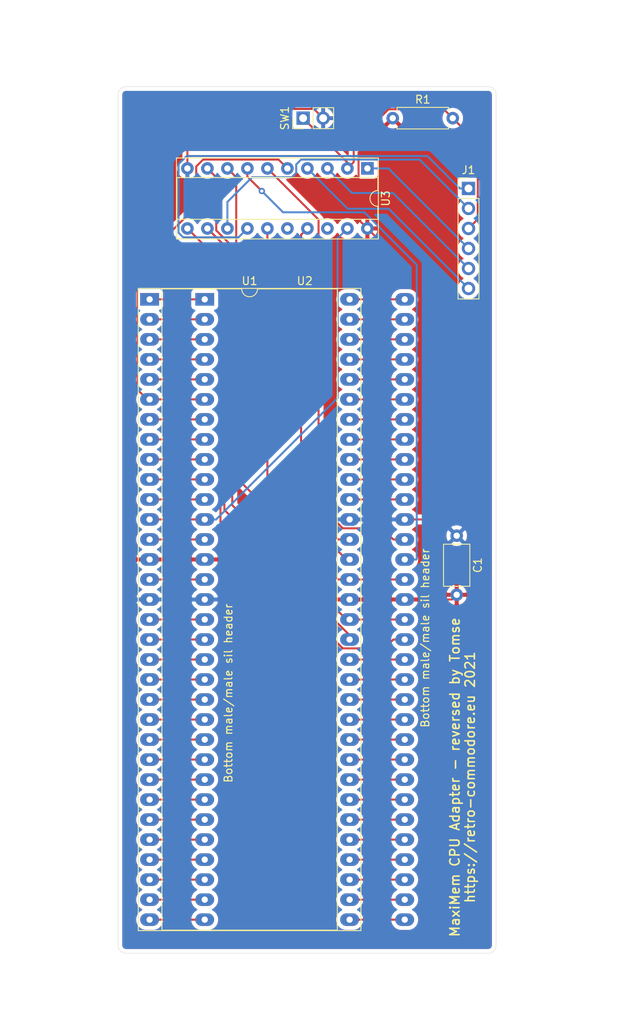
<source format=kicad_pcb>
(kicad_pcb (version 20171130) (host pcbnew "(5.1.10)-1")

  (general
    (thickness 1.6)
    (drawings 11)
    (tracks 215)
    (zones 0)
    (modules 7)
    (nets 74)
  )

  (page A4)
  (title_block
    (title "MaxiMem CPU Adapter")
    (date 2021-06-13)
    (rev 1.0)
    (company https://retro-commodore.eu)
    (comment 4 "reversed by Tomse 2021")
  )

  (layers
    (0 F.Cu signal)
    (31 B.Cu signal)
    (32 B.Adhes user)
    (33 F.Adhes user)
    (34 B.Paste user)
    (35 F.Paste user)
    (36 B.SilkS user)
    (37 F.SilkS user)
    (38 B.Mask user)
    (39 F.Mask user)
    (40 Dwgs.User user)
    (41 Cmts.User user)
    (42 Eco1.User user)
    (43 Eco2.User user)
    (44 Edge.Cuts user)
    (45 Margin user)
    (46 B.CrtYd user)
    (47 F.CrtYd user)
    (48 B.Fab user)
    (49 F.Fab user)
  )

  (setup
    (last_trace_width 0.25)
    (trace_clearance 0.2)
    (zone_clearance 0.508)
    (zone_45_only no)
    (trace_min 0.2)
    (via_size 0.8)
    (via_drill 0.4)
    (via_min_size 0.4)
    (via_min_drill 0.3)
    (uvia_size 0.3)
    (uvia_drill 0.1)
    (uvias_allowed no)
    (uvia_min_size 0.2)
    (uvia_min_drill 0.1)
    (edge_width 0.05)
    (segment_width 0.2)
    (pcb_text_width 0.3)
    (pcb_text_size 1.5 1.5)
    (mod_edge_width 0.12)
    (mod_text_size 1 1)
    (mod_text_width 0.15)
    (pad_size 1.524 1.524)
    (pad_drill 0.762)
    (pad_to_mask_clearance 0.051)
    (solder_mask_min_width 0.25)
    (aux_axis_origin 0 0)
    (visible_elements 7FFFFFFF)
    (pcbplotparams
      (layerselection 0x010fc_ffffffff)
      (usegerberextensions false)
      (usegerberattributes false)
      (usegerberadvancedattributes false)
      (creategerberjobfile false)
      (excludeedgelayer true)
      (linewidth 0.100000)
      (plotframeref false)
      (viasonmask false)
      (mode 1)
      (useauxorigin false)
      (hpglpennumber 1)
      (hpglpenspeed 20)
      (hpglpendiameter 15.000000)
      (psnegative false)
      (psa4output false)
      (plotreference true)
      (plotvalue true)
      (plotinvisibletext false)
      (padsonsilk false)
      (subtractmaskfromsilk false)
      (outputformat 1)
      (mirror false)
      (drillshape 1)
      (scaleselection 1)
      (outputdirectory ""))
  )

  (net 0 "")
  (net 1 GNDD)
  (net 2 "Net-(J1-Pad5)")
  (net 3 "Net-(J1-Pad4)")
  (net 4 "Net-(J1-Pad3)")
  (net 5 "Net-(J1-Pad2)")
  (net 6 "Net-(J1-Pad1)")
  (net 7 "Net-(U3-Pad18)")
  (net 8 "Net-(U3-Pad16)")
  (net 9 "Net-(J1-Pad6)")
  (net 10 +5V)
  (net 11 /D5)
  (net 12 /A4)
  (net 13 /D6)
  (net 14 /A3)
  (net 15 /D7)
  (net 16 /A2)
  (net 17 /D8)
  (net 18 /A1)
  (net 19 /D9)
  (net 20 /FC0)
  (net 21 /D10)
  (net 22 /FC1)
  (net 23 /D11)
  (net 24 /FC2)
  (net 25 /D12)
  (net 26 /IPL0)
  (net 27 /D13)
  (net 28 /IPL1)
  (net 29 /D14)
  (net 30 /IPL2)
  (net 31 /D15)
  (net 32 /BERR)
  (net 33 /VPA)
  (net 34 /A23_M)
  (net 35 /E)
  (net 36 /A22_M)
  (net 37 /VMA)
  (net 38 /A21)
  (net 39 /RESET)
  (net 40 /HALT)
  (net 41 /A20)
  (net 42 /A19_M)
  (net 43 /CLK)
  (net 44 /A18)
  (net 45 /A17)
  (net 46 /BR)
  (net 47 /A16)
  (net 48 /BGACK)
  (net 49 /A15)
  (net 50 /BG)
  (net 51 /A14)
  (net 52 /DTACK)
  (net 53 /A13)
  (net 54 /RW)
  (net 55 /A12)
  (net 56 /LDS)
  (net 57 /A11)
  (net 58 /UDS)
  (net 59 /A10)
  (net 60 /AS)
  (net 61 /A9)
  (net 62 /D0)
  (net 63 /A8)
  (net 64 /D1)
  (net 65 /A7)
  (net 66 /D2)
  (net 67 /A6)
  (net 68 /D3)
  (net 69 /A5)
  (net 70 /D4)
  (net 71 /A19)
  (net 72 /A22)
  (net 73 /A23)

  (net_class Default "This is the default net class."
    (clearance 0.2)
    (trace_width 0.25)
    (via_dia 0.8)
    (via_drill 0.4)
    (uvia_dia 0.3)
    (uvia_drill 0.1)
    (add_net +5V)
    (add_net /A1)
    (add_net /A10)
    (add_net /A11)
    (add_net /A12)
    (add_net /A13)
    (add_net /A14)
    (add_net /A15)
    (add_net /A16)
    (add_net /A17)
    (add_net /A18)
    (add_net /A19)
    (add_net /A19_M)
    (add_net /A2)
    (add_net /A20)
    (add_net /A21)
    (add_net /A22)
    (add_net /A22_M)
    (add_net /A23)
    (add_net /A23_M)
    (add_net /A3)
    (add_net /A4)
    (add_net /A5)
    (add_net /A6)
    (add_net /A7)
    (add_net /A8)
    (add_net /A9)
    (add_net /AS)
    (add_net /BERR)
    (add_net /BG)
    (add_net /BGACK)
    (add_net /BR)
    (add_net /CLK)
    (add_net /D0)
    (add_net /D1)
    (add_net /D10)
    (add_net /D11)
    (add_net /D12)
    (add_net /D13)
    (add_net /D14)
    (add_net /D15)
    (add_net /D2)
    (add_net /D3)
    (add_net /D4)
    (add_net /D5)
    (add_net /D6)
    (add_net /D7)
    (add_net /D8)
    (add_net /D9)
    (add_net /DTACK)
    (add_net /E)
    (add_net /FC0)
    (add_net /FC1)
    (add_net /FC2)
    (add_net /HALT)
    (add_net /IPL0)
    (add_net /IPL1)
    (add_net /IPL2)
    (add_net /LDS)
    (add_net /RESET)
    (add_net /RW)
    (add_net /UDS)
    (add_net /VMA)
    (add_net /VPA)
    (add_net GNDD)
    (add_net "Net-(J1-Pad1)")
    (add_net "Net-(J1-Pad2)")
    (add_net "Net-(J1-Pad3)")
    (add_net "Net-(J1-Pad4)")
    (add_net "Net-(J1-Pad5)")
    (add_net "Net-(J1-Pad6)")
    (add_net "Net-(U3-Pad16)")
    (add_net "Net-(U3-Pad18)")
  )

  (module Package_DIP:DIP-64_W25.4mm_Socket_LongPads (layer F.Cu) (tedit 5A02E8C5) (tstamp 5E1AFED0)
    (at 86 77)
    (descr "64-lead though-hole mounted DIP package, row spacing 25.4 mm (1000 mils), Socket, LongPads")
    (tags "THT DIP DIL PDIP 2.54mm 25.4mm 1000mil Socket LongPads")
    (path /5E1A4529)
    (fp_text reference U1 (at 12.7 -2.33) (layer F.SilkS)
      (effects (font (size 1 1) (thickness 0.15)))
    )
    (fp_text value 68000D (at 12.7 81.07) (layer F.Fab)
      (effects (font (size 1 1) (thickness 0.15)))
    )
    (fp_line (start 1.255 -1.27) (end 25.145 -1.27) (layer F.Fab) (width 0.1))
    (fp_line (start 25.145 -1.27) (end 25.145 80.01) (layer F.Fab) (width 0.1))
    (fp_line (start 25.145 80.01) (end 0.255 80.01) (layer F.Fab) (width 0.1))
    (fp_line (start 0.255 80.01) (end 0.255 -0.27) (layer F.Fab) (width 0.1))
    (fp_line (start 0.255 -0.27) (end 1.255 -1.27) (layer F.Fab) (width 0.1))
    (fp_line (start -1.27 -1.33) (end -1.27 80.07) (layer F.Fab) (width 0.1))
    (fp_line (start -1.27 80.07) (end 26.67 80.07) (layer F.Fab) (width 0.1))
    (fp_line (start 26.67 80.07) (end 26.67 -1.33) (layer F.Fab) (width 0.1))
    (fp_line (start 26.67 -1.33) (end -1.27 -1.33) (layer F.Fab) (width 0.1))
    (fp_line (start 11.7 -1.33) (end 1.56 -1.33) (layer F.SilkS) (width 0.12))
    (fp_line (start 1.56 -1.33) (end 1.56 80.07) (layer F.SilkS) (width 0.12))
    (fp_line (start 1.56 80.07) (end 23.84 80.07) (layer F.SilkS) (width 0.12))
    (fp_line (start 23.84 80.07) (end 23.84 -1.33) (layer F.SilkS) (width 0.12))
    (fp_line (start 23.84 -1.33) (end 13.7 -1.33) (layer F.SilkS) (width 0.12))
    (fp_line (start -1.44 -1.39) (end -1.44 80.13) (layer F.SilkS) (width 0.12))
    (fp_line (start -1.44 80.13) (end 26.84 80.13) (layer F.SilkS) (width 0.12))
    (fp_line (start 26.84 80.13) (end 26.84 -1.39) (layer F.SilkS) (width 0.12))
    (fp_line (start 26.84 -1.39) (end -1.44 -1.39) (layer F.SilkS) (width 0.12))
    (fp_line (start -1.55 -1.6) (end -1.55 80.35) (layer F.CrtYd) (width 0.05))
    (fp_line (start -1.55 80.35) (end 26.95 80.35) (layer F.CrtYd) (width 0.05))
    (fp_line (start 26.95 80.35) (end 26.95 -1.6) (layer F.CrtYd) (width 0.05))
    (fp_line (start 26.95 -1.6) (end -1.55 -1.6) (layer F.CrtYd) (width 0.05))
    (fp_text user %R (at 12.7 39.37) (layer F.Fab)
      (effects (font (size 1 1) (thickness 0.15)))
    )
    (fp_arc (start 12.7 -1.33) (end 11.7 -1.33) (angle -180) (layer F.SilkS) (width 0.12))
    (pad 64 thru_hole oval (at 25.4 0) (size 2.4 1.6) (drill 0.8) (layers *.Cu *.Mask)
      (net 11 /D5))
    (pad 32 thru_hole oval (at 0 78.74) (size 2.4 1.6) (drill 0.8) (layers *.Cu *.Mask)
      (net 12 /A4))
    (pad 63 thru_hole oval (at 25.4 2.54) (size 2.4 1.6) (drill 0.8) (layers *.Cu *.Mask)
      (net 13 /D6))
    (pad 31 thru_hole oval (at 0 76.2) (size 2.4 1.6) (drill 0.8) (layers *.Cu *.Mask)
      (net 14 /A3))
    (pad 62 thru_hole oval (at 25.4 5.08) (size 2.4 1.6) (drill 0.8) (layers *.Cu *.Mask)
      (net 15 /D7))
    (pad 30 thru_hole oval (at 0 73.66) (size 2.4 1.6) (drill 0.8) (layers *.Cu *.Mask)
      (net 16 /A2))
    (pad 61 thru_hole oval (at 25.4 7.62) (size 2.4 1.6) (drill 0.8) (layers *.Cu *.Mask)
      (net 17 /D8))
    (pad 29 thru_hole oval (at 0 71.12) (size 2.4 1.6) (drill 0.8) (layers *.Cu *.Mask)
      (net 18 /A1))
    (pad 60 thru_hole oval (at 25.4 10.16) (size 2.4 1.6) (drill 0.8) (layers *.Cu *.Mask)
      (net 19 /D9))
    (pad 28 thru_hole oval (at 0 68.58) (size 2.4 1.6) (drill 0.8) (layers *.Cu *.Mask)
      (net 20 /FC0))
    (pad 59 thru_hole oval (at 25.4 12.7) (size 2.4 1.6) (drill 0.8) (layers *.Cu *.Mask)
      (net 21 /D10))
    (pad 27 thru_hole oval (at 0 66.04) (size 2.4 1.6) (drill 0.8) (layers *.Cu *.Mask)
      (net 22 /FC1))
    (pad 58 thru_hole oval (at 25.4 15.24) (size 2.4 1.6) (drill 0.8) (layers *.Cu *.Mask)
      (net 23 /D11))
    (pad 26 thru_hole oval (at 0 63.5) (size 2.4 1.6) (drill 0.8) (layers *.Cu *.Mask)
      (net 24 /FC2))
    (pad 57 thru_hole oval (at 25.4 17.78) (size 2.4 1.6) (drill 0.8) (layers *.Cu *.Mask)
      (net 25 /D12))
    (pad 25 thru_hole oval (at 0 60.96) (size 2.4 1.6) (drill 0.8) (layers *.Cu *.Mask)
      (net 26 /IPL0))
    (pad 56 thru_hole oval (at 25.4 20.32) (size 2.4 1.6) (drill 0.8) (layers *.Cu *.Mask)
      (net 27 /D13))
    (pad 24 thru_hole oval (at 0 58.42) (size 2.4 1.6) (drill 0.8) (layers *.Cu *.Mask)
      (net 28 /IPL1))
    (pad 55 thru_hole oval (at 25.4 22.86) (size 2.4 1.6) (drill 0.8) (layers *.Cu *.Mask)
      (net 29 /D14))
    (pad 23 thru_hole oval (at 0 55.88) (size 2.4 1.6) (drill 0.8) (layers *.Cu *.Mask)
      (net 30 /IPL2))
    (pad 54 thru_hole oval (at 25.4 25.4) (size 2.4 1.6) (drill 0.8) (layers *.Cu *.Mask)
      (net 31 /D15))
    (pad 22 thru_hole oval (at 0 53.34) (size 2.4 1.6) (drill 0.8) (layers *.Cu *.Mask)
      (net 32 /BERR))
    (pad 53 thru_hole oval (at 25.4 27.94) (size 2.4 1.6) (drill 0.8) (layers *.Cu *.Mask)
      (net 1 GNDD))
    (pad 21 thru_hole oval (at 0 50.8) (size 2.4 1.6) (drill 0.8) (layers *.Cu *.Mask)
      (net 33 /VPA))
    (pad 52 thru_hole oval (at 25.4 30.48) (size 2.4 1.6) (drill 0.8) (layers *.Cu *.Mask)
      (net 34 /A23_M))
    (pad 20 thru_hole oval (at 0 48.26) (size 2.4 1.6) (drill 0.8) (layers *.Cu *.Mask)
      (net 35 /E))
    (pad 51 thru_hole oval (at 25.4 33.02) (size 2.4 1.6) (drill 0.8) (layers *.Cu *.Mask)
      (net 36 /A22_M))
    (pad 19 thru_hole oval (at 0 45.72) (size 2.4 1.6) (drill 0.8) (layers *.Cu *.Mask)
      (net 37 /VMA))
    (pad 50 thru_hole oval (at 25.4 35.56) (size 2.4 1.6) (drill 0.8) (layers *.Cu *.Mask)
      (net 38 /A21))
    (pad 18 thru_hole oval (at 0 43.18) (size 2.4 1.6) (drill 0.8) (layers *.Cu *.Mask)
      (net 39 /RESET))
    (pad 49 thru_hole oval (at 25.4 38.1) (size 2.4 1.6) (drill 0.8) (layers *.Cu *.Mask)
      (net 10 +5V))
    (pad 17 thru_hole oval (at 0 40.64) (size 2.4 1.6) (drill 0.8) (layers *.Cu *.Mask)
      (net 40 /HALT))
    (pad 48 thru_hole oval (at 25.4 40.64) (size 2.4 1.6) (drill 0.8) (layers *.Cu *.Mask)
      (net 41 /A20))
    (pad 16 thru_hole oval (at 0 38.1) (size 2.4 1.6) (drill 0.8) (layers *.Cu *.Mask)
      (net 1 GNDD))
    (pad 47 thru_hole oval (at 25.4 43.18) (size 2.4 1.6) (drill 0.8) (layers *.Cu *.Mask)
      (net 42 /A19_M))
    (pad 15 thru_hole oval (at 0 35.56) (size 2.4 1.6) (drill 0.8) (layers *.Cu *.Mask)
      (net 43 /CLK))
    (pad 46 thru_hole oval (at 25.4 45.72) (size 2.4 1.6) (drill 0.8) (layers *.Cu *.Mask)
      (net 44 /A18))
    (pad 14 thru_hole oval (at 0 33.02) (size 2.4 1.6) (drill 0.8) (layers *.Cu *.Mask)
      (net 10 +5V))
    (pad 45 thru_hole oval (at 25.4 48.26) (size 2.4 1.6) (drill 0.8) (layers *.Cu *.Mask)
      (net 45 /A17))
    (pad 13 thru_hole oval (at 0 30.48) (size 2.4 1.6) (drill 0.8) (layers *.Cu *.Mask)
      (net 46 /BR))
    (pad 44 thru_hole oval (at 25.4 50.8) (size 2.4 1.6) (drill 0.8) (layers *.Cu *.Mask)
      (net 47 /A16))
    (pad 12 thru_hole oval (at 0 27.94) (size 2.4 1.6) (drill 0.8) (layers *.Cu *.Mask)
      (net 48 /BGACK))
    (pad 43 thru_hole oval (at 25.4 53.34) (size 2.4 1.6) (drill 0.8) (layers *.Cu *.Mask)
      (net 49 /A15))
    (pad 11 thru_hole oval (at 0 25.4) (size 2.4 1.6) (drill 0.8) (layers *.Cu *.Mask)
      (net 50 /BG))
    (pad 42 thru_hole oval (at 25.4 55.88) (size 2.4 1.6) (drill 0.8) (layers *.Cu *.Mask)
      (net 51 /A14))
    (pad 10 thru_hole oval (at 0 22.86) (size 2.4 1.6) (drill 0.8) (layers *.Cu *.Mask)
      (net 52 /DTACK))
    (pad 41 thru_hole oval (at 25.4 58.42) (size 2.4 1.6) (drill 0.8) (layers *.Cu *.Mask)
      (net 53 /A13))
    (pad 9 thru_hole oval (at 0 20.32) (size 2.4 1.6) (drill 0.8) (layers *.Cu *.Mask)
      (net 54 /RW))
    (pad 40 thru_hole oval (at 25.4 60.96) (size 2.4 1.6) (drill 0.8) (layers *.Cu *.Mask)
      (net 55 /A12))
    (pad 8 thru_hole oval (at 0 17.78) (size 2.4 1.6) (drill 0.8) (layers *.Cu *.Mask)
      (net 56 /LDS))
    (pad 39 thru_hole oval (at 25.4 63.5) (size 2.4 1.6) (drill 0.8) (layers *.Cu *.Mask)
      (net 57 /A11))
    (pad 7 thru_hole oval (at 0 15.24) (size 2.4 1.6) (drill 0.8) (layers *.Cu *.Mask)
      (net 58 /UDS))
    (pad 38 thru_hole oval (at 25.4 66.04) (size 2.4 1.6) (drill 0.8) (layers *.Cu *.Mask)
      (net 59 /A10))
    (pad 6 thru_hole oval (at 0 12.7) (size 2.4 1.6) (drill 0.8) (layers *.Cu *.Mask)
      (net 60 /AS))
    (pad 37 thru_hole oval (at 25.4 68.58) (size 2.4 1.6) (drill 0.8) (layers *.Cu *.Mask)
      (net 61 /A9))
    (pad 5 thru_hole oval (at 0 10.16) (size 2.4 1.6) (drill 0.8) (layers *.Cu *.Mask)
      (net 62 /D0))
    (pad 36 thru_hole oval (at 25.4 71.12) (size 2.4 1.6) (drill 0.8) (layers *.Cu *.Mask)
      (net 63 /A8))
    (pad 4 thru_hole oval (at 0 7.62) (size 2.4 1.6) (drill 0.8) (layers *.Cu *.Mask)
      (net 64 /D1))
    (pad 35 thru_hole oval (at 25.4 73.66) (size 2.4 1.6) (drill 0.8) (layers *.Cu *.Mask)
      (net 65 /A7))
    (pad 3 thru_hole oval (at 0 5.08) (size 2.4 1.6) (drill 0.8) (layers *.Cu *.Mask)
      (net 66 /D2))
    (pad 34 thru_hole oval (at 25.4 76.2) (size 2.4 1.6) (drill 0.8) (layers *.Cu *.Mask)
      (net 67 /A6))
    (pad 2 thru_hole oval (at 0 2.54) (size 2.4 1.6) (drill 0.8) (layers *.Cu *.Mask)
      (net 68 /D3))
    (pad 33 thru_hole oval (at 25.4 78.74) (size 2.4 1.6) (drill 0.8) (layers *.Cu *.Mask)
      (net 69 /A5))
    (pad 1 thru_hole rect (at 0 0) (size 2.4 1.6) (drill 0.8) (layers *.Cu *.Mask)
      (net 70 /D4))
    (model ${KISYS3DMOD}/Package_DIP.3dshapes/DIP-64_W25.4mm_Socket.wrl
      (at (xyz 0 0 0))
      (scale (xyz 1 1 1))
      (rotate (xyz 0 0 0))
    )
  )

  (module Connector_PinHeader_2.54mm:PinHeader_1x06_P2.54mm_Vertical (layer F.Cu) (tedit 59FED5CC) (tstamp 5E1B6B52)
    (at 126.5 62.92)
    (descr "Through hole straight pin header, 1x06, 2.54mm pitch, single row")
    (tags "Through hole pin header THT 1x06 2.54mm single row")
    (path /5ECF33B6)
    (fp_text reference J1 (at 0 -2.33) (layer F.SilkS)
      (effects (font (size 1 1) (thickness 0.15)))
    )
    (fp_text value Conn_01x06 (at 0 15.03) (layer F.Fab)
      (effects (font (size 1 1) (thickness 0.15)))
    )
    (fp_line (start -0.635 -1.27) (end 1.27 -1.27) (layer F.Fab) (width 0.1))
    (fp_line (start 1.27 -1.27) (end 1.27 13.97) (layer F.Fab) (width 0.1))
    (fp_line (start 1.27 13.97) (end -1.27 13.97) (layer F.Fab) (width 0.1))
    (fp_line (start -1.27 13.97) (end -1.27 -0.635) (layer F.Fab) (width 0.1))
    (fp_line (start -1.27 -0.635) (end -0.635 -1.27) (layer F.Fab) (width 0.1))
    (fp_line (start -1.33 14.03) (end 1.33 14.03) (layer F.SilkS) (width 0.12))
    (fp_line (start -1.33 1.27) (end -1.33 14.03) (layer F.SilkS) (width 0.12))
    (fp_line (start 1.33 1.27) (end 1.33 14.03) (layer F.SilkS) (width 0.12))
    (fp_line (start -1.33 1.27) (end 1.33 1.27) (layer F.SilkS) (width 0.12))
    (fp_line (start -1.33 0) (end -1.33 -1.33) (layer F.SilkS) (width 0.12))
    (fp_line (start -1.33 -1.33) (end 0 -1.33) (layer F.SilkS) (width 0.12))
    (fp_line (start -1.8 -1.8) (end -1.8 14.5) (layer F.CrtYd) (width 0.05))
    (fp_line (start -1.8 14.5) (end 1.8 14.5) (layer F.CrtYd) (width 0.05))
    (fp_line (start 1.8 14.5) (end 1.8 -1.8) (layer F.CrtYd) (width 0.05))
    (fp_line (start 1.8 -1.8) (end -1.8 -1.8) (layer F.CrtYd) (width 0.05))
    (fp_text user %R (at 0 6.35 90) (layer F.Fab)
      (effects (font (size 1 1) (thickness 0.15)))
    )
    (pad 6 thru_hole oval (at 0 12.7) (size 1.7 1.7) (drill 1) (layers *.Cu *.Mask)
      (net 9 "Net-(J1-Pad6)"))
    (pad 5 thru_hole oval (at 0 10.16) (size 1.7 1.7) (drill 1) (layers *.Cu *.Mask)
      (net 2 "Net-(J1-Pad5)"))
    (pad 4 thru_hole oval (at 0 7.62) (size 1.7 1.7) (drill 1) (layers *.Cu *.Mask)
      (net 3 "Net-(J1-Pad4)"))
    (pad 3 thru_hole oval (at 0 5.08) (size 1.7 1.7) (drill 1) (layers *.Cu *.Mask)
      (net 4 "Net-(J1-Pad3)"))
    (pad 2 thru_hole oval (at 0 2.54) (size 1.7 1.7) (drill 1) (layers *.Cu *.Mask)
      (net 5 "Net-(J1-Pad2)"))
    (pad 1 thru_hole rect (at 0 0) (size 1.7 1.7) (drill 1) (layers *.Cu *.Mask)
      (net 6 "Net-(J1-Pad1)"))
    (model ${KISYS3DMOD}/Connector_PinHeader_2.54mm.3dshapes/PinHeader_1x06_P2.54mm_Vertical.wrl
      (at (xyz 0 0 0))
      (scale (xyz 1 1 1))
      (rotate (xyz 0 0 0))
    )
  )

  (module Package_DIP:DIP-20_W7.62mm_Socket (layer F.Cu) (tedit 5A02E8C5) (tstamp 5E1AFF44)
    (at 113.66 60.38 270)
    (descr "20-lead though-hole mounted DIP package, row spacing 7.62 mm (300 mils), Socket")
    (tags "THT DIP DIL PDIP 2.54mm 7.62mm 300mil Socket")
    (path /5E1B7C58)
    (fp_text reference U3 (at 3.81 -2.33 90) (layer F.SilkS)
      (effects (font (size 1 1) (thickness 0.15)))
    )
    (fp_text value 18v8 (at 3.81 25.19 90) (layer F.Fab)
      (effects (font (size 1 1) (thickness 0.15)))
    )
    (fp_line (start 1.635 -1.27) (end 6.985 -1.27) (layer F.Fab) (width 0.1))
    (fp_line (start 6.985 -1.27) (end 6.985 24.13) (layer F.Fab) (width 0.1))
    (fp_line (start 6.985 24.13) (end 0.635 24.13) (layer F.Fab) (width 0.1))
    (fp_line (start 0.635 24.13) (end 0.635 -0.27) (layer F.Fab) (width 0.1))
    (fp_line (start 0.635 -0.27) (end 1.635 -1.27) (layer F.Fab) (width 0.1))
    (fp_line (start -1.27 -1.33) (end -1.27 24.19) (layer F.Fab) (width 0.1))
    (fp_line (start -1.27 24.19) (end 8.89 24.19) (layer F.Fab) (width 0.1))
    (fp_line (start 8.89 24.19) (end 8.89 -1.33) (layer F.Fab) (width 0.1))
    (fp_line (start 8.89 -1.33) (end -1.27 -1.33) (layer F.Fab) (width 0.1))
    (fp_line (start 2.81 -1.33) (end 1.16 -1.33) (layer F.SilkS) (width 0.12))
    (fp_line (start 1.16 -1.33) (end 1.16 24.19) (layer F.SilkS) (width 0.12))
    (fp_line (start 1.16 24.19) (end 6.46 24.19) (layer F.SilkS) (width 0.12))
    (fp_line (start 6.46 24.19) (end 6.46 -1.33) (layer F.SilkS) (width 0.12))
    (fp_line (start 6.46 -1.33) (end 4.81 -1.33) (layer F.SilkS) (width 0.12))
    (fp_line (start -1.33 -1.39) (end -1.33 24.25) (layer F.SilkS) (width 0.12))
    (fp_line (start -1.33 24.25) (end 8.95 24.25) (layer F.SilkS) (width 0.12))
    (fp_line (start 8.95 24.25) (end 8.95 -1.39) (layer F.SilkS) (width 0.12))
    (fp_line (start 8.95 -1.39) (end -1.33 -1.39) (layer F.SilkS) (width 0.12))
    (fp_line (start -1.55 -1.6) (end -1.55 24.45) (layer F.CrtYd) (width 0.05))
    (fp_line (start -1.55 24.45) (end 9.15 24.45) (layer F.CrtYd) (width 0.05))
    (fp_line (start 9.15 24.45) (end 9.15 -1.6) (layer F.CrtYd) (width 0.05))
    (fp_line (start 9.15 -1.6) (end -1.55 -1.6) (layer F.CrtYd) (width 0.05))
    (fp_text user %R (at 3.81 11.43 90) (layer F.Fab)
      (effects (font (size 1 1) (thickness 0.15)))
    )
    (fp_arc (start 3.81 -1.33) (end 2.81 -1.33) (angle -180) (layer F.SilkS) (width 0.12))
    (pad 20 thru_hole oval (at 7.62 0 270) (size 1.6 1.6) (drill 0.8) (layers *.Cu *.Mask)
      (net 10 +5V))
    (pad 10 thru_hole oval (at 0 22.86 270) (size 1.6 1.6) (drill 0.8) (layers *.Cu *.Mask)
      (net 1 GNDD))
    (pad 19 thru_hole oval (at 7.62 2.54 270) (size 1.6 1.6) (drill 0.8) (layers *.Cu *.Mask)
      (net 48 /BGACK))
    (pad 9 thru_hole oval (at 0 20.32 270) (size 1.6 1.6) (drill 0.8) (layers *.Cu *.Mask)
      (net 41 /A20))
    (pad 18 thru_hole oval (at 7.62 5.08 270) (size 1.6 1.6) (drill 0.8) (layers *.Cu *.Mask)
      (net 7 "Net-(U3-Pad18)"))
    (pad 8 thru_hole oval (at 0 17.78 270) (size 1.6 1.6) (drill 0.8) (layers *.Cu *.Mask)
      (net 38 /A21))
    (pad 17 thru_hole oval (at 7.62 7.62 270) (size 1.6 1.6) (drill 0.8) (layers *.Cu *.Mask)
      (net 34 /A23_M))
    (pad 7 thru_hole oval (at 0 15.24 270) (size 1.6 1.6) (drill 0.8) (layers *.Cu *.Mask)
      (net 72 /A22))
    (pad 16 thru_hole oval (at 7.62 10.16 270) (size 1.6 1.6) (drill 0.8) (layers *.Cu *.Mask)
      (net 8 "Net-(U3-Pad16)"))
    (pad 6 thru_hole oval (at 0 12.7 270) (size 1.6 1.6) (drill 0.8) (layers *.Cu *.Mask)
      (net 73 /A23))
    (pad 15 thru_hole oval (at 7.62 12.7 270) (size 1.6 1.6) (drill 0.8) (layers *.Cu *.Mask)
      (net 36 /A22_M))
    (pad 5 thru_hole oval (at 0 10.16 270) (size 1.6 1.6) (drill 0.8) (layers *.Cu *.Mask)
      (net 60 /AS))
    (pad 14 thru_hole oval (at 7.62 15.24 270) (size 1.6 1.6) (drill 0.8) (layers *.Cu *.Mask)
      (net 6 "Net-(J1-Pad1)"))
    (pad 4 thru_hole oval (at 0 7.62 270) (size 1.6 1.6) (drill 0.8) (layers *.Cu *.Mask)
      (net 9 "Net-(J1-Pad6)"))
    (pad 13 thru_hole oval (at 7.62 17.78 270) (size 1.6 1.6) (drill 0.8) (layers *.Cu *.Mask)
      (net 5 "Net-(J1-Pad2)"))
    (pad 3 thru_hole oval (at 0 5.08 270) (size 1.6 1.6) (drill 0.8) (layers *.Cu *.Mask)
      (net 2 "Net-(J1-Pad5)"))
    (pad 12 thru_hole oval (at 7.62 20.32 270) (size 1.6 1.6) (drill 0.8) (layers *.Cu *.Mask)
      (net 42 /A19_M))
    (pad 2 thru_hole oval (at 0 2.54 270) (size 1.6 1.6) (drill 0.8) (layers *.Cu *.Mask)
      (net 4 "Net-(J1-Pad3)"))
    (pad 11 thru_hole oval (at 7.62 22.86 270) (size 1.6 1.6) (drill 0.8) (layers *.Cu *.Mask)
      (net 71 /A19))
    (pad 1 thru_hole rect (at 0 0 270) (size 1.6 1.6) (drill 0.8) (layers *.Cu *.Mask)
      (net 3 "Net-(J1-Pad4)"))
    (model ${KISYS3DMOD}/Package_DIP.3dshapes/DIP-20_W7.62mm_Socket.wrl
      (at (xyz 0 0 0))
      (scale (xyz 1 1 1))
      (rotate (xyz 0 0 0))
    )
  )

  (module AmiTech-Maximem:DIP-64_W25.4mm_Socket_LongPads_noSilk (layer F.Cu) (tedit 5E1A62F5) (tstamp 5E1AFF14)
    (at 93 77)
    (descr "64-lead though-hole mounted DIP package, row spacing 25.4 mm (1000 mils), Socket, LongPads")
    (tags "THT DIP DIL PDIP 2.54mm 25.4mm 1000mil Socket LongPads")
    (path /5E1BD759)
    (fp_text reference U2 (at 12.7 -2.33) (layer F.SilkS)
      (effects (font (size 1 1) (thickness 0.15)))
    )
    (fp_text value 64Pin_Socket (at 12.7 81.07) (layer F.Fab)
      (effects (font (size 1 1) (thickness 0.15)))
    )
    (pad 1 thru_hole rect (at 0 0) (size 2.4 1.6) (drill 0.8) (layers *.Cu *.Mask)
      (net 70 /D4))
    (pad 33 thru_hole oval (at 25.4 78.74) (size 2.4 1.6) (drill 0.8) (layers *.Cu *.Mask)
      (net 69 /A5))
    (pad 2 thru_hole oval (at 0 2.54) (size 2.4 1.6) (drill 0.8) (layers *.Cu *.Mask)
      (net 68 /D3))
    (pad 34 thru_hole oval (at 25.4 76.2) (size 2.4 1.6) (drill 0.8) (layers *.Cu *.Mask)
      (net 67 /A6))
    (pad 3 thru_hole oval (at 0 5.08) (size 2.4 1.6) (drill 0.8) (layers *.Cu *.Mask)
      (net 66 /D2))
    (pad 35 thru_hole oval (at 25.4 73.66) (size 2.4 1.6) (drill 0.8) (layers *.Cu *.Mask)
      (net 65 /A7))
    (pad 4 thru_hole oval (at 0 7.62) (size 2.4 1.6) (drill 0.8) (layers *.Cu *.Mask)
      (net 64 /D1))
    (pad 36 thru_hole oval (at 25.4 71.12) (size 2.4 1.6) (drill 0.8) (layers *.Cu *.Mask)
      (net 63 /A8))
    (pad 5 thru_hole oval (at 0 10.16) (size 2.4 1.6) (drill 0.8) (layers *.Cu *.Mask)
      (net 62 /D0))
    (pad 37 thru_hole oval (at 25.4 68.58) (size 2.4 1.6) (drill 0.8) (layers *.Cu *.Mask)
      (net 61 /A9))
    (pad 6 thru_hole oval (at 0 12.7) (size 2.4 1.6) (drill 0.8) (layers *.Cu *.Mask)
      (net 60 /AS))
    (pad 38 thru_hole oval (at 25.4 66.04) (size 2.4 1.6) (drill 0.8) (layers *.Cu *.Mask)
      (net 59 /A10))
    (pad 7 thru_hole oval (at 0 15.24) (size 2.4 1.6) (drill 0.8) (layers *.Cu *.Mask)
      (net 58 /UDS))
    (pad 39 thru_hole oval (at 25.4 63.5) (size 2.4 1.6) (drill 0.8) (layers *.Cu *.Mask)
      (net 57 /A11))
    (pad 8 thru_hole oval (at 0 17.78) (size 2.4 1.6) (drill 0.8) (layers *.Cu *.Mask)
      (net 56 /LDS))
    (pad 40 thru_hole oval (at 25.4 60.96) (size 2.4 1.6) (drill 0.8) (layers *.Cu *.Mask)
      (net 55 /A12))
    (pad 9 thru_hole oval (at 0 20.32) (size 2.4 1.6) (drill 0.8) (layers *.Cu *.Mask)
      (net 54 /RW))
    (pad 41 thru_hole oval (at 25.4 58.42) (size 2.4 1.6) (drill 0.8) (layers *.Cu *.Mask)
      (net 53 /A13))
    (pad 10 thru_hole oval (at 0 22.86) (size 2.4 1.6) (drill 0.8) (layers *.Cu *.Mask)
      (net 52 /DTACK))
    (pad 42 thru_hole oval (at 25.4 55.88) (size 2.4 1.6) (drill 0.8) (layers *.Cu *.Mask)
      (net 51 /A14))
    (pad 11 thru_hole oval (at 0 25.4) (size 2.4 1.6) (drill 0.8) (layers *.Cu *.Mask)
      (net 50 /BG))
    (pad 43 thru_hole oval (at 25.4 53.34) (size 2.4 1.6) (drill 0.8) (layers *.Cu *.Mask)
      (net 49 /A15))
    (pad 12 thru_hole oval (at 0 27.94) (size 2.4 1.6) (drill 0.8) (layers *.Cu *.Mask)
      (net 48 /BGACK))
    (pad 44 thru_hole oval (at 25.4 50.8) (size 2.4 1.6) (drill 0.8) (layers *.Cu *.Mask)
      (net 47 /A16))
    (pad 13 thru_hole oval (at 0 30.48) (size 2.4 1.6) (drill 0.8) (layers *.Cu *.Mask)
      (net 46 /BR))
    (pad 45 thru_hole oval (at 25.4 48.26) (size 2.4 1.6) (drill 0.8) (layers *.Cu *.Mask)
      (net 45 /A17))
    (pad 14 thru_hole oval (at 0 33.02) (size 2.4 1.6) (drill 0.8) (layers *.Cu *.Mask)
      (net 10 +5V))
    (pad 46 thru_hole oval (at 25.4 45.72) (size 2.4 1.6) (drill 0.8) (layers *.Cu *.Mask)
      (net 44 /A18))
    (pad 15 thru_hole oval (at 0 35.56) (size 2.4 1.6) (drill 0.8) (layers *.Cu *.Mask)
      (net 43 /CLK))
    (pad 47 thru_hole oval (at 25.4 43.18) (size 2.4 1.6) (drill 0.8) (layers *.Cu *.Mask)
      (net 71 /A19))
    (pad 16 thru_hole oval (at 0 38.1) (size 2.4 1.6) (drill 0.8) (layers *.Cu *.Mask)
      (net 1 GNDD))
    (pad 48 thru_hole oval (at 25.4 40.64) (size 2.4 1.6) (drill 0.8) (layers *.Cu *.Mask)
      (net 41 /A20))
    (pad 17 thru_hole oval (at 0 40.64) (size 2.4 1.6) (drill 0.8) (layers *.Cu *.Mask)
      (net 40 /HALT))
    (pad 49 thru_hole oval (at 25.4 38.1) (size 2.4 1.6) (drill 0.8) (layers *.Cu *.Mask)
      (net 10 +5V))
    (pad 18 thru_hole oval (at 0 43.18) (size 2.4 1.6) (drill 0.8) (layers *.Cu *.Mask)
      (net 39 /RESET))
    (pad 50 thru_hole oval (at 25.4 35.56) (size 2.4 1.6) (drill 0.8) (layers *.Cu *.Mask)
      (net 38 /A21))
    (pad 19 thru_hole oval (at 0 45.72) (size 2.4 1.6) (drill 0.8) (layers *.Cu *.Mask)
      (net 37 /VMA))
    (pad 51 thru_hole oval (at 25.4 33.02) (size 2.4 1.6) (drill 0.8) (layers *.Cu *.Mask)
      (net 72 /A22))
    (pad 20 thru_hole oval (at 0 48.26) (size 2.4 1.6) (drill 0.8) (layers *.Cu *.Mask)
      (net 35 /E))
    (pad 52 thru_hole oval (at 25.4 30.48) (size 2.4 1.6) (drill 0.8) (layers *.Cu *.Mask)
      (net 73 /A23))
    (pad 21 thru_hole oval (at 0 50.8) (size 2.4 1.6) (drill 0.8) (layers *.Cu *.Mask)
      (net 33 /VPA))
    (pad 53 thru_hole oval (at 25.4 27.94) (size 2.4 1.6) (drill 0.8) (layers *.Cu *.Mask)
      (net 1 GNDD))
    (pad 22 thru_hole oval (at 0 53.34) (size 2.4 1.6) (drill 0.8) (layers *.Cu *.Mask)
      (net 32 /BERR))
    (pad 54 thru_hole oval (at 25.4 25.4) (size 2.4 1.6) (drill 0.8) (layers *.Cu *.Mask)
      (net 31 /D15))
    (pad 23 thru_hole oval (at 0 55.88) (size 2.4 1.6) (drill 0.8) (layers *.Cu *.Mask)
      (net 30 /IPL2))
    (pad 55 thru_hole oval (at 25.4 22.86) (size 2.4 1.6) (drill 0.8) (layers *.Cu *.Mask)
      (net 29 /D14))
    (pad 24 thru_hole oval (at 0 58.42) (size 2.4 1.6) (drill 0.8) (layers *.Cu *.Mask)
      (net 28 /IPL1))
    (pad 56 thru_hole oval (at 25.4 20.32) (size 2.4 1.6) (drill 0.8) (layers *.Cu *.Mask)
      (net 27 /D13))
    (pad 25 thru_hole oval (at 0 60.96) (size 2.4 1.6) (drill 0.8) (layers *.Cu *.Mask)
      (net 26 /IPL0))
    (pad 57 thru_hole oval (at 25.4 17.78) (size 2.4 1.6) (drill 0.8) (layers *.Cu *.Mask)
      (net 25 /D12))
    (pad 26 thru_hole oval (at 0 63.5) (size 2.4 1.6) (drill 0.8) (layers *.Cu *.Mask)
      (net 24 /FC2))
    (pad 58 thru_hole oval (at 25.4 15.24) (size 2.4 1.6) (drill 0.8) (layers *.Cu *.Mask)
      (net 23 /D11))
    (pad 27 thru_hole oval (at 0 66.04) (size 2.4 1.6) (drill 0.8) (layers *.Cu *.Mask)
      (net 22 /FC1))
    (pad 59 thru_hole oval (at 25.4 12.7) (size 2.4 1.6) (drill 0.8) (layers *.Cu *.Mask)
      (net 21 /D10))
    (pad 28 thru_hole oval (at 0 68.58) (size 2.4 1.6) (drill 0.8) (layers *.Cu *.Mask)
      (net 20 /FC0))
    (pad 60 thru_hole oval (at 25.4 10.16) (size 2.4 1.6) (drill 0.8) (layers *.Cu *.Mask)
      (net 19 /D9))
    (pad 29 thru_hole oval (at 0 71.12) (size 2.4 1.6) (drill 0.8) (layers *.Cu *.Mask)
      (net 18 /A1))
    (pad 61 thru_hole oval (at 25.4 7.62) (size 2.4 1.6) (drill 0.8) (layers *.Cu *.Mask)
      (net 17 /D8))
    (pad 30 thru_hole oval (at 0 73.66) (size 2.4 1.6) (drill 0.8) (layers *.Cu *.Mask)
      (net 16 /A2))
    (pad 62 thru_hole oval (at 25.4 5.08) (size 2.4 1.6) (drill 0.8) (layers *.Cu *.Mask)
      (net 15 /D7))
    (pad 31 thru_hole oval (at 0 76.2) (size 2.4 1.6) (drill 0.8) (layers *.Cu *.Mask)
      (net 14 /A3))
    (pad 63 thru_hole oval (at 25.4 2.54) (size 2.4 1.6) (drill 0.8) (layers *.Cu *.Mask)
      (net 13 /D6))
    (pad 32 thru_hole oval (at 0 78.74) (size 2.4 1.6) (drill 0.8) (layers *.Cu *.Mask)
      (net 12 /A4))
    (pad 64 thru_hole oval (at 25.4 0) (size 2.4 1.6) (drill 0.8) (layers *.Cu *.Mask)
      (net 11 /D5))
    (model ${KISYS3DMOD}/Connector_PinHeader_2.54mm.3dshapes/PinHeader_1x32_P2.54mm_Vertical.wrl
      (offset (xyz 0 0 -2))
      (scale (xyz 1 1 1))
      (rotate (xyz 0 -180 0))
    )
    (model ${KISYS3DMOD}/Connector_PinHeader_2.54mm.3dshapes/PinHeader_1x32_P2.54mm_Vertical.wrl
      (offset (xyz 25.5 0 -2))
      (scale (xyz 1 1 1))
      (rotate (xyz 0 180 0))
    )
  )

  (module Connector_PinHeader_2.54mm:PinHeader_1x02_P2.54mm_Vertical (layer F.Cu) (tedit 59FED5CC) (tstamp 5E1B0471)
    (at 105.5 54 90)
    (descr "Through hole straight pin header, 1x02, 2.54mm pitch, single row")
    (tags "Through hole pin header THT 1x02 2.54mm single row")
    (path /5E1A7FB0)
    (fp_text reference SW1 (at 0 -2.33 90) (layer F.SilkS)
      (effects (font (size 1 1) (thickness 0.15)))
    )
    (fp_text value SW_SPST (at 0 4.87 90) (layer F.Fab)
      (effects (font (size 1 1) (thickness 0.15)))
    )
    (fp_line (start -0.635 -1.27) (end 1.27 -1.27) (layer F.Fab) (width 0.1))
    (fp_line (start 1.27 -1.27) (end 1.27 3.81) (layer F.Fab) (width 0.1))
    (fp_line (start 1.27 3.81) (end -1.27 3.81) (layer F.Fab) (width 0.1))
    (fp_line (start -1.27 3.81) (end -1.27 -0.635) (layer F.Fab) (width 0.1))
    (fp_line (start -1.27 -0.635) (end -0.635 -1.27) (layer F.Fab) (width 0.1))
    (fp_line (start -1.33 3.87) (end 1.33 3.87) (layer F.SilkS) (width 0.12))
    (fp_line (start -1.33 1.27) (end -1.33 3.87) (layer F.SilkS) (width 0.12))
    (fp_line (start 1.33 1.27) (end 1.33 3.87) (layer F.SilkS) (width 0.12))
    (fp_line (start -1.33 1.27) (end 1.33 1.27) (layer F.SilkS) (width 0.12))
    (fp_line (start -1.33 0) (end -1.33 -1.33) (layer F.SilkS) (width 0.12))
    (fp_line (start -1.33 -1.33) (end 0 -1.33) (layer F.SilkS) (width 0.12))
    (fp_line (start -1.8 -1.8) (end -1.8 4.35) (layer F.CrtYd) (width 0.05))
    (fp_line (start -1.8 4.35) (end 1.8 4.35) (layer F.CrtYd) (width 0.05))
    (fp_line (start 1.8 4.35) (end 1.8 -1.8) (layer F.CrtYd) (width 0.05))
    (fp_line (start 1.8 -1.8) (end -1.8 -1.8) (layer F.CrtYd) (width 0.05))
    (fp_text user %R (at 0 1.27) (layer F.Fab)
      (effects (font (size 1 1) (thickness 0.15)))
    )
    (pad 2 thru_hole oval (at 0 2.54 90) (size 1.7 1.7) (drill 1) (layers *.Cu *.Mask)
      (net 1 GNDD))
    (pad 1 thru_hole rect (at 0 0 90) (size 1.7 1.7) (drill 1) (layers *.Cu *.Mask)
      (net 4 "Net-(J1-Pad3)"))
    (model ${KISYS3DMOD}/Connector_PinHeader_2.54mm.3dshapes/PinHeader_1x02_P2.54mm_Vertical.wrl
      (at (xyz 0 0 0))
      (scale (xyz 1 1 1))
      (rotate (xyz 0 0 0))
    )
  )

  (module Resistor_THT:R_Axial_DIN0207_L6.3mm_D2.5mm_P7.62mm_Horizontal (layer F.Cu) (tedit 5AE5139B) (tstamp 5E1B0135)
    (at 116.88 54)
    (descr "Resistor, Axial_DIN0207 series, Axial, Horizontal, pin pitch=7.62mm, 0.25W = 1/4W, length*diameter=6.3*2.5mm^2, http://cdn-reichelt.de/documents/datenblatt/B400/1_4W%23YAG.pdf")
    (tags "Resistor Axial_DIN0207 series Axial Horizontal pin pitch 7.62mm 0.25W = 1/4W length 6.3mm diameter 2.5mm")
    (path /5E1B971D)
    (fp_text reference R1 (at 3.81 -2.37) (layer F.SilkS)
      (effects (font (size 1 1) (thickness 0.15)))
    )
    (fp_text value 10K (at 3.81 2.37) (layer F.Fab)
      (effects (font (size 1 1) (thickness 0.15)))
    )
    (fp_line (start 0.66 -1.25) (end 0.66 1.25) (layer F.Fab) (width 0.1))
    (fp_line (start 0.66 1.25) (end 6.96 1.25) (layer F.Fab) (width 0.1))
    (fp_line (start 6.96 1.25) (end 6.96 -1.25) (layer F.Fab) (width 0.1))
    (fp_line (start 6.96 -1.25) (end 0.66 -1.25) (layer F.Fab) (width 0.1))
    (fp_line (start 0 0) (end 0.66 0) (layer F.Fab) (width 0.1))
    (fp_line (start 7.62 0) (end 6.96 0) (layer F.Fab) (width 0.1))
    (fp_line (start 0.54 -1.04) (end 0.54 -1.37) (layer F.SilkS) (width 0.12))
    (fp_line (start 0.54 -1.37) (end 7.08 -1.37) (layer F.SilkS) (width 0.12))
    (fp_line (start 7.08 -1.37) (end 7.08 -1.04) (layer F.SilkS) (width 0.12))
    (fp_line (start 0.54 1.04) (end 0.54 1.37) (layer F.SilkS) (width 0.12))
    (fp_line (start 0.54 1.37) (end 7.08 1.37) (layer F.SilkS) (width 0.12))
    (fp_line (start 7.08 1.37) (end 7.08 1.04) (layer F.SilkS) (width 0.12))
    (fp_line (start -1.05 -1.5) (end -1.05 1.5) (layer F.CrtYd) (width 0.05))
    (fp_line (start -1.05 1.5) (end 8.67 1.5) (layer F.CrtYd) (width 0.05))
    (fp_line (start 8.67 1.5) (end 8.67 -1.5) (layer F.CrtYd) (width 0.05))
    (fp_line (start 8.67 -1.5) (end -1.05 -1.5) (layer F.CrtYd) (width 0.05))
    (fp_text user %R (at 3.81 0) (layer F.Fab)
      (effects (font (size 1 1) (thickness 0.15)))
    )
    (pad 2 thru_hole oval (at 7.62 0) (size 1.6 1.6) (drill 0.8) (layers *.Cu *.Mask)
      (net 4 "Net-(J1-Pad3)"))
    (pad 1 thru_hole circle (at 0 0) (size 1.6 1.6) (drill 0.8) (layers *.Cu *.Mask)
      (net 10 +5V))
    (model ${KISYS3DMOD}/Resistor_THT.3dshapes/R_Axial_DIN0207_L6.3mm_D2.5mm_P7.62mm_Horizontal.wrl
      (at (xyz 0 0 0))
      (scale (xyz 1 1 1))
      (rotate (xyz 0 0 0))
    )
  )

  (module Capacitor_THT:C_Axial_L5.1mm_D3.1mm_P7.50mm_Horizontal (layer F.Cu) (tedit 5AE50EF0) (tstamp 5E1B7BB9)
    (at 125 107 270)
    (descr "C, Axial series, Axial, Horizontal, pin pitch=7.5mm, , length*diameter=5.1*3.1mm^2, http://www.vishay.com/docs/45231/arseries.pdf")
    (tags "C Axial series Axial Horizontal pin pitch 7.5mm  length 5.1mm diameter 3.1mm")
    (path /5E1BA1F0)
    (fp_text reference C1 (at 3.75 -2.67 90) (layer F.SilkS)
      (effects (font (size 1 1) (thickness 0.15)))
    )
    (fp_text value 100nF (at 3.75 2.67 90) (layer F.Fab)
      (effects (font (size 1 1) (thickness 0.15)))
    )
    (fp_line (start 1.2 -1.55) (end 1.2 1.55) (layer F.Fab) (width 0.1))
    (fp_line (start 1.2 1.55) (end 6.3 1.55) (layer F.Fab) (width 0.1))
    (fp_line (start 6.3 1.55) (end 6.3 -1.55) (layer F.Fab) (width 0.1))
    (fp_line (start 6.3 -1.55) (end 1.2 -1.55) (layer F.Fab) (width 0.1))
    (fp_line (start 0 0) (end 1.2 0) (layer F.Fab) (width 0.1))
    (fp_line (start 7.5 0) (end 6.3 0) (layer F.Fab) (width 0.1))
    (fp_line (start 1.08 -1.67) (end 1.08 1.67) (layer F.SilkS) (width 0.12))
    (fp_line (start 1.08 1.67) (end 6.42 1.67) (layer F.SilkS) (width 0.12))
    (fp_line (start 6.42 1.67) (end 6.42 -1.67) (layer F.SilkS) (width 0.12))
    (fp_line (start 6.42 -1.67) (end 1.08 -1.67) (layer F.SilkS) (width 0.12))
    (fp_line (start 1.04 0) (end 1.08 0) (layer F.SilkS) (width 0.12))
    (fp_line (start 6.46 0) (end 6.42 0) (layer F.SilkS) (width 0.12))
    (fp_line (start -1.05 -1.8) (end -1.05 1.8) (layer F.CrtYd) (width 0.05))
    (fp_line (start -1.05 1.8) (end 8.55 1.8) (layer F.CrtYd) (width 0.05))
    (fp_line (start 8.55 1.8) (end 8.55 -1.8) (layer F.CrtYd) (width 0.05))
    (fp_line (start 8.55 -1.8) (end -1.05 -1.8) (layer F.CrtYd) (width 0.05))
    (fp_text user %R (at 3.75 0 90) (layer F.Fab)
      (effects (font (size 1 1) (thickness 0.15)))
    )
    (pad 2 thru_hole oval (at 7.5 0 270) (size 1.6 1.6) (drill 0.8) (layers *.Cu *.Mask)
      (net 10 +5V))
    (pad 1 thru_hole circle (at 0 0 270) (size 1.6 1.6) (drill 0.8) (layers *.Cu *.Mask)
      (net 1 GNDD))
    (model ${KISYS3DMOD}/Capacitor_THT.3dshapes/C_Axial_L5.1mm_D3.1mm_P7.50mm_Horizontal.wrl
      (at (xyz 0 0 0))
      (scale (xyz 1 1 1))
      (rotate (xyz 0 0 0))
    )
  )

  (gr_text "MaxiMem CPU Adapter - reversed by Tomse\nhttps://retro-commodore.eu 2021" (at 125.73 137.668 90) (layer F.SilkS)
    (effects (font (size 1.2 1.2) (thickness 0.2)))
  )
  (gr_line (start 130 159) (end 130 51) (layer Edge.Cuts) (width 0.05) (tstamp 5E1B7C3A))
  (gr_line (start 83 160) (end 129 160) (layer Edge.Cuts) (width 0.05) (tstamp 5E1B7C39))
  (gr_line (start 82 51) (end 82 159) (layer Edge.Cuts) (width 0.05) (tstamp 5E1B7C38))
  (gr_line (start 129 50) (end 83 50) (layer Edge.Cuts) (width 0.05) (tstamp 5E1B7C37))
  (gr_arc (start 83 159) (end 82 159) (angle -90) (layer Edge.Cuts) (width 0.05))
  (gr_arc (start 83 51) (end 83 50) (angle -90) (layer Edge.Cuts) (width 0.05))
  (gr_arc (start 129 51) (end 130 51) (angle -90) (layer Edge.Cuts) (width 0.05))
  (gr_arc (start 129 159) (end 129 160) (angle -90) (layer Edge.Cuts) (width 0.05))
  (gr_text "Bottom male/male sil header" (at 96 127 90) (layer F.SilkS) (tstamp 5E1B76E6)
    (effects (font (size 1 1) (thickness 0.15)))
  )
  (gr_text "Bottom male/male sil header" (at 121 120 90) (layer F.SilkS)
    (effects (font (size 1 1) (thickness 0.15)))
  )

  (segment (start 91.55 115.1) (end 86 115.1) (width 0.25) (layer F.Cu) (net 1))
  (segment (start 93 115.1) (end 91.55 115.1) (width 0.25) (layer F.Cu) (net 1))
  (segment (start 112.85 104.94) (end 118.4 104.94) (width 0.25) (layer F.Cu) (net 1))
  (segment (start 111.4 104.94) (end 112.85 104.94) (width 0.25) (layer F.Cu) (net 1))
  (segment (start 90.8 54.3) (end 90.5 54) (width 0.25) (layer F.Cu) (net 1))
  (segment (start 90.8 60.38) (end 90.8 54.3) (width 0.25) (layer F.Cu) (net 1))
  (segment (start 91.675001 52.824999) (end 91.299999 53.200001) (width 0.25) (layer F.Cu) (net 1))
  (segment (start 106.864999 52.824999) (end 91.675001 52.824999) (width 0.25) (layer F.Cu) (net 1))
  (segment (start 91.299999 53.200001) (end 90.5 54) (width 0.25) (layer F.Cu) (net 1))
  (segment (start 108.04 54) (end 106.864999 52.824999) (width 0.25) (layer F.Cu) (net 1))
  (segment (start 122.94 104.94) (end 125 107) (width 0.25) (layer F.Cu) (net 1))
  (segment (start 118.4 104.94) (end 122.94 104.94) (width 0.25) (layer F.Cu) (net 1))
  (segment (start 108.58 60.38) (end 111.7 63.5) (width 0.25) (layer B.Cu) (net 2))
  (segment (start 116.92 63.5) (end 126.5 73.08) (width 0.25) (layer B.Cu) (net 2))
  (segment (start 111.7 63.5) (end 116.92 63.5) (width 0.25) (layer B.Cu) (net 2))
  (segment (start 116.34 60.38) (end 126.5 70.54) (width 0.25) (layer B.Cu) (net 3))
  (segment (start 113.66 60.38) (end 116.34 60.38) (width 0.25) (layer B.Cu) (net 3))
  (segment (start 125.299999 54.799999) (end 124.5 54) (width 0.25) (layer F.Cu) (net 4))
  (segment (start 127.675001 57.175001) (end 125.299999 54.799999) (width 0.25) (layer F.Cu) (net 4))
  (segment (start 127.675001 66.824999) (end 127.675001 57.175001) (width 0.25) (layer F.Cu) (net 4))
  (segment (start 126.5 68) (end 127.675001 66.824999) (width 0.25) (layer F.Cu) (net 4))
  (segment (start 123.700001 53.200001) (end 124.5 54) (width 0.25) (layer F.Cu) (net 4))
  (segment (start 123.374999 52.874999) (end 123.700001 53.200001) (width 0.25) (layer F.Cu) (net 4))
  (segment (start 116.339999 52.874999) (end 123.374999 52.874999) (width 0.25) (layer F.Cu) (net 4))
  (segment (start 111.919999 57.294999) (end 116.339999 52.874999) (width 0.25) (layer F.Cu) (net 4))
  (segment (start 111.919999 59.580001) (end 111.919999 57.294999) (width 0.25) (layer F.Cu) (net 4))
  (segment (start 111.12 60.38) (end 111.919999 59.580001) (width 0.25) (layer F.Cu) (net 4))
  (segment (start 111.12 59.62) (end 111.12 60.38) (width 0.25) (layer F.Cu) (net 4))
  (segment (start 105.5 54) (end 111.12 59.62) (width 0.25) (layer F.Cu) (net 4))
  (segment (start 104.040001 61.505001) (end 99.005001 61.505001) (width 0.25) (layer B.Cu) (net 5))
  (segment (start 120.294999 59.254999) (end 105.245001 59.254999) (width 0.25) (layer B.Cu) (net 5))
  (segment (start 126.5 65.46) (end 120.294999 59.254999) (width 0.25) (layer B.Cu) (net 5))
  (segment (start 105.245001 59.254999) (end 104.625001 59.874999) (width 0.25) (layer B.Cu) (net 5))
  (segment (start 104.625001 59.874999) (end 104.625001 60.920001) (width 0.25) (layer B.Cu) (net 5))
  (segment (start 104.625001 60.920001) (end 104.040001 61.505001) (width 0.25) (layer B.Cu) (net 5))
  (segment (start 95.88 64.630002) (end 95.88 68) (width 0.25) (layer B.Cu) (net 5))
  (segment (start 99.005001 61.505001) (end 95.88 64.630002) (width 0.25) (layer B.Cu) (net 5))
  (segment (start 97.620001 68.799999) (end 98.42 68) (width 0.25) (layer B.Cu) (net 6))
  (segment (start 97.294999 69.125001) (end 97.620001 68.799999) (width 0.25) (layer B.Cu) (net 6))
  (segment (start 90.259999 69.125001) (end 97.294999 69.125001) (width 0.25) (layer B.Cu) (net 6))
  (segment (start 90.710009 58.804989) (end 89.674999 59.839999) (width 0.25) (layer B.Cu) (net 6))
  (segment (start 89.674999 68.540001) (end 90.259999 69.125001) (width 0.25) (layer B.Cu) (net 6))
  (segment (start 89.674999 59.839999) (end 89.674999 68.540001) (width 0.25) (layer B.Cu) (net 6))
  (segment (start 121.284989 58.804989) (end 90.710009 58.804989) (width 0.25) (layer B.Cu) (net 6))
  (segment (start 125.4 62.92) (end 121.284989 58.804989) (width 0.25) (layer B.Cu) (net 6))
  (segment (start 126.5 62.92) (end 125.4 62.92) (width 0.25) (layer B.Cu) (net 6))
  (segment (start 126.5 75.62) (end 116.38 65.5) (width 0.25) (layer B.Cu) (net 9))
  (segment (start 111.16 65.5) (end 106.04 60.38) (width 0.25) (layer B.Cu) (net 9))
  (segment (start 116.38 65.5) (end 111.16 65.5) (width 0.25) (layer B.Cu) (net 9))
  (segment (start 91.55 110.02) (end 86 110.02) (width 0.25) (layer F.Cu) (net 10))
  (segment (start 93 110.02) (end 91.55 110.02) (width 0.25) (layer F.Cu) (net 10))
  (segment (start 112.534999 58.345001) (end 116.88 54) (width 0.25) (layer F.Cu) (net 10))
  (segment (start 113.66 68) (end 112.534999 66.874999) (width 0.25) (layer F.Cu) (net 10))
  (segment (start 112.534999 66.874999) (end 112.534999 58.345001) (width 0.25) (layer F.Cu) (net 10))
  (segment (start 111.4 115.1) (end 118.4 115.1) (width 0.25) (layer F.Cu) (net 10))
  (segment (start 119.92501 74.26501) (end 114.459999 68.799999) (width 0.25) (layer F.Cu) (net 10))
  (segment (start 114.459999 68.799999) (end 113.66 68) (width 0.25) (layer F.Cu) (net 10))
  (segment (start 119.85 115.1) (end 119.92501 115.02499) (width 0.25) (layer F.Cu) (net 10))
  (segment (start 118.4 115.1) (end 119.85 115.1) (width 0.25) (layer F.Cu) (net 10))
  (segment (start 124.4 115.1) (end 125 114.5) (width 0.25) (layer F.Cu) (net 10))
  (segment (start 118.4 115.1) (end 124.4 115.1) (width 0.25) (layer F.Cu) (net 10))
  (segment (start 112.85 77) (end 118.4 77) (width 0.25) (layer F.Cu) (net 11))
  (segment (start 111.4 77) (end 112.85 77) (width 0.25) (layer F.Cu) (net 11))
  (segment (start 87.45 155.74) (end 93 155.74) (width 0.25) (layer F.Cu) (net 12))
  (segment (start 86 155.74) (end 87.45 155.74) (width 0.25) (layer F.Cu) (net 12))
  (segment (start 118.4 79.54) (end 111.4 79.54) (width 0.25) (layer F.Cu) (net 13))
  (segment (start 91.55 153.2) (end 86 153.2) (width 0.25) (layer F.Cu) (net 14))
  (segment (start 93 153.2) (end 91.55 153.2) (width 0.25) (layer F.Cu) (net 14))
  (segment (start 112.85 82.08) (end 118.4 82.08) (width 0.25) (layer F.Cu) (net 15))
  (segment (start 111.4 82.08) (end 112.85 82.08) (width 0.25) (layer F.Cu) (net 15))
  (segment (start 87.45 150.66) (end 93 150.66) (width 0.25) (layer F.Cu) (net 16))
  (segment (start 86 150.66) (end 87.45 150.66) (width 0.25) (layer F.Cu) (net 16))
  (segment (start 118.4 84.62) (end 111.4 84.62) (width 0.25) (layer F.Cu) (net 17))
  (segment (start 87.45 148.12) (end 93 148.12) (width 0.25) (layer F.Cu) (net 18))
  (segment (start 86 148.12) (end 87.45 148.12) (width 0.25) (layer F.Cu) (net 18))
  (segment (start 112.85 87.16) (end 118.4 87.16) (width 0.25) (layer F.Cu) (net 19))
  (segment (start 111.4 87.16) (end 112.85 87.16) (width 0.25) (layer F.Cu) (net 19))
  (segment (start 91.55 145.58) (end 86 145.58) (width 0.25) (layer F.Cu) (net 20))
  (segment (start 93 145.58) (end 91.55 145.58) (width 0.25) (layer F.Cu) (net 20))
  (segment (start 118.4 89.7) (end 111.4 89.7) (width 0.25) (layer F.Cu) (net 21))
  (segment (start 86 143.04) (end 93 143.04) (width 0.25) (layer F.Cu) (net 22))
  (segment (start 112.85 92.24) (end 118.4 92.24) (width 0.25) (layer F.Cu) (net 23))
  (segment (start 111.4 92.24) (end 112.85 92.24) (width 0.25) (layer F.Cu) (net 23))
  (segment (start 93 140.5) (end 86 140.5) (width 0.25) (layer F.Cu) (net 24))
  (segment (start 118.4 94.78) (end 111.4 94.78) (width 0.25) (layer F.Cu) (net 25))
  (segment (start 86 137.96) (end 93 137.96) (width 0.25) (layer F.Cu) (net 26))
  (segment (start 112.85 97.32) (end 118.4 97.32) (width 0.25) (layer F.Cu) (net 27))
  (segment (start 111.4 97.32) (end 112.85 97.32) (width 0.25) (layer F.Cu) (net 27))
  (segment (start 87.45 135.42) (end 93 135.42) (width 0.25) (layer F.Cu) (net 28))
  (segment (start 86 135.42) (end 87.45 135.42) (width 0.25) (layer F.Cu) (net 28))
  (segment (start 118.4 99.86) (end 111.4 99.86) (width 0.25) (layer F.Cu) (net 29))
  (segment (start 91.55 132.88) (end 86 132.88) (width 0.25) (layer F.Cu) (net 30))
  (segment (start 93 132.88) (end 91.55 132.88) (width 0.25) (layer F.Cu) (net 30))
  (segment (start 116.95 102.4) (end 111.4 102.4) (width 0.25) (layer F.Cu) (net 31))
  (segment (start 118.4 102.4) (end 116.95 102.4) (width 0.25) (layer F.Cu) (net 31))
  (segment (start 87.45 130.34) (end 93 130.34) (width 0.25) (layer F.Cu) (net 32))
  (segment (start 86 130.34) (end 87.45 130.34) (width 0.25) (layer F.Cu) (net 32))
  (segment (start 91.55 127.8) (end 86 127.8) (width 0.25) (layer F.Cu) (net 33))
  (segment (start 93 127.8) (end 91.55 127.8) (width 0.25) (layer F.Cu) (net 33))
  (segment (start 109.95 107.48) (end 111.4 107.48) (width 0.25) (layer F.Cu) (net 34))
  (segment (start 105.240001 68.799999) (end 105.240001 102.770001) (width 0.25) (layer F.Cu) (net 34))
  (segment (start 105.240001 102.770001) (end 109.95 107.48) (width 0.25) (layer F.Cu) (net 34))
  (segment (start 106.04 68) (end 105.240001 68.799999) (width 0.25) (layer F.Cu) (net 34))
  (segment (start 87.45 125.26) (end 93 125.26) (width 0.25) (layer F.Cu) (net 35))
  (segment (start 86 125.26) (end 87.45 125.26) (width 0.25) (layer F.Cu) (net 35))
  (segment (start 100.96 69.13137) (end 100.96 68) (width 0.25) (layer F.Cu) (net 36))
  (segment (start 100.96 99.98) (end 100.96 69.13137) (width 0.25) (layer F.Cu) (net 36))
  (segment (start 111 110.02) (end 100.96 99.98) (width 0.25) (layer F.Cu) (net 36))
  (segment (start 111.4 110.02) (end 111 110.02) (width 0.25) (layer F.Cu) (net 36))
  (segment (start 87.45 122.72) (end 93 122.72) (width 0.25) (layer F.Cu) (net 37))
  (segment (start 86 122.72) (end 87.45 122.72) (width 0.25) (layer F.Cu) (net 37))
  (segment (start 118.4 112.56) (end 111.4 112.56) (width 0.25) (layer F.Cu) (net 38))
  (segment (start 96.679999 61.179999) (end 95.88 60.38) (width 0.25) (layer F.Cu) (net 38))
  (segment (start 97.005001 99.615001) (end 97.005001 61.505001) (width 0.25) (layer F.Cu) (net 38))
  (segment (start 97.005001 61.505001) (end 96.679999 61.179999) (width 0.25) (layer F.Cu) (net 38))
  (segment (start 109.95 112.56) (end 97.005001 99.615001) (width 0.25) (layer F.Cu) (net 38))
  (segment (start 111.4 112.56) (end 109.95 112.56) (width 0.25) (layer F.Cu) (net 38))
  (segment (start 91.55 120.18) (end 86 120.18) (width 0.25) (layer F.Cu) (net 39))
  (segment (start 93 120.18) (end 91.55 120.18) (width 0.25) (layer F.Cu) (net 39))
  (segment (start 87.45 117.64) (end 93 117.64) (width 0.25) (layer F.Cu) (net 40))
  (segment (start 86 117.64) (end 87.45 117.64) (width 0.25) (layer F.Cu) (net 40))
  (segment (start 118.4 117.64) (end 111.4 117.64) (width 0.25) (layer F.Cu) (net 41))
  (segment (start 94.139999 61.179999) (end 93.34 60.38) (width 0.25) (layer F.Cu) (net 41))
  (segment (start 94.465001 61.505001) (end 94.139999 61.179999) (width 0.25) (layer F.Cu) (net 41))
  (segment (start 96.5 70.285002) (end 94.465001 68.250003) (width 0.25) (layer F.Cu) (net 41))
  (segment (start 96.5 103.14) (end 96.5 70.285002) (width 0.25) (layer F.Cu) (net 41))
  (segment (start 111 117.64) (end 96.5 103.14) (width 0.25) (layer F.Cu) (net 41))
  (segment (start 94.465001 68.250003) (end 94.465001 61.505001) (width 0.25) (layer F.Cu) (net 41))
  (segment (start 111.4 117.64) (end 111 117.64) (width 0.25) (layer F.Cu) (net 41))
  (segment (start 95.5 70.16) (end 94.139999 68.799999) (width 0.25) (layer F.Cu) (net 42))
  (segment (start 94.139999 68.799999) (end 93.34 68) (width 0.25) (layer F.Cu) (net 42))
  (segment (start 111.4 119.631004) (end 95.5 103.731004) (width 0.25) (layer F.Cu) (net 42))
  (segment (start 95.5 103.731004) (end 95.5 70.16) (width 0.25) (layer F.Cu) (net 42))
  (segment (start 111.4 120.18) (end 111.4 119.631004) (width 0.25) (layer F.Cu) (net 42))
  (segment (start 87.45 112.56) (end 93 112.56) (width 0.25) (layer F.Cu) (net 43))
  (segment (start 86 112.56) (end 87.45 112.56) (width 0.25) (layer F.Cu) (net 43))
  (segment (start 112.85 122.72) (end 118.4 122.72) (width 0.25) (layer F.Cu) (net 44))
  (segment (start 111.4 122.72) (end 112.85 122.72) (width 0.25) (layer F.Cu) (net 44))
  (segment (start 118.4 125.26) (end 111.4 125.26) (width 0.25) (layer F.Cu) (net 45))
  (segment (start 86 107.48) (end 93 107.48) (width 0.25) (layer F.Cu) (net 46))
  (segment (start 112.85 127.8) (end 118.4 127.8) (width 0.25) (layer F.Cu) (net 47))
  (segment (start 111.4 127.8) (end 112.85 127.8) (width 0.25) (layer F.Cu) (net 47))
  (segment (start 91.55 104.94) (end 86 104.94) (width 0.25) (layer F.Cu) (net 48))
  (segment (start 93 104.94) (end 91.55 104.94) (width 0.25) (layer F.Cu) (net 48))
  (segment (start 109.87499 69.24501) (end 111.12 68) (width 0.25) (layer B.Cu) (net 48))
  (segment (start 109.87499 89.51501) (end 109.87499 69.24501) (width 0.25) (layer B.Cu) (net 48))
  (segment (start 93 104.94) (end 94.45 104.94) (width 0.25) (layer B.Cu) (net 48))
  (segment (start 94.45 104.94) (end 109.87499 89.51501) (width 0.25) (layer B.Cu) (net 48))
  (segment (start 112.85 130.34) (end 118.4 130.34) (width 0.25) (layer F.Cu) (net 49))
  (segment (start 111.4 130.34) (end 112.85 130.34) (width 0.25) (layer F.Cu) (net 49))
  (segment (start 87.45 102.4) (end 93 102.4) (width 0.25) (layer F.Cu) (net 50))
  (segment (start 86 102.4) (end 87.45 102.4) (width 0.25) (layer F.Cu) (net 50))
  (segment (start 118.4 132.88) (end 111.4 132.88) (width 0.25) (layer F.Cu) (net 51))
  (segment (start 91.55 99.86) (end 86 99.86) (width 0.25) (layer F.Cu) (net 52))
  (segment (start 93 99.86) (end 91.55 99.86) (width 0.25) (layer F.Cu) (net 52))
  (segment (start 112.85 135.42) (end 118.4 135.42) (width 0.25) (layer F.Cu) (net 53))
  (segment (start 111.4 135.42) (end 112.85 135.42) (width 0.25) (layer F.Cu) (net 53))
  (segment (start 87.45 97.32) (end 93 97.32) (width 0.25) (layer F.Cu) (net 54))
  (segment (start 86 97.32) (end 87.45 97.32) (width 0.25) (layer F.Cu) (net 54))
  (segment (start 118.4 137.96) (end 111.4 137.96) (width 0.25) (layer F.Cu) (net 55))
  (segment (start 91.55 94.78) (end 86 94.78) (width 0.25) (layer F.Cu) (net 56))
  (segment (start 93 94.78) (end 91.55 94.78) (width 0.25) (layer F.Cu) (net 56))
  (segment (start 111.4 140.5) (end 118.4 140.5) (width 0.25) (layer F.Cu) (net 57))
  (segment (start 87.45 92.24) (end 93 92.24) (width 0.25) (layer F.Cu) (net 58))
  (segment (start 86 92.24) (end 87.45 92.24) (width 0.25) (layer F.Cu) (net 58))
  (segment (start 118.4 143.04) (end 111.4 143.04) (width 0.25) (layer F.Cu) (net 59))
  (segment (start 91.55 89.7) (end 86 89.7) (width 0.25) (layer F.Cu) (net 60))
  (segment (start 93 89.7) (end 91.55 89.7) (width 0.25) (layer F.Cu) (net 60))
  (segment (start 84.47499 88.47499) (end 85.7 89.7) (width 0.25) (layer F.Cu) (net 60))
  (segment (start 91.925001 60.129997) (end 91.925001 65.209997) (width 0.25) (layer F.Cu) (net 60))
  (segment (start 84.47499 72.660008) (end 84.47499 88.47499) (width 0.25) (layer F.Cu) (net 60))
  (segment (start 103.5 60.38) (end 102.374999 59.254999) (width 0.25) (layer F.Cu) (net 60))
  (segment (start 85.7 89.7) (end 86 89.7) (width 0.25) (layer F.Cu) (net 60))
  (segment (start 102.374999 59.254999) (end 92.799999 59.254999) (width 0.25) (layer F.Cu) (net 60))
  (segment (start 91.925001 65.209997) (end 84.47499 72.660008) (width 0.25) (layer F.Cu) (net 60))
  (segment (start 92.799999 59.254999) (end 91.925001 60.129997) (width 0.25) (layer F.Cu) (net 60))
  (segment (start 112.85 145.58) (end 118.4 145.58) (width 0.25) (layer F.Cu) (net 61))
  (segment (start 111.4 145.58) (end 112.85 145.58) (width 0.25) (layer F.Cu) (net 61))
  (segment (start 87.45 87.16) (end 93 87.16) (width 0.25) (layer F.Cu) (net 62))
  (segment (start 86 87.16) (end 87.45 87.16) (width 0.25) (layer F.Cu) (net 62))
  (segment (start 118.4 148.12) (end 111.4 148.12) (width 0.25) (layer F.Cu) (net 63))
  (segment (start 91.55 84.62) (end 86 84.62) (width 0.25) (layer F.Cu) (net 64))
  (segment (start 93 84.62) (end 91.55 84.62) (width 0.25) (layer F.Cu) (net 64))
  (segment (start 112.85 150.66) (end 118.4 150.66) (width 0.25) (layer F.Cu) (net 65))
  (segment (start 111.4 150.66) (end 112.85 150.66) (width 0.25) (layer F.Cu) (net 65))
  (segment (start 87.45 82.08) (end 93 82.08) (width 0.25) (layer F.Cu) (net 66))
  (segment (start 86 82.08) (end 87.45 82.08) (width 0.25) (layer F.Cu) (net 66))
  (segment (start 118.4 153.2) (end 111.4 153.2) (width 0.25) (layer F.Cu) (net 67))
  (segment (start 86 79.54) (end 93 79.54) (width 0.25) (layer F.Cu) (net 68))
  (segment (start 112.85 155.74) (end 118.4 155.74) (width 0.25) (layer F.Cu) (net 69))
  (segment (start 111.4 155.74) (end 112.85 155.74) (width 0.25) (layer F.Cu) (net 69))
  (segment (start 93 77) (end 86 77) (width 0.25) (layer F.Cu) (net 70))
  (segment (start 90.8 68) (end 95 72.2) (width 0.25) (layer F.Cu) (net 71))
  (segment (start 95 105.771004) (end 95 72.2) (width 0.25) (layer F.Cu) (net 71))
  (segment (start 110.534006 121.30501) (end 95 105.771004) (width 0.25) (layer F.Cu) (net 71))
  (segment (start 115.82499 121.30501) (end 110.534006 121.30501) (width 0.25) (layer F.Cu) (net 71))
  (segment (start 116.95 120.18) (end 115.82499 121.30501) (width 0.25) (layer F.Cu) (net 71))
  (segment (start 118.4 120.18) (end 116.95 120.18) (width 0.25) (layer F.Cu) (net 71))
  (segment (start 113.275012 65.95001) (end 102.95001 65.95001) (width 0.25) (layer B.Cu) (net 72))
  (segment (start 119.92501 72.600008) (end 113.275012 65.95001) (width 0.25) (layer B.Cu) (net 72))
  (segment (start 119.92501 109.94499) (end 119.92501 72.600008) (width 0.25) (layer B.Cu) (net 72))
  (segment (start 118.4 110.02) (end 119.85 110.02) (width 0.25) (layer B.Cu) (net 72))
  (segment (start 119.85 110.02) (end 119.92501 109.94499) (width 0.25) (layer B.Cu) (net 72))
  (segment (start 102.95001 65.95001) (end 100.25 63.25) (width 0.25) (layer B.Cu) (net 72))
  (segment (start 100.25 63.25) (end 100 63) (width 0.25) (layer B.Cu) (net 72) (tstamp 5E1B76A6))
  (via (at 100.25 63.25) (size 0.8) (drill 0.4) (layers F.Cu B.Cu) (net 72))
  (segment (start 98.42 61.42) (end 98.42 60.38) (width 0.25) (layer F.Cu) (net 72))
  (segment (start 100.25 63.25) (end 98.42 61.42) (width 0.25) (layer F.Cu) (net 72))
  (segment (start 101.759999 61.179999) (end 100.96 60.38) (width 0.25) (layer F.Cu) (net 73))
  (segment (start 107.454999 66.874999) (end 101.759999 61.179999) (width 0.25) (layer F.Cu) (net 73))
  (segment (start 107.454999 102.986003) (end 107.454999 66.874999) (width 0.25) (layer F.Cu) (net 73))
  (segment (start 110.534006 106.06501) (end 107.454999 102.986003) (width 0.25) (layer F.Cu) (net 73))
  (segment (start 115.53501 106.06501) (end 110.534006 106.06501) (width 0.25) (layer F.Cu) (net 73))
  (segment (start 116.95 107.48) (end 115.53501 106.06501) (width 0.25) (layer F.Cu) (net 73))
  (segment (start 118.4 107.48) (end 116.95 107.48) (width 0.25) (layer F.Cu) (net 73))

  (zone (net 10) (net_name +5V) (layer F.Cu) (tstamp 0) (hatch edge 0.508)
    (connect_pads (clearance 0.508))
    (min_thickness 0.254)
    (fill yes (arc_segments 32) (thermal_gap 0.508) (thermal_bridge_width 0.508))
    (polygon
      (pts
        (xy 142 164.25) (xy 78 163.75) (xy 73 44.25) (xy 139 45.75)
      )
    )
    (filled_polygon
      (pts
        (xy 129.065424 50.66958) (xy 129.128356 50.68858) (xy 129.186405 50.719445) (xy 129.237343 50.760989) (xy 129.279248 50.811644)
        (xy 129.310515 50.869471) (xy 129.329956 50.932272) (xy 129.340001 51.027845) (xy 129.34 158.967721) (xy 129.33042 159.065424)
        (xy 129.31142 159.128357) (xy 129.280554 159.186406) (xy 129.239011 159.237343) (xy 129.188356 159.279248) (xy 129.130529 159.310515)
        (xy 129.067728 159.329956) (xy 128.972165 159.34) (xy 83.032279 159.34) (xy 82.934576 159.33042) (xy 82.871643 159.31142)
        (xy 82.813594 159.280554) (xy 82.762657 159.239011) (xy 82.720752 159.188356) (xy 82.689485 159.130529) (xy 82.670044 159.067728)
        (xy 82.66 158.972165) (xy 82.66 112.56) (xy 84.158057 112.56) (xy 84.185764 112.841309) (xy 84.267818 113.111808)
        (xy 84.401068 113.361101) (xy 84.580392 113.579608) (xy 84.798899 113.758932) (xy 84.931858 113.83) (xy 84.798899 113.901068)
        (xy 84.580392 114.080392) (xy 84.401068 114.298899) (xy 84.267818 114.548192) (xy 84.185764 114.818691) (xy 84.158057 115.1)
        (xy 84.185764 115.381309) (xy 84.267818 115.651808) (xy 84.401068 115.901101) (xy 84.580392 116.119608) (xy 84.798899 116.298932)
        (xy 84.931858 116.37) (xy 84.798899 116.441068) (xy 84.580392 116.620392) (xy 84.401068 116.838899) (xy 84.267818 117.088192)
        (xy 84.185764 117.358691) (xy 84.158057 117.64) (xy 84.185764 117.921309) (xy 84.267818 118.191808) (xy 84.401068 118.441101)
        (xy 84.580392 118.659608) (xy 84.798899 118.838932) (xy 84.931858 118.91) (xy 84.798899 118.981068) (xy 84.580392 119.160392)
        (xy 84.401068 119.378899) (xy 84.267818 119.628192) (xy 84.185764 119.898691) (xy 84.158057 120.18) (xy 84.185764 120.461309)
        (xy 84.267818 120.731808) (xy 84.401068 120.981101) (xy 84.580392 121.199608) (xy 84.798899 121.378932) (xy 84.931858 121.45)
        (xy 84.798899 121.521068) (xy 84.580392 121.700392) (xy 84.401068 121.918899) (xy 84.267818 122.168192) (xy 84.185764 122.438691)
        (xy 84.158057 122.72) (xy 84.185764 123.001309) (xy 84.267818 123.271808) (xy 84.401068 123.521101) (xy 84.580392 123.739608)
        (xy 84.798899 123.918932) (xy 84.931858 123.99) (xy 84.798899 124.061068) (xy 84.580392 124.240392) (xy 84.401068 124.458899)
        (xy 84.267818 124.708192) (xy 84.185764 124.978691) (xy 84.158057 125.26) (xy 84.185764 125.541309) (xy 84.267818 125.811808)
        (xy 84.401068 126.061101) (xy 84.580392 126.279608) (xy 84.798899 126.458932) (xy 84.931858 126.53) (xy 84.798899 126.601068)
        (xy 84.580392 126.780392) (xy 84.401068 126.998899) (xy 84.267818 127.248192) (xy 84.185764 127.518691) (xy 84.158057 127.8)
        (xy 84.185764 128.081309) (xy 84.267818 128.351808) (xy 84.401068 128.601101) (xy 84.580392 128.819608) (xy 84.798899 128.998932)
        (xy 84.931858 129.07) (xy 84.798899 129.141068) (xy 84.580392 129.320392) (xy 84.401068 129.538899) (xy 84.267818 129.788192)
        (xy 84.185764 130.058691) (xy 84.158057 130.34) (xy 84.185764 130.621309) (xy 84.267818 130.891808) (xy 84.401068 131.141101)
        (xy 84.580392 131.359608) (xy 84.798899 131.538932) (xy 84.931858 131.61) (xy 84.798899 131.681068) (xy 84.580392 131.860392)
        (xy 84.401068 132.078899) (xy 84.267818 132.328192) (xy 84.185764 132.598691) (xy 84.158057 132.88) (xy 84.185764 133.161309)
        (xy 84.267818 133.431808) (xy 84.401068 133.681101) (xy 84.580392 133.899608) (xy 84.798899 134.078932) (xy 84.931858 134.15)
        (xy 84.798899 134.221068) (xy 84.580392 134.400392) (xy 84.401068 134.618899) (xy 84.267818 134.868192) (xy 84.185764 135.138691)
        (xy 84.158057 135.42) (xy 84.185764 135.701309) (xy 84.267818 135.971808) (xy 84.401068 136.221101) (xy 84.580392 136.439608)
        (xy 84.798899 136.618932) (xy 84.931858 136.69) (xy 84.798899 136.761068) (xy 84.580392 136.940392) (xy 84.401068 137.158899)
        (xy 84.267818 137.408192) (xy 84.185764 137.678691) (xy 84.158057 137.96) (xy 84.185764 138.241309) (xy 84.267818 138.511808)
        (xy 84.401068 138.761101) (xy 84.580392 138.979608) (xy 84.798899 139.158932) (xy 84.931858 139.23) (xy 84.798899 139.301068)
        (xy 84.580392 139.480392) (xy 84.401068 139.698899) (xy 84.267818 139.948192) (xy 84.185764 140.218691) (xy 84.158057 140.5)
        (xy 84.185764 140.781309) (xy 84.267818 141.051808) (xy 84.401068 141.301101) (xy 84.580392 141.519608) (xy 84.798899 141.698932)
        (xy 84.931858 141.77) (xy 84.798899 141.841068) (xy 84.580392 142.020392) (xy 84.401068 142.238899) (xy 84.267818 142.488192)
        (xy 84.185764 142.758691) (xy 84.158057 143.04) (xy 84.185764 143.321309) (xy 84.267818 143.591808) (xy 84.401068 143.841101)
        (xy 84.580392 144.059608) (xy 84.798899 144.238932) (xy 84.931858 144.31) (xy 84.798899 144.381068) (xy 84.580392 144.560392)
        (xy 84.401068 144.778899) (xy 84.267818 145.028192) (xy 84.185764 145.298691) (xy 84.158057 145.58) (xy 84.185764 145.861309)
        (xy 84.267818 146.131808) (xy 84.401068 146.381101) (xy 84.580392 146.599608) (xy 84.798899 146.778932) (xy 84.931858 146.85)
        (xy 84.798899 146.921068) (xy 84.580392 147.100392) (xy 84.401068 147.318899) (xy 84.267818 147.568192) (xy 84.185764 147.838691)
        (xy 84.158057 148.12) (xy 84.185764 148.401309) (xy 84.267818 148.671808) (xy 84.401068 148.921101) (xy 84.580392 149.139608)
        (xy 84.798899 149.318932) (xy 84.931858 149.39) (xy 84.798899 149.461068) (xy 84.580392 149.640392) (xy 84.401068 149.858899)
        (xy 84.267818 150.108192) (xy 84.185764 150.378691) (xy 84.158057 150.66) (xy 84.185764 150.941309) (xy 84.267818 151.211808)
        (xy 84.401068 151.461101) (xy 84.580392 151.679608) (xy 84.798899 151.858932) (xy 84.931858 151.93) (xy 84.798899 152.001068)
        (xy 84.580392 152.180392) (xy 84.401068 152.398899) (xy 84.267818 152.648192) (xy 84.185764 152.918691) (xy 84.158057 153.2)
        (xy 84.185764 153.481309) (xy 84.267818 153.751808) (xy 84.401068 154.001101) (xy 84.580392 154.219608) (xy 84.798899 154.398932)
        (xy 84.931858 154.47) (xy 84.798899 154.541068) (xy 84.580392 154.720392) (xy 84.401068 154.938899) (xy 84.267818 155.188192)
        (xy 84.185764 155.458691) (xy 84.158057 155.74) (xy 84.185764 156.021309) (xy 84.267818 156.291808) (xy 84.401068 156.541101)
        (xy 84.580392 156.759608) (xy 84.798899 156.938932) (xy 85.048192 157.072182) (xy 85.318691 157.154236) (xy 85.529508 157.175)
        (xy 86.470492 157.175) (xy 86.681309 157.154236) (xy 86.951808 157.072182) (xy 87.201101 156.938932) (xy 87.419608 156.759608)
        (xy 87.598932 156.541101) (xy 87.620901 156.5) (xy 91.379099 156.5) (xy 91.401068 156.541101) (xy 91.580392 156.759608)
        (xy 91.798899 156.938932) (xy 92.048192 157.072182) (xy 92.318691 157.154236) (xy 92.529508 157.175) (xy 93.470492 157.175)
        (xy 93.681309 157.154236) (xy 93.951808 157.072182) (xy 94.201101 156.938932) (xy 94.419608 156.759608) (xy 94.598932 156.541101)
        (xy 94.732182 156.291808) (xy 94.814236 156.021309) (xy 94.841943 155.74) (xy 94.814236 155.458691) (xy 94.732182 155.188192)
        (xy 94.598932 154.938899) (xy 94.419608 154.720392) (xy 94.201101 154.541068) (xy 94.068142 154.47) (xy 94.201101 154.398932)
        (xy 94.419608 154.219608) (xy 94.598932 154.001101) (xy 94.732182 153.751808) (xy 94.814236 153.481309) (xy 94.841943 153.2)
        (xy 94.814236 152.918691) (xy 94.732182 152.648192) (xy 94.598932 152.398899) (xy 94.419608 152.180392) (xy 94.201101 152.001068)
        (xy 94.068142 151.93) (xy 94.201101 151.858932) (xy 94.419608 151.679608) (xy 94.598932 151.461101) (xy 94.732182 151.211808)
        (xy 94.814236 150.941309) (xy 94.841943 150.66) (xy 94.814236 150.378691) (xy 94.732182 150.108192) (xy 94.598932 149.858899)
        (xy 94.419608 149.640392) (xy 94.201101 149.461068) (xy 94.068142 149.39) (xy 94.201101 149.318932) (xy 94.419608 149.139608)
        (xy 94.598932 148.921101) (xy 94.732182 148.671808) (xy 94.814236 148.401309) (xy 94.841943 148.12) (xy 94.814236 147.838691)
        (xy 94.732182 147.568192) (xy 94.598932 147.318899) (xy 94.419608 147.100392) (xy 94.201101 146.921068) (xy 94.068142 146.85)
        (xy 94.201101 146.778932) (xy 94.419608 146.599608) (xy 94.598932 146.381101) (xy 94.732182 146.131808) (xy 94.814236 145.861309)
        (xy 94.841943 145.58) (xy 94.814236 145.298691) (xy 94.732182 145.028192) (xy 94.598932 144.778899) (xy 94.419608 144.560392)
        (xy 94.201101 144.381068) (xy 94.068142 144.31) (xy 94.201101 144.238932) (xy 94.419608 144.059608) (xy 94.598932 143.841101)
        (xy 94.732182 143.591808) (xy 94.814236 143.321309) (xy 94.841943 143.04) (xy 94.814236 142.758691) (xy 94.732182 142.488192)
        (xy 94.598932 142.238899) (xy 94.419608 142.020392) (xy 94.201101 141.841068) (xy 94.068142 141.77) (xy 94.201101 141.698932)
        (xy 94.419608 141.519608) (xy 94.598932 141.301101) (xy 94.732182 141.051808) (xy 94.814236 140.781309) (xy 94.841943 140.5)
        (xy 94.814236 140.218691) (xy 94.732182 139.948192) (xy 94.598932 139.698899) (xy 94.419608 139.480392) (xy 94.201101 139.301068)
        (xy 94.068142 139.23) (xy 94.201101 139.158932) (xy 94.419608 138.979608) (xy 94.598932 138.761101) (xy 94.732182 138.511808)
        (xy 94.814236 138.241309) (xy 94.841943 137.96) (xy 94.814236 137.678691) (xy 94.732182 137.408192) (xy 94.598932 137.158899)
        (xy 94.419608 136.940392) (xy 94.201101 136.761068) (xy 94.068142 136.69) (xy 94.201101 136.618932) (xy 94.419608 136.439608)
        (xy 94.598932 136.221101) (xy 94.732182 135.971808) (xy 94.814236 135.701309) (xy 94.841943 135.42) (xy 94.814236 135.138691)
        (xy 94.732182 134.868192) (xy 94.598932 134.618899) (xy 94.419608 134.400392) (xy 94.201101 134.221068) (xy 94.068142 134.15)
        (xy 94.201101 134.078932) (xy 94.419608 133.899608) (xy 94.598932 133.681101) (xy 94.732182 133.431808) (xy 94.814236 133.161309)
        (xy 94.841943 132.88) (xy 94.814236 132.598691) (xy 94.732182 132.328192) (xy 94.598932 132.078899) (xy 94.419608 131.860392)
        (xy 94.201101 131.681068) (xy 94.068142 131.61) (xy 94.201101 131.538932) (xy 94.419608 131.359608) (xy 94.598932 131.141101)
        (xy 94.732182 130.891808) (xy 94.814236 130.621309) (xy 94.841943 130.34) (xy 94.814236 130.058691) (xy 94.732182 129.788192)
        (xy 94.598932 129.538899) (xy 94.419608 129.320392) (xy 94.201101 129.141068) (xy 94.068142 129.07) (xy 94.201101 128.998932)
        (xy 94.419608 128.819608) (xy 94.598932 128.601101) (xy 94.732182 128.351808) (xy 94.814236 128.081309) (xy 94.841943 127.8)
        (xy 94.814236 127.518691) (xy 94.732182 127.248192) (xy 94.598932 126.998899) (xy 94.419608 126.780392) (xy 94.201101 126.601068)
        (xy 94.068142 126.53) (xy 94.201101 126.458932) (xy 94.419608 126.279608) (xy 94.598932 126.061101) (xy 94.732182 125.811808)
        (xy 94.814236 125.541309) (xy 94.841943 125.26) (xy 94.814236 124.978691) (xy 94.732182 124.708192) (xy 94.598932 124.458899)
        (xy 94.419608 124.240392) (xy 94.201101 124.061068) (xy 94.068142 123.99) (xy 94.201101 123.918932) (xy 94.419608 123.739608)
        (xy 94.598932 123.521101) (xy 94.732182 123.271808) (xy 94.814236 123.001309) (xy 94.841943 122.72) (xy 94.814236 122.438691)
        (xy 94.732182 122.168192) (xy 94.598932 121.918899) (xy 94.419608 121.700392) (xy 94.201101 121.521068) (xy 94.068142 121.45)
        (xy 94.201101 121.378932) (xy 94.419608 121.199608) (xy 94.598932 120.981101) (xy 94.732182 120.731808) (xy 94.814236 120.461309)
        (xy 94.841943 120.18) (xy 94.814236 119.898691) (xy 94.732182 119.628192) (xy 94.598932 119.378899) (xy 94.419608 119.160392)
        (xy 94.201101 118.981068) (xy 94.068142 118.91) (xy 94.201101 118.838932) (xy 94.419608 118.659608) (xy 94.598932 118.441101)
        (xy 94.732182 118.191808) (xy 94.814236 117.921309) (xy 94.841943 117.64) (xy 94.814236 117.358691) (xy 94.732182 117.088192)
        (xy 94.598932 116.838899) (xy 94.419608 116.620392) (xy 94.201101 116.441068) (xy 94.068142 116.37) (xy 94.201101 116.298932)
        (xy 94.419608 116.119608) (xy 94.598932 115.901101) (xy 94.732182 115.651808) (xy 94.814236 115.381309) (xy 94.841943 115.1)
        (xy 94.814236 114.818691) (xy 94.732182 114.548192) (xy 94.598932 114.298899) (xy 94.419608 114.080392) (xy 94.201101 113.901068)
        (xy 94.068142 113.83) (xy 94.201101 113.758932) (xy 94.419608 113.579608) (xy 94.598932 113.361101) (xy 94.732182 113.111808)
        (xy 94.814236 112.841309) (xy 94.841943 112.56) (xy 94.814236 112.278691) (xy 94.732182 112.008192) (xy 94.598932 111.758899)
        (xy 94.419608 111.540392) (xy 94.201101 111.361068) (xy 94.073259 111.292735) (xy 94.302839 111.142601) (xy 94.5045 110.944895)
        (xy 94.663715 110.711646) (xy 94.774367 110.451818) (xy 94.791904 110.369039) (xy 94.669915 110.147) (xy 93.127 110.147)
        (xy 93.127 110.167) (xy 92.873 110.167) (xy 92.873 110.147) (xy 91.330085 110.147) (xy 91.208096 110.369039)
        (xy 91.225633 110.451818) (xy 91.336285 110.711646) (xy 91.4955 110.944895) (xy 91.697161 111.142601) (xy 91.926741 111.292735)
        (xy 91.798899 111.361068) (xy 91.580392 111.540392) (xy 91.401068 111.758899) (xy 91.379099 111.8) (xy 87.620901 111.8)
        (xy 87.598932 111.758899) (xy 87.419608 111.540392) (xy 87.201101 111.361068) (xy 87.073259 111.292735) (xy 87.302839 111.142601)
        (xy 87.5045 110.944895) (xy 87.663715 110.711646) (xy 87.774367 110.451818) (xy 87.791904 110.369039) (xy 87.669915 110.147)
        (xy 86.127 110.147) (xy 86.127 110.167) (xy 85.873 110.167) (xy 85.873 110.147) (xy 84.330085 110.147)
        (xy 84.208096 110.369039) (xy 84.225633 110.451818) (xy 84.336285 110.711646) (xy 84.4955 110.944895) (xy 84.697161 111.142601)
        (xy 84.926741 111.292735) (xy 84.798899 111.361068) (xy 84.580392 111.540392) (xy 84.401068 111.758899) (xy 84.267818 112.008192)
        (xy 84.185764 112.278691) (xy 84.158057 112.56) (xy 82.66 112.56) (xy 82.66 72.660008) (xy 83.711314 72.660008)
        (xy 83.71499 72.69733) (xy 83.714991 88.437657) (xy 83.711314 88.47499) (xy 83.725988 88.623975) (xy 83.769444 88.767236)
        (xy 83.840016 88.899266) (xy 83.911191 88.985992) (xy 83.93499 89.014991) (xy 83.963988 89.038789) (xy 84.222567 89.297368)
        (xy 84.185764 89.418691) (xy 84.158057 89.7) (xy 84.185764 89.981309) (xy 84.267818 90.251808) (xy 84.401068 90.501101)
        (xy 84.580392 90.719608) (xy 84.798899 90.898932) (xy 84.931858 90.97) (xy 84.798899 91.041068) (xy 84.580392 91.220392)
        (xy 84.401068 91.438899) (xy 84.267818 91.688192) (xy 84.185764 91.958691) (xy 84.158057 92.24) (xy 84.185764 92.521309)
        (xy 84.267818 92.791808) (xy 84.401068 93.041101) (xy 84.580392 93.259608) (xy 84.798899 93.438932) (xy 84.931858 93.51)
        (xy 84.798899 93.581068) (xy 84.580392 93.760392) (xy 84.401068 93.978899) (xy 84.267818 94.228192) (xy 84.185764 94.498691)
        (xy 84.158057 94.78) (xy 84.185764 95.061309) (xy 84.267818 95.331808) (xy 84.401068 95.581101) (xy 84.580392 95.799608)
        (xy 84.798899 95.978932) (xy 84.931858 96.05) (xy 84.798899 96.121068) (xy 84.580392 96.300392) (xy 84.401068 96.518899)
        (xy 84.267818 96.768192) (xy 84.185764 97.038691) (xy 84.158057 97.32) (xy 84.185764 97.601309) (xy 84.267818 97.871808)
        (xy 84.401068 98.121101) (xy 84.580392 98.339608) (xy 84.798899 98.518932) (xy 84.931858 98.59) (xy 84.798899 98.661068)
        (xy 84.580392 98.840392) (xy 84.401068 99.058899) (xy 84.267818 99.308192) (xy 84.185764 99.578691) (xy 84.158057 99.86)
        (xy 84.185764 100.141309) (xy 84.267818 100.411808) (xy 84.401068 100.661101) (xy 84.580392 100.879608) (xy 84.798899 101.058932)
        (xy 84.931858 101.13) (xy 84.798899 101.201068) (xy 84.580392 101.380392) (xy 84.401068 101.598899) (xy 84.267818 101.848192)
        (xy 84.185764 102.118691) (xy 84.158057 102.4) (xy 84.185764 102.681309) (xy 84.267818 102.951808) (xy 84.401068 103.201101)
        (xy 84.580392 103.419608) (xy 84.798899 103.598932) (xy 84.931858 103.67) (xy 84.798899 103.741068) (xy 84.580392 103.920392)
        (xy 84.401068 104.138899) (xy 84.267818 104.388192) (xy 84.185764 104.658691) (xy 84.158057 104.94) (xy 84.185764 105.221309)
        (xy 84.267818 105.491808) (xy 84.401068 105.741101) (xy 84.580392 105.959608) (xy 84.798899 106.138932) (xy 84.931858 106.21)
        (xy 84.798899 106.281068) (xy 84.580392 106.460392) (xy 84.401068 106.678899) (xy 84.267818 106.928192) (xy 84.185764 107.198691)
        (xy 84.158057 107.48) (xy 84.185764 107.761309) (xy 84.267818 108.031808) (xy 84.401068 108.281101) (xy 84.580392 108.499608)
        (xy 84.798899 108.678932) (xy 84.926741 108.747265) (xy 84.697161 108.897399) (xy 84.4955 109.095105) (xy 84.336285 109.328354)
        (xy 84.225633 109.588182) (xy 84.208096 109.670961) (xy 84.330085 109.893) (xy 85.873 109.893) (xy 85.873 109.873)
        (xy 86.127 109.873) (xy 86.127 109.893) (xy 87.669915 109.893) (xy 87.791904 109.670961) (xy 87.774367 109.588182)
        (xy 87.663715 109.328354) (xy 87.5045 109.095105) (xy 87.302839 108.897399) (xy 87.073259 108.747265) (xy 87.201101 108.678932)
        (xy 87.419608 108.499608) (xy 87.598932 108.281101) (xy 87.620901 108.24) (xy 91.379099 108.24) (xy 91.401068 108.281101)
        (xy 91.580392 108.499608) (xy 91.798899 108.678932) (xy 91.926741 108.747265) (xy 91.697161 108.897399) (xy 91.4955 109.095105)
        (xy 91.336285 109.328354) (xy 91.225633 109.588182) (xy 91.208096 109.670961) (xy 91.330085 109.893) (xy 92.873 109.893)
        (xy 92.873 109.873) (xy 93.127 109.873) (xy 93.127 109.893) (xy 94.669915 109.893) (xy 94.791904 109.670961)
        (xy 94.774367 109.588182) (xy 94.663715 109.328354) (xy 94.5045 109.095105) (xy 94.302839 108.897399) (xy 94.073259 108.747265)
        (xy 94.201101 108.678932) (xy 94.419608 108.499608) (xy 94.598932 108.281101) (xy 94.732182 108.031808) (xy 94.814236 107.761309)
        (xy 94.841943 107.48) (xy 94.814236 107.198691) (xy 94.732182 106.928192) (xy 94.598932 106.678899) (xy 94.419608 106.460392)
        (xy 94.201101 106.281068) (xy 94.068142 106.21) (xy 94.201101 106.138932) (xy 94.294228 106.062505) (xy 94.294454 106.06325)
        (xy 94.365026 106.19528) (xy 94.404871 106.24383) (xy 94.459999 106.311005) (xy 94.489003 106.334808) (xy 109.923684 121.76949)
        (xy 109.801068 121.918899) (xy 109.667818 122.168192) (xy 109.585764 122.438691) (xy 109.558057 122.72) (xy 109.585764 123.001309)
        (xy 109.667818 123.271808) (xy 109.801068 123.521101) (xy 109.980392 123.739608) (xy 110.198899 123.918932) (xy 110.331858 123.99)
        (xy 110.198899 124.061068) (xy 109.980392 124.240392) (xy 109.801068 124.458899) (xy 109.667818 124.708192) (xy 109.585764 124.978691)
        (xy 109.558057 125.26) (xy 109.585764 125.541309) (xy 109.667818 125.811808) (xy 109.801068 126.061101) (xy 109.980392 126.279608)
        (xy 110.198899 126.458932) (xy 110.331858 126.53) (xy 110.198899 126.601068) (xy 109.980392 126.780392) (xy 109.801068 126.998899)
        (xy 109.667818 127.248192) (xy 109.585764 127.518691) (xy 109.558057 127.8) (xy 109.585764 128.081309) (xy 109.667818 128.351808)
        (xy 109.801068 128.601101) (xy 109.980392 128.819608) (xy 110.198899 128.998932) (xy 110.331858 129.07) (xy 110.198899 129.141068)
        (xy 109.980392 129.320392) (xy 109.801068 129.538899) (xy 109.667818 129.788192) (xy 109.585764 130.058691) (xy 109.558057 130.34)
        (xy 109.585764 130.621309) (xy 109.667818 130.891808) (xy 109.801068 131.141101) (xy 109.980392 131.359608) (xy 110.198899 131.538932)
        (xy 110.331858 131.61) (xy 110.198899 131.681068) (xy 109.980392 131.860392) (xy 109.801068 132.078899) (xy 109.667818 132.328192)
        (xy 109.585764 132.598691) (xy 109.558057 132.88) (xy 109.585764 133.161309) (xy 109.667818 133.431808) (xy 109.801068 133.681101)
        (xy 109.980392 133.899608) (xy 110.198899 134.078932) (xy 110.331858 134.15) (xy 110.198899 134.221068) (xy 109.980392 134.400392)
        (xy 109.801068 134.618899) (xy 109.667818 134.868192) (xy 109.585764 135.138691) (xy 109.558057 135.42) (xy 109.585764 135.701309)
        (xy 109.667818 135.971808) (xy 109.801068 136.221101) (xy 109.980392 136.439608) (xy 110.198899 136.618932) (xy 110.331858 136.69)
        (xy 110.198899 136.761068) (xy 109.980392 136.940392) (xy 109.801068 137.158899) (xy 109.667818 137.408192) (xy 109.585764 137.678691)
        (xy 109.558057 137.96) (xy 109.585764 138.241309) (xy 109.667818 138.511808) (xy 109.801068 138.761101) (xy 109.980392 138.979608)
        (xy 110.198899 139.158932) (xy 110.331858 139.23) (xy 110.198899 139.301068) (xy 109.980392 139.480392) (xy 109.801068 139.698899)
        (xy 109.667818 139.948192) (xy 109.585764 140.218691) (xy 109.558057 140.5) (xy 109.585764 140.781309) (xy 109.667818 141.051808)
        (xy 109.801068 141.301101) (xy 109.980392 141.519608) (xy 110.198899 141.698932) (xy 110.331858 141.77) (xy 110.198899 141.841068)
        (xy 109.980392 142.020392) (xy 109.801068 142.238899) (xy 109.667818 142.488192) (xy 109.585764 142.758691) (xy 109.558057 143.04)
        (xy 109.585764 143.321309) (xy 109.667818 143.591808) (xy 109.801068 143.841101) (xy 109.980392 144.059608) (xy 110.198899 144.238932)
        (xy 110.331858 144.31) (xy 110.198899 144.381068) (xy 109.980392 144.560392) (xy 109.801068 144.778899) (xy 109.667818 145.028192)
        (xy 109.585764 145.298691) (xy 109.558057 145.58) (xy 109.585764 145.861309) (xy 109.667818 146.131808) (xy 109.801068 146.381101)
        (xy 109.980392 146.599608) (xy 110.198899 146.778932) (xy 110.331858 146.85) (xy 110.198899 146.921068) (xy 109.980392 147.100392)
        (xy 109.801068 147.318899) (xy 109.667818 147.568192) (xy 109.585764 147.838691) (xy 109.558057 148.12) (xy 109.585764 148.401309)
        (xy 109.667818 148.671808) (xy 109.801068 148.921101) (xy 109.980392 149.139608) (xy 110.198899 149.318932) (xy 110.331858 149.39)
        (xy 110.198899 149.461068) (xy 109.980392 149.640392) (xy 109.801068 149.858899) (xy 109.667818 150.108192) (xy 109.585764 150.378691)
        (xy 109.558057 150.66) (xy 109.585764 150.941309) (xy 109.667818 151.211808) (xy 109.801068 151.461101) (xy 109.980392 151.679608)
        (xy 110.198899 151.858932) (xy 110.331858 151.93) (xy 110.198899 152.001068) (xy 109.980392 152.180392) (xy 109.801068 152.398899)
        (xy 109.667818 152.648192) (xy 109.585764 152.918691) (xy 109.558057 153.2) (xy 109.585764 153.481309) (xy 109.667818 153.751808)
        (xy 109.801068 154.001101) (xy 109.980392 154.219608) (xy 110.198899 154.398932) (xy 110.331858 154.47) (xy 110.198899 154.541068)
        (xy 109.980392 154.720392) (xy 109.801068 154.938899) (xy 109.667818 155.188192) (xy 109.585764 155.458691) (xy 109.558057 155.74)
        (xy 109.585764 156.021309) (xy 109.667818 156.291808) (xy 109.801068 156.541101) (xy 109.980392 156.759608) (xy 110.198899 156.938932)
        (xy 110.448192 157.072182) (xy 110.718691 157.154236) (xy 110.929508 157.175) (xy 111.870492 157.175) (xy 112.081309 157.154236)
        (xy 112.351808 157.072182) (xy 112.601101 156.938932) (xy 112.819608 156.759608) (xy 112.998932 156.541101) (xy 113.020901 156.5)
        (xy 116.779099 156.5) (xy 116.801068 156.541101) (xy 116.980392 156.759608) (xy 117.198899 156.938932) (xy 117.448192 157.072182)
        (xy 117.718691 157.154236) (xy 117.929508 157.175) (xy 118.870492 157.175) (xy 119.081309 157.154236) (xy 119.351808 157.072182)
        (xy 119.601101 156.938932) (xy 119.819608 156.759608) (xy 119.998932 156.541101) (xy 120.132182 156.291808) (xy 120.214236 156.021309)
        (xy 120.241943 155.74) (xy 120.214236 155.458691) (xy 120.132182 155.188192) (xy 119.998932 154.938899) (xy 119.819608 154.720392)
        (xy 119.601101 154.541068) (xy 119.468142 154.47) (xy 119.601101 154.398932) (xy 119.819608 154.219608) (xy 119.998932 154.001101)
        (xy 120.132182 153.751808) (xy 120.214236 153.481309) (xy 120.241943 153.2) (xy 120.214236 152.918691) (xy 120.132182 152.648192)
        (xy 119.998932 152.398899) (xy 119.819608 152.180392) (xy 119.601101 152.001068) (xy 119.468142 151.93) (xy 119.601101 151.858932)
        (xy 119.819608 151.679608) (xy 119.998932 151.461101) (xy 120.132182 151.211808) (xy 120.214236 150.941309) (xy 120.241943 150.66)
        (xy 120.214236 150.378691) (xy 120.132182 150.108192) (xy 119.998932 149.858899) (xy 119.819608 149.640392) (xy 119.601101 149.461068)
        (xy 119.468142 149.39) (xy 119.601101 149.318932) (xy 119.819608 149.139608) (xy 119.998932 148.921101) (xy 120.132182 148.671808)
        (xy 120.214236 148.401309) (xy 120.241943 148.12) (xy 120.214236 147.838691) (xy 120.132182 147.568192) (xy 119.998932 147.318899)
        (xy 119.819608 147.100392) (xy 119.601101 146.921068) (xy 119.468142 146.85) (xy 119.601101 146.778932) (xy 119.819608 146.599608)
        (xy 119.998932 146.381101) (xy 120.132182 146.131808) (xy 120.214236 145.861309) (xy 120.241943 145.58) (xy 120.214236 145.298691)
        (xy 120.132182 145.028192) (xy 119.998932 144.778899) (xy 119.819608 144.560392) (xy 119.601101 144.381068) (xy 119.468142 144.31)
        (xy 119.601101 144.238932) (xy 119.819608 144.059608) (xy 119.998932 143.841101) (xy 120.132182 143.591808) (xy 120.214236 143.321309)
        (xy 120.241943 143.04) (xy 120.214236 142.758691) (xy 120.132182 142.488192) (xy 119.998932 142.238899) (xy 119.819608 142.020392)
        (xy 119.601101 141.841068) (xy 119.468142 141.77) (xy 119.601101 141.698932) (xy 119.819608 141.519608) (xy 119.998932 141.301101)
        (xy 120.132182 141.051808) (xy 120.214236 140.781309) (xy 120.241943 140.5) (xy 120.214236 140.218691) (xy 120.132182 139.948192)
        (xy 119.998932 139.698899) (xy 119.819608 139.480392) (xy 119.601101 139.301068) (xy 119.468142 139.23) (xy 119.601101 139.158932)
        (xy 119.819608 138.979608) (xy 119.998932 138.761101) (xy 120.132182 138.511808) (xy 120.214236 138.241309) (xy 120.241943 137.96)
        (xy 120.214236 137.678691) (xy 120.132182 137.408192) (xy 119.998932 137.158899) (xy 119.819608 136.940392) (xy 119.601101 136.761068)
        (xy 119.468142 136.69) (xy 119.601101 136.618932) (xy 119.819608 136.439608) (xy 119.998932 136.221101) (xy 120.132182 135.971808)
        (xy 120.214236 135.701309) (xy 120.241943 135.42) (xy 120.214236 135.138691) (xy 120.132182 134.868192) (xy 119.998932 134.618899)
        (xy 119.819608 134.400392) (xy 119.601101 134.221068) (xy 119.468142 134.15) (xy 119.601101 134.078932) (xy 119.819608 133.899608)
        (xy 119.998932 133.681101) (xy 120.132182 133.431808) (xy 120.214236 133.161309) (xy 120.241943 132.88) (xy 120.214236 132.598691)
        (xy 120.132182 132.328192) (xy 119.998932 132.078899) (xy 119.819608 131.860392) (xy 119.601101 131.681068) (xy 119.468142 131.61)
        (xy 119.601101 131.538932) (xy 119.819608 131.359608) (xy 119.998932 131.141101) (xy 120.132182 130.891808) (xy 120.214236 130.621309)
        (xy 120.241943 130.34) (xy 120.214236 130.058691) (xy 120.132182 129.788192) (xy 119.998932 129.538899) (xy 119.819608 129.320392)
        (xy 119.601101 129.141068) (xy 119.468142 129.07) (xy 119.601101 128.998932) (xy 119.819608 128.819608) (xy 119.998932 128.601101)
        (xy 120.132182 128.351808) (xy 120.214236 128.081309) (xy 120.241943 127.8) (xy 120.214236 127.518691) (xy 120.132182 127.248192)
        (xy 119.998932 126.998899) (xy 119.819608 126.780392) (xy 119.601101 126.601068) (xy 119.468142 126.53) (xy 119.601101 126.458932)
        (xy 119.819608 126.279608) (xy 119.998932 126.061101) (xy 120.132182 125.811808) (xy 120.214236 125.541309) (xy 120.241943 125.26)
        (xy 120.214236 124.978691) (xy 120.132182 124.708192) (xy 119.998932 124.458899) (xy 119.819608 124.240392) (xy 119.601101 124.061068)
        (xy 119.468142 123.99) (xy 119.601101 123.918932) (xy 119.819608 123.739608) (xy 119.998932 123.521101) (xy 120.132182 123.271808)
        (xy 120.214236 123.001309) (xy 120.241943 122.72) (xy 120.214236 122.438691) (xy 120.132182 122.168192) (xy 119.998932 121.918899)
        (xy 119.819608 121.700392) (xy 119.601101 121.521068) (xy 119.468142 121.45) (xy 119.601101 121.378932) (xy 119.819608 121.199608)
        (xy 119.998932 120.981101) (xy 120.132182 120.731808) (xy 120.214236 120.461309) (xy 120.241943 120.18) (xy 120.214236 119.898691)
        (xy 120.132182 119.628192) (xy 119.998932 119.378899) (xy 119.819608 119.160392) (xy 119.601101 118.981068) (xy 119.468142 118.91)
        (xy 119.601101 118.838932) (xy 119.819608 118.659608) (xy 119.998932 118.441101) (xy 120.132182 118.191808) (xy 120.214236 117.921309)
        (xy 120.241943 117.64) (xy 120.214236 117.358691) (xy 120.132182 117.088192) (xy 119.998932 116.838899) (xy 119.819608 116.620392)
        (xy 119.601101 116.441068) (xy 119.473259 116.372735) (xy 119.702839 116.222601) (xy 119.9045 116.024895) (xy 120.063715 115.791646)
        (xy 120.174367 115.531818) (xy 120.191904 115.449039) (xy 120.069915 115.227) (xy 118.527 115.227) (xy 118.527 115.247)
        (xy 118.273 115.247) (xy 118.273 115.227) (xy 116.730085 115.227) (xy 116.608096 115.449039) (xy 116.625633 115.531818)
        (xy 116.736285 115.791646) (xy 116.8955 116.024895) (xy 117.097161 116.222601) (xy 117.326741 116.372735) (xy 117.198899 116.441068)
        (xy 116.980392 116.620392) (xy 116.801068 116.838899) (xy 116.779099 116.88) (xy 113.020901 116.88) (xy 112.998932 116.838899)
        (xy 112.819608 116.620392) (xy 112.601101 116.441068) (xy 112.473259 116.372735) (xy 112.702839 116.222601) (xy 112.9045 116.024895)
        (xy 113.063715 115.791646) (xy 113.174367 115.531818) (xy 113.191904 115.449039) (xy 113.069915 115.227) (xy 111.527 115.227)
        (xy 111.527 115.247) (xy 111.273 115.247) (xy 111.273 115.227) (xy 109.730085 115.227) (xy 109.705872 115.271071)
        (xy 97.26 102.825199) (xy 97.26 100.944801) (xy 109.386201 113.071003) (xy 109.409999 113.100001) (xy 109.438997 113.123799)
        (xy 109.525723 113.194974) (xy 109.591411 113.230085) (xy 109.657753 113.265546) (xy 109.767843 113.298941) (xy 109.801068 113.361101)
        (xy 109.980392 113.579608) (xy 110.198899 113.758932) (xy 110.326741 113.827265) (xy 110.097161 113.977399) (xy 109.8955 114.175105)
        (xy 109.736285 114.408354) (xy 109.625633 114.668182) (xy 109.608096 114.750961) (xy 109.730085 114.973) (xy 111.273 114.973)
        (xy 111.273 114.953) (xy 111.527 114.953) (xy 111.527 114.973) (xy 113.069915 114.973) (xy 113.191904 114.750961)
        (xy 113.174367 114.668182) (xy 113.063715 114.408354) (xy 112.9045 114.175105) (xy 112.702839 113.977399) (xy 112.473259 113.827265)
        (xy 112.601101 113.758932) (xy 112.819608 113.579608) (xy 112.998932 113.361101) (xy 113.020901 113.32) (xy 116.779099 113.32)
        (xy 116.801068 113.361101) (xy 116.980392 113.579608) (xy 117.198899 113.758932) (xy 117.326741 113.827265) (xy 117.097161 113.977399)
        (xy 116.8955 114.175105) (xy 116.736285 114.408354) (xy 116.625633 114.668182) (xy 116.608096 114.750961) (xy 116.730085 114.973)
        (xy 118.273 114.973) (xy 118.273 114.953) (xy 118.527 114.953) (xy 118.527 114.973) (xy 120.069915 114.973)
        (xy 120.138019 114.84904) (xy 123.608091 114.84904) (xy 123.70293 115.113881) (xy 123.847615 115.355131) (xy 124.036586 115.563519)
        (xy 124.26258 115.731037) (xy 124.516913 115.851246) (xy 124.650961 115.891904) (xy 124.873 115.769915) (xy 124.873 114.627)
        (xy 125.127 114.627) (xy 125.127 115.769915) (xy 125.349039 115.891904) (xy 125.483087 115.851246) (xy 125.73742 115.731037)
        (xy 125.963414 115.563519) (xy 126.152385 115.355131) (xy 126.29707 115.113881) (xy 126.391909 114.84904) (xy 126.270624 114.627)
        (xy 125.127 114.627) (xy 124.873 114.627) (xy 123.729376 114.627) (xy 123.608091 114.84904) (xy 120.138019 114.84904)
        (xy 120.191904 114.750961) (xy 120.174367 114.668182) (xy 120.063715 114.408354) (xy 119.9045 114.175105) (xy 119.879872 114.15096)
        (xy 123.608091 114.15096) (xy 123.729376 114.373) (xy 124.873 114.373) (xy 124.873 113.230085) (xy 125.127 113.230085)
        (xy 125.127 114.373) (xy 126.270624 114.373) (xy 126.391909 114.15096) (xy 126.29707 113.886119) (xy 126.152385 113.644869)
        (xy 125.963414 113.436481) (xy 125.73742 113.268963) (xy 125.483087 113.148754) (xy 125.349039 113.108096) (xy 125.127 113.230085)
        (xy 124.873 113.230085) (xy 124.650961 113.108096) (xy 124.516913 113.148754) (xy 124.26258 113.268963) (xy 124.036586 113.436481)
        (xy 123.847615 113.644869) (xy 123.70293 113.886119) (xy 123.608091 114.15096) (xy 119.879872 114.15096) (xy 119.702839 113.977399)
        (xy 119.473259 113.827265) (xy 119.601101 113.758932) (xy 119.819608 113.579608) (xy 119.998932 113.361101) (xy 120.132182 113.111808)
        (xy 120.214236 112.841309) (xy 120.241943 112.56) (xy 120.214236 112.278691) (xy 120.132182 112.008192) (xy 119.998932 111.758899)
        (xy 119.819608 111.540392) (xy 119.601101 111.361068) (xy 119.468142 111.29) (xy 119.601101 111.218932) (xy 119.819608 111.039608)
        (xy 119.998932 110.821101) (xy 120.132182 110.571808) (xy 120.214236 110.301309) (xy 120.241943 110.02) (xy 120.214236 109.738691)
        (xy 120.132182 109.468192) (xy 119.998932 109.218899) (xy 119.819608 109.000392) (xy 119.601101 108.821068) (xy 119.468142 108.75)
        (xy 119.601101 108.678932) (xy 119.819608 108.499608) (xy 119.998932 108.281101) (xy 120.132182 108.031808) (xy 120.214236 107.761309)
        (xy 120.241943 107.48) (xy 120.214236 107.198691) (xy 120.132182 106.928192) (xy 119.998932 106.678899) (xy 119.819608 106.460392)
        (xy 119.601101 106.281068) (xy 119.468142 106.21) (xy 119.601101 106.138932) (xy 119.819608 105.959608) (xy 119.998932 105.741101)
        (xy 120.020901 105.7) (xy 122.625199 105.7) (xy 123.601312 106.676114) (xy 123.565 106.858665) (xy 123.565 107.141335)
        (xy 123.620147 107.418574) (xy 123.72832 107.679727) (xy 123.885363 107.914759) (xy 124.085241 108.114637) (xy 124.320273 108.27168)
        (xy 124.581426 108.379853) (xy 124.858665 108.435) (xy 125.141335 108.435) (xy 125.418574 108.379853) (xy 125.679727 108.27168)
        (xy 125.914759 108.114637) (xy 126.114637 107.914759) (xy 126.27168 107.679727) (xy 126.379853 107.418574) (xy 126.435 107.141335)
        (xy 126.435 106.858665) (xy 126.379853 106.581426) (xy 126.27168 106.320273) (xy 126.114637 106.085241) (xy 125.914759 105.885363)
        (xy 125.679727 105.72832) (xy 125.418574 105.620147) (xy 125.141335 105.565) (xy 124.858665 105.565) (xy 124.676114 105.601312)
        (xy 123.503804 104.429003) (xy 123.480001 104.399999) (xy 123.364276 104.305026) (xy 123.232247 104.234454) (xy 123.088986 104.190997)
        (xy 122.977333 104.18) (xy 122.977322 104.18) (xy 122.94 104.176324) (xy 122.902678 104.18) (xy 120.020901 104.18)
        (xy 119.998932 104.138899) (xy 119.819608 103.920392) (xy 119.601101 103.741068) (xy 119.468142 103.67) (xy 119.601101 103.598932)
        (xy 119.819608 103.419608) (xy 119.998932 103.201101) (xy 120.132182 102.951808) (xy 120.214236 102.681309) (xy 120.241943 102.4)
        (xy 120.214236 102.118691) (xy 120.132182 101.848192) (xy 119.998932 101.598899) (xy 119.819608 101.380392) (xy 119.601101 101.201068)
        (xy 119.468142 101.13) (xy 119.601101 101.058932) (xy 119.819608 100.879608) (xy 119.998932 100.661101) (xy 120.132182 100.411808)
        (xy 120.214236 100.141309) (xy 120.241943 99.86) (xy 120.214236 99.578691) (xy 120.132182 99.308192) (xy 119.998932 99.058899)
        (xy 119.819608 98.840392) (xy 119.601101 98.661068) (xy 119.468142 98.59) (xy 119.601101 98.518932) (xy 119.819608 98.339608)
        (xy 119.998932 98.121101) (xy 120.132182 97.871808) (xy 120.214236 97.601309) (xy 120.241943 97.32) (xy 120.214236 97.038691)
        (xy 120.132182 96.768192) (xy 119.998932 96.518899) (xy 119.819608 96.300392) (xy 119.601101 96.121068) (xy 119.468142 96.05)
        (xy 119.601101 95.978932) (xy 119.819608 95.799608) (xy 119.998932 95.581101) (xy 120.132182 95.331808) (xy 120.214236 95.061309)
        (xy 120.241943 94.78) (xy 120.214236 94.498691) (xy 120.132182 94.228192) (xy 119.998932 93.978899) (xy 119.819608 93.760392)
        (xy 119.601101 93.581068) (xy 119.468142 93.51) (xy 119.601101 93.438932) (xy 119.819608 93.259608) (xy 119.998932 93.041101)
        (xy 120.132182 92.791808) (xy 120.214236 92.521309) (xy 120.241943 92.24) (xy 120.214236 91.958691) (xy 120.132182 91.688192)
        (xy 119.998932 91.438899) (xy 119.819608 91.220392) (xy 119.601101 91.041068) (xy 119.468142 90.97) (xy 119.601101 90.898932)
        (xy 119.819608 90.719608) (xy 119.998932 90.501101) (xy 120.132182 90.251808) (xy 120.214236 89.981309) (xy 120.241943 89.7)
        (xy 120.214236 89.418691) (xy 120.132182 89.148192) (xy 119.998932 88.898899) (xy 119.819608 88.680392) (xy 119.601101 88.501068)
        (xy 119.468142 88.43) (xy 119.601101 88.358932) (xy 119.819608 88.179608) (xy 119.998932 87.961101) (xy 120.132182 87.711808)
        (xy 120.214236 87.441309) (xy 120.241943 87.16) (xy 120.214236 86.878691) (xy 120.132182 86.608192) (xy 119.998932 86.358899)
        (xy 119.819608 86.140392) (xy 119.601101 85.961068) (xy 119.468142 85.89) (xy 119.601101 85.818932) (xy 119.819608 85.639608)
        (xy 119.998932 85.421101) (xy 120.132182 85.171808) (xy 120.214236 84.901309) (xy 120.241943 84.62) (xy 120.214236 84.338691)
        (xy 120.132182 84.068192) (xy 119.998932 83.818899) (xy 119.819608 83.600392) (xy 119.601101 83.421068) (xy 119.468142 83.35)
        (xy 119.601101 83.278932) (xy 119.819608 83.099608) (xy 119.998932 82.881101) (xy 120.132182 82.631808) (xy 120.214236 82.361309)
        (xy 120.241943 82.08) (xy 120.214236 81.798691) (xy 120.132182 81.528192) (xy 119.998932 81.278899) (xy 119.819608 81.060392)
        (xy 119.601101 80.881068) (xy 119.468142 80.81) (xy 119.601101 80.738932) (xy 119.819608 80.559608) (xy 119.998932 80.341101)
        (xy 120.132182 80.091808) (xy 120.214236 79.821309) (xy 120.241943 79.54) (xy 120.214236 79.258691) (xy 120.132182 78.988192)
        (xy 119.998932 78.738899) (xy 119.819608 78.520392) (xy 119.601101 78.341068) (xy 119.468142 78.27) (xy 119.601101 78.198932)
        (xy 119.819608 78.019608) (xy 119.998932 77.801101) (xy 120.132182 77.551808) (xy 120.214236 77.281309) (xy 120.241943 77)
        (xy 120.214236 76.718691) (xy 120.132182 76.448192) (xy 119.998932 76.198899) (xy 119.819608 75.980392) (xy 119.601101 75.801068)
        (xy 119.351808 75.667818) (xy 119.081309 75.585764) (xy 118.870492 75.565) (xy 117.929508 75.565) (xy 117.718691 75.585764)
        (xy 117.448192 75.667818) (xy 117.198899 75.801068) (xy 116.980392 75.980392) (xy 116.801068 76.198899) (xy 116.779099 76.24)
        (xy 113.020901 76.24) (xy 112.998932 76.198899) (xy 112.819608 75.980392) (xy 112.601101 75.801068) (xy 112.351808 75.667818)
        (xy 112.081309 75.585764) (xy 111.870492 75.565) (xy 110.929508 75.565) (xy 110.718691 75.585764) (xy 110.448192 75.667818)
        (xy 110.198899 75.801068) (xy 109.980392 75.980392) (xy 109.801068 76.198899) (xy 109.667818 76.448192) (xy 109.585764 76.718691)
        (xy 109.558057 77) (xy 109.585764 77.281309) (xy 109.667818 77.551808) (xy 109.801068 77.801101) (xy 109.980392 78.019608)
        (xy 110.198899 78.198932) (xy 110.331858 78.27) (xy 110.198899 78.341068) (xy 109.980392 78.520392) (xy 109.801068 78.738899)
        (xy 109.667818 78.988192) (xy 109.585764 79.258691) (xy 109.558057 79.54) (xy 109.585764 79.821309) (xy 109.667818 80.091808)
        (xy 109.801068 80.341101) (xy 109.980392 80.559608) (xy 110.198899 80.738932) (xy 110.331858 80.81) (xy 110.198899 80.881068)
        (xy 109.980392 81.060392) (xy 109.801068 81.278899) (xy 109.667818 81.528192) (xy 109.585764 81.798691) (xy 109.558057 82.08)
        (xy 109.585764 82.361309) (xy 109.667818 82.631808) (xy 109.801068 82.881101) (xy 109.980392 83.099608) (xy 110.198899 83.278932)
        (xy 110.331858 83.35) (xy 110.198899 83.421068) (xy 109.980392 83.600392) (xy 109.801068 83.818899) (xy 109.667818 84.068192)
        (xy 109.585764 84.338691) (xy 109.558057 84.62) (xy 109.585764 84.901309) (xy 109.667818 85.171808) (xy 109.801068 85.421101)
        (xy 109.980392 85.639608) (xy 110.198899 85.818932) (xy 110.331858 85.89) (xy 110.198899 85.961068) (xy 109.980392 86.140392)
        (xy 109.801068 86.358899) (xy 109.667818 86.608192) (xy 109.585764 86.878691) (xy 109.558057 87.16) (xy 109.585764 87.441309)
        (xy 109.667818 87.711808) (xy 109.801068 87.961101) (xy 109.980392 88.179608) (xy 110.198899 88.358932) (xy 110.331858 88.43)
        (xy 110.198899 88.501068) (xy 109.980392 88.680392) (xy 109.801068 88.898899) (xy 109.667818 89.148192) (xy 109.585764 89.418691)
        (xy 109.558057 89.7) (xy 109.585764 89.981309) (xy 109.667818 90.251808) (xy 109.801068 90.501101) (xy 109.980392 90.719608)
        (xy 110.198899 90.898932) (xy 110.331858 90.97) (xy 110.198899 91.041068) (xy 109.980392 91.220392) (xy 109.801068 91.438899)
        (xy 109.667818 91.688192) (xy 109.585764 91.958691) (xy 109.558057 92.24) (xy 109.585764 92.521309) (xy 109.667818 92.791808)
        (xy 109.801068 93.041101) (xy 109.980392 93.259608) (xy 110.198899 93.438932) (xy 110.331858 93.51) (xy 110.198899 93.581068)
        (xy 109.980392 93.760392) (xy 109.801068 93.978899) (xy 109.667818 94.228192) (xy 109.585764 94.498691) (xy 109.558057 94.78)
        (xy 109.585764 95.061309) (xy 109.667818 95.331808) (xy 109.801068 95.581101) (xy 109.980392 95.799608) (xy 110.198899 95.978932)
        (xy 110.331858 96.05) (xy 110.198899 96.121068) (xy 109.980392 96.300392) (xy 109.801068 96.518899) (xy 109.667818 96.768192)
        (xy 109.585764 97.038691) (xy 109.558057 97.32) (xy 109.585764 97.601309) (xy 109.667818 97.871808) (xy 109.801068 98.121101)
        (xy 109.980392 98.339608) (xy 110.198899 98.518932) (xy 110.331858 98.59) (xy 110.198899 98.661068) (xy 109.980392 98.840392)
        (xy 109.801068 99.058899) (xy 109.667818 99.308192) (xy 109.585764 99.578691) (xy 109.558057 99.86) (xy 109.585764 100.141309)
        (xy 109.667818 100.411808) (xy 109.801068 100.661101) (xy 109.980392 100.879608) (xy 110.198899 101.058932) (xy 110.331858 101.13)
        (xy 110.198899 101.201068) (xy 109.980392 101.380392) (xy 109.801068 101.598899) (xy 109.667818 101.848192) (xy 109.585764 102.118691)
        (xy 109.558057 102.4) (xy 109.585764 102.681309) (xy 109.667818 102.951808) (xy 109.801068 103.201101) (xy 109.980392 103.419608)
        (xy 110.198899 103.598932) (xy 110.331858 103.67) (xy 110.198899 103.741068) (xy 109.980392 103.920392) (xy 109.801068 104.138899)
        (xy 109.759836 104.216038) (xy 108.214999 102.671202) (xy 108.214999 69.390509) (xy 108.438665 69.435) (xy 108.721335 69.435)
        (xy 108.998574 69.379853) (xy 109.259727 69.27168) (xy 109.494759 69.114637) (xy 109.694637 68.914759) (xy 109.85 68.682241)
        (xy 110.005363 68.914759) (xy 110.205241 69.114637) (xy 110.440273 69.27168) (xy 110.701426 69.379853) (xy 110.978665 69.435)
        (xy 111.261335 69.435) (xy 111.538574 69.379853) (xy 111.799727 69.27168) (xy 112.034759 69.114637) (xy 112.234637 68.914759)
        (xy 112.39168 68.679727) (xy 112.396067 68.669135) (xy 112.507615 68.855131) (xy 112.696586 69.063519) (xy 112.92258 69.231037)
        (xy 113.176913 69.351246) (xy 113.310961 69.391904) (xy 113.533 69.269915) (xy 113.533 68.127) (xy 113.787 68.127)
        (xy 113.787 69.269915) (xy 114.009039 69.391904) (xy 114.143087 69.351246) (xy 114.39742 69.231037) (xy 114.623414 69.063519)
        (xy 114.812385 68.855131) (xy 114.95707 68.613881) (xy 115.051909 68.34904) (xy 114.930624 68.127) (xy 113.787 68.127)
        (xy 113.533 68.127) (xy 113.513 68.127) (xy 113.513 67.873) (xy 113.533 67.873) (xy 113.533 66.730085)
        (xy 113.787 66.730085) (xy 113.787 67.873) (xy 114.930624 67.873) (xy 115.051909 67.65096) (xy 114.95707 67.386119)
        (xy 114.812385 67.144869) (xy 114.623414 66.936481) (xy 114.39742 66.768963) (xy 114.143087 66.648754) (xy 114.009039 66.608096)
        (xy 113.787 66.730085) (xy 113.533 66.730085) (xy 113.310961 66.608096) (xy 113.176913 66.648754) (xy 112.92258 66.768963)
        (xy 112.696586 66.936481) (xy 112.507615 67.144869) (xy 112.396067 67.330865) (xy 112.39168 67.320273) (xy 112.234637 67.085241)
        (xy 112.034759 66.885363) (xy 111.799727 66.72832) (xy 111.538574 66.620147) (xy 111.261335 66.565) (xy 110.978665 66.565)
        (xy 110.701426 66.620147) (xy 110.440273 66.72832) (xy 110.205241 66.885363) (xy 110.005363 67.085241) (xy 109.85 67.317759)
        (xy 109.694637 67.085241) (xy 109.494759 66.885363) (xy 109.259727 66.72832) (xy 108.998574 66.620147) (xy 108.721335 66.565)
        (xy 108.438665 66.565) (xy 108.171293 66.618184) (xy 108.160545 66.582752) (xy 108.089973 66.450723) (xy 107.995 66.334998)
        (xy 107.966002 66.3112) (xy 103.469801 61.815) (xy 103.641335 61.815) (xy 103.918574 61.759853) (xy 104.179727 61.65168)
        (xy 104.414759 61.494637) (xy 104.614637 61.294759) (xy 104.77 61.062241) (xy 104.925363 61.294759) (xy 105.125241 61.494637)
        (xy 105.360273 61.65168) (xy 105.621426 61.759853) (xy 105.898665 61.815) (xy 106.181335 61.815) (xy 106.458574 61.759853)
        (xy 106.719727 61.65168) (xy 106.954759 61.494637) (xy 107.154637 61.294759) (xy 107.31 61.062241) (xy 107.465363 61.294759)
        (xy 107.665241 61.494637) (xy 107.900273 61.65168) (xy 108.161426 61.759853) (xy 108.438665 61.815) (xy 108.721335 61.815)
        (xy 108.998574 61.759853) (xy 109.259727 61.65168) (xy 109.494759 61.494637) (xy 109.694637 61.294759) (xy 109.85 61.062241)
        (xy 110.005363 61.294759) (xy 110.205241 61.494637) (xy 110.440273 61.65168) (xy 110.701426 61.759853) (xy 110.978665 61.815)
        (xy 111.261335 61.815) (xy 111.538574 61.759853) (xy 111.799727 61.65168) (xy 112.034759 61.494637) (xy 112.233357 61.296039)
        (xy 112.234188 61.304482) (xy 112.270498 61.42418) (xy 112.329463 61.534494) (xy 112.408815 61.631185) (xy 112.505506 61.710537)
        (xy 112.61582 61.769502) (xy 112.735518 61.805812) (xy 112.86 61.818072) (xy 114.46 61.818072) (xy 114.584482 61.805812)
        (xy 114.70418 61.769502) (xy 114.814494 61.710537) (xy 114.911185 61.631185) (xy 114.990537 61.534494) (xy 115.049502 61.42418)
        (xy 115.085812 61.304482) (xy 115.098072 61.18) (xy 115.098072 59.58) (xy 115.085812 59.455518) (xy 115.049502 59.33582)
        (xy 114.990537 59.225506) (xy 114.911185 59.128815) (xy 114.814494 59.049463) (xy 114.70418 58.990498) (xy 114.584482 58.954188)
        (xy 114.46 58.941928) (xy 112.86 58.941928) (xy 112.735518 58.954188) (xy 112.679999 58.97103) (xy 112.679999 57.6098)
        (xy 115.297097 54.992702) (xy 116.066903 54.992702) (xy 116.138486 55.236671) (xy 116.393996 55.357571) (xy 116.668184 55.4263)
        (xy 116.950512 55.440217) (xy 117.23013 55.398787) (xy 117.496292 55.303603) (xy 117.621514 55.236671) (xy 117.693097 54.992702)
        (xy 116.88 54.179605) (xy 116.066903 54.992702) (xy 115.297097 54.992702) (xy 115.610223 54.679577) (xy 115.643329 54.741514)
        (xy 115.887298 54.813097) (xy 116.700395 54) (xy 116.686253 53.985858) (xy 116.865858 53.806253) (xy 116.88 53.820395)
        (xy 116.894143 53.806253) (xy 117.073748 53.985858) (xy 117.059605 54) (xy 117.872702 54.813097) (xy 118.116671 54.741514)
        (xy 118.237571 54.486004) (xy 118.3063 54.211816) (xy 118.320217 53.929488) (xy 118.278787 53.64987) (xy 118.273469 53.634999)
        (xy 123.060198 53.634999) (xy 123.101312 53.676113) (xy 123.065 53.858665) (xy 123.065 54.141335) (xy 123.120147 54.418574)
        (xy 123.22832 54.679727) (xy 123.385363 54.914759) (xy 123.585241 55.114637) (xy 123.820273 55.27168) (xy 124.081426 55.379853)
        (xy 124.358665 55.435) (xy 124.641335 55.435) (xy 124.823887 55.398688) (xy 126.915002 57.489804) (xy 126.915002 61.431928)
        (xy 125.65 61.431928) (xy 125.525518 61.444188) (xy 125.40582 61.480498) (xy 125.295506 61.539463) (xy 125.198815 61.618815)
        (xy 125.119463 61.715506) (xy 125.060498 61.82582) (xy 125.024188 61.945518) (xy 125.011928 62.07) (xy 125.011928 63.77)
        (xy 125.024188 63.894482) (xy 125.060498 64.01418) (xy 125.119463 64.124494) (xy 125.198815 64.221185) (xy 125.295506 64.300537)
        (xy 125.40582 64.359502) (xy 125.47838 64.381513) (xy 125.346525 64.513368) (xy 125.18401 64.756589) (xy 125.072068 65.026842)
        (xy 125.015 65.31374) (xy 125.015 65.60626) (xy 125.072068 65.893158) (xy 125.18401 66.163411) (xy 125.346525 66.406632)
        (xy 125.553368 66.613475) (xy 125.72776 66.73) (xy 125.553368 66.846525) (xy 125.346525 67.053368) (xy 125.18401 67.296589)
        (xy 125.072068 67.566842) (xy 125.015 67.85374) (xy 125.015 68.14626) (xy 125.072068 68.433158) (xy 125.18401 68.703411)
        (xy 125.346525 68.946632) (xy 125.553368 69.153475) (xy 125.72776 69.27) (xy 125.553368 69.386525) (xy 125.346525 69.593368)
        (xy 125.18401 69.836589) (xy 125.072068 70.106842) (xy 125.015 70.39374) (xy 125.015 70.68626) (xy 125.072068 70.973158)
        (xy 125.18401 71.243411) (xy 125.346525 71.486632) (xy 125.553368 71.693475) (xy 125.72776 71.81) (xy 125.553368 71.926525)
        (xy 125.346525 72.133368) (xy 125.18401 72.376589) (xy 125.072068 72.646842) (xy 125.015 72.93374) (xy 125.015 73.22626)
        (xy 125.072068 73.513158) (xy 125.18401 73.783411) (xy 125.346525 74.026632) (xy 125.553368 74.233475) (xy 125.72776 74.35)
        (xy 125.553368 74.466525) (xy 125.346525 74.673368) (xy 125.18401 74.916589) (xy 125.072068 75.186842) (xy 125.015 75.47374)
        (xy 125.015 75.76626) (xy 125.072068 76.053158) (xy 125.18401 76.323411) (xy 125.346525 76.566632) (xy 125.553368 76.773475)
        (xy 125.796589 76.93599) (xy 126.066842 77.047932) (xy 126.35374 77.105) (xy 126.64626 77.105) (xy 126.933158 77.047932)
        (xy 127.203411 76.93599) (xy 127.446632 76.773475) (xy 127.653475 76.566632) (xy 127.81599 76.323411) (xy 127.927932 76.053158)
        (xy 127.985 75.76626) (xy 127.985 75.47374) (xy 127.927932 75.186842) (xy 127.81599 74.916589) (xy 127.653475 74.673368)
        (xy 127.446632 74.466525) (xy 127.27224 74.35) (xy 127.446632 74.233475) (xy 127.653475 74.026632) (xy 127.81599 73.783411)
        (xy 127.927932 73.513158) (xy 127.985 73.22626) (xy 127.985 72.93374) (xy 127.927932 72.646842) (xy 127.81599 72.376589)
        (xy 127.653475 72.133368) (xy 127.446632 71.926525) (xy 127.27224 71.81) (xy 127.446632 71.693475) (xy 127.653475 71.486632)
        (xy 127.81599 71.243411) (xy 127.927932 70.973158) (xy 127.985 70.68626) (xy 127.985 70.39374) (xy 127.927932 70.106842)
        (xy 127.81599 69.836589) (xy 127.653475 69.593368) (xy 127.446632 69.386525) (xy 127.27224 69.27) (xy 127.446632 69.153475)
        (xy 127.653475 68.946632) (xy 127.81599 68.703411) (xy 127.927932 68.433158) (xy 127.985 68.14626) (xy 127.985 67.85374)
        (xy 127.94121 67.633592) (xy 128.186005 67.388797) (xy 128.215002 67.365) (xy 128.309975 67.249275) (xy 128.380547 67.117246)
        (xy 128.424004 66.973985) (xy 128.435001 66.862332) (xy 128.435001 66.862323) (xy 128.438677 66.825) (xy 128.435001 66.787677)
        (xy 128.435001 57.212323) (xy 128.438677 57.175) (xy 128.435001 57.137677) (xy 128.435001 57.137668) (xy 128.424004 57.026015)
        (xy 128.380547 56.882754) (xy 128.32776 56.783997) (xy 128.309975 56.750724) (xy 128.2388 56.663998) (xy 128.215002 56.635)
        (xy 128.186004 56.611202) (xy 125.898688 54.323887) (xy 125.935 54.141335) (xy 125.935 53.858665) (xy 125.879853 53.581426)
        (xy 125.77168 53.320273) (xy 125.614637 53.085241) (xy 125.414759 52.885363) (xy 125.179727 52.72832) (xy 124.918574 52.620147)
        (xy 124.641335 52.565) (xy 124.358665 52.565) (xy 124.176113 52.601312) (xy 123.938803 52.364002) (xy 123.915 52.334998)
        (xy 123.799275 52.240025) (xy 123.667246 52.169453) (xy 123.523985 52.125996) (xy 123.412332 52.114999) (xy 123.412321 52.114999)
        (xy 123.374999 52.111323) (xy 123.337677 52.114999) (xy 116.377322 52.114999) (xy 116.339999 52.111323) (xy 116.302676 52.114999)
        (xy 116.302666 52.114999) (xy 116.191013 52.125996) (xy 116.047752 52.169453) (xy 115.915722 52.240025) (xy 115.860923 52.284998)
        (xy 115.799998 52.334998) (xy 115.7762 52.363996) (xy 111.408997 56.7312) (xy 111.379999 56.754998) (xy 111.356201 56.783996)
        (xy 111.3562 56.783997) (xy 111.285025 56.870723) (xy 111.214453 57.002753) (xy 111.207397 57.026015) (xy 111.173529 57.137668)
        (xy 111.170997 57.146014) (xy 111.156323 57.294999) (xy 111.16 57.332331) (xy 111.159999 58.585198) (xy 108.059801 55.485)
        (xy 108.18626 55.485) (xy 108.473158 55.427932) (xy 108.743411 55.31599) (xy 108.986632 55.153475) (xy 109.193475 54.946632)
        (xy 109.35599 54.703411) (xy 109.467932 54.433158) (xy 109.525 54.14626) (xy 109.525 53.85374) (xy 109.467932 53.566842)
        (xy 109.35599 53.296589) (xy 109.193475 53.053368) (xy 108.986632 52.846525) (xy 108.743411 52.68401) (xy 108.473158 52.572068)
        (xy 108.18626 52.515) (xy 107.89374 52.515) (xy 107.673592 52.558791) (xy 107.428803 52.314002) (xy 107.405 52.284998)
        (xy 107.289275 52.190025) (xy 107.157246 52.119453) (xy 107.013985 52.075996) (xy 106.902332 52.064999) (xy 106.902321 52.064999)
        (xy 106.864999 52.061323) (xy 106.827677 52.064999) (xy 91.712324 52.064999) (xy 91.675001 52.061323) (xy 91.637678 52.064999)
        (xy 91.637668 52.064999) (xy 91.526015 52.075996) (xy 91.382754 52.119453) (xy 91.250725 52.190025) (xy 91.135 52.284998)
        (xy 91.111197 52.314002) (xy 90.789006 52.636193) (xy 90.788995 52.636202) (xy 89.989002 53.436197) (xy 89.959999 53.459999)
        (xy 89.897362 53.536323) (xy 89.865026 53.575724) (xy 89.794454 53.707754) (xy 89.750998 53.851015) (xy 89.736324 54)
        (xy 89.750998 54.148985) (xy 89.794454 54.292246) (xy 89.865026 54.424276) (xy 89.959999 54.540001) (xy 89.989003 54.563804)
        (xy 90.040001 54.614802) (xy 90.04 59.161956) (xy 89.885241 59.265363) (xy 89.685363 59.465241) (xy 89.52832 59.700273)
        (xy 89.420147 59.961426) (xy 89.365 60.238665) (xy 89.365 60.521335) (xy 89.420147 60.798574) (xy 89.52832 61.059727)
        (xy 89.685363 61.294759) (xy 89.885241 61.494637) (xy 90.120273 61.65168) (xy 90.381426 61.759853) (xy 90.658665 61.815)
        (xy 90.941335 61.815) (xy 91.165001 61.770509) (xy 91.165002 64.895194) (xy 83.963993 72.096204) (xy 83.934989 72.120007)
        (xy 83.879861 72.187182) (xy 83.840016 72.235732) (xy 83.77948 72.348986) (xy 83.769444 72.367762) (xy 83.725987 72.511023)
        (xy 83.71499 72.622676) (xy 83.71499 72.622686) (xy 83.711314 72.660008) (xy 82.66 72.660008) (xy 82.66 51.032279)
        (xy 82.66958 50.934576) (xy 82.68858 50.871644) (xy 82.719445 50.813595) (xy 82.760989 50.762657) (xy 82.811644 50.720752)
        (xy 82.869471 50.689485) (xy 82.932272 50.670044) (xy 83.027835 50.66) (xy 128.967721 50.66)
      )
    )
  )
  (zone (net 1) (net_name GNDD) (layer B.Cu) (tstamp 0) (hatch edge 0.508)
    (connect_pads (clearance 0.508))
    (min_thickness 0.254)
    (fill yes (arc_segments 32) (thermal_gap 0.508) (thermal_bridge_width 0.508))
    (polygon
      (pts
        (xy 146 169) (xy 71 166) (xy 67 39) (xy 143 40)
      )
    )
    (filled_polygon
      (pts
        (xy 129.065424 50.66958) (xy 129.128356 50.68858) (xy 129.186405 50.719445) (xy 129.237343 50.760989) (xy 129.279248 50.811644)
        (xy 129.310515 50.869471) (xy 129.329956 50.932272) (xy 129.340001 51.027845) (xy 129.34 158.967721) (xy 129.33042 159.065424)
        (xy 129.31142 159.128357) (xy 129.280554 159.186406) (xy 129.239011 159.237343) (xy 129.188356 159.279248) (xy 129.130529 159.310515)
        (xy 129.067728 159.329956) (xy 128.972165 159.34) (xy 83.032279 159.34) (xy 82.934576 159.33042) (xy 82.871643 159.31142)
        (xy 82.813594 159.280554) (xy 82.762657 159.239011) (xy 82.720752 159.188356) (xy 82.689485 159.130529) (xy 82.670044 159.067728)
        (xy 82.66 158.972165) (xy 82.66 117.64) (xy 84.158057 117.64) (xy 84.185764 117.921309) (xy 84.267818 118.191808)
        (xy 84.401068 118.441101) (xy 84.580392 118.659608) (xy 84.798899 118.838932) (xy 84.931858 118.91) (xy 84.798899 118.981068)
        (xy 84.580392 119.160392) (xy 84.401068 119.378899) (xy 84.267818 119.628192) (xy 84.185764 119.898691) (xy 84.158057 120.18)
        (xy 84.185764 120.461309) (xy 84.267818 120.731808) (xy 84.401068 120.981101) (xy 84.580392 121.199608) (xy 84.798899 121.378932)
        (xy 84.931858 121.45) (xy 84.798899 121.521068) (xy 84.580392 121.700392) (xy 84.401068 121.918899) (xy 84.267818 122.168192)
        (xy 84.185764 122.438691) (xy 84.158057 122.72) (xy 84.185764 123.001309) (xy 84.267818 123.271808) (xy 84.401068 123.521101)
        (xy 84.580392 123.739608) (xy 84.798899 123.918932) (xy 84.931858 123.99) (xy 84.798899 124.061068) (xy 84.580392 124.240392)
        (xy 84.401068 124.458899) (xy 84.267818 124.708192) (xy 84.185764 124.978691) (xy 84.158057 125.26) (xy 84.185764 125.541309)
        (xy 84.267818 125.811808) (xy 84.401068 126.061101) (xy 84.580392 126.279608) (xy 84.798899 126.458932) (xy 84.931858 126.53)
        (xy 84.798899 126.601068) (xy 84.580392 126.780392) (xy 84.401068 126.998899) (xy 84.267818 127.248192) (xy 84.185764 127.518691)
        (xy 84.158057 127.8) (xy 84.185764 128.081309) (xy 84.267818 128.351808) (xy 84.401068 128.601101) (xy 84.580392 128.819608)
        (xy 84.798899 128.998932) (xy 84.931858 129.07) (xy 84.798899 129.141068) (xy 84.580392 129.320392) (xy 84.401068 129.538899)
        (xy 84.267818 129.788192) (xy 84.185764 130.058691) (xy 84.158057 130.34) (xy 84.185764 130.621309) (xy 84.267818 130.891808)
        (xy 84.401068 131.141101) (xy 84.580392 131.359608) (xy 84.798899 131.538932) (xy 84.931858 131.61) (xy 84.798899 131.681068)
        (xy 84.580392 131.860392) (xy 84.401068 132.078899) (xy 84.267818 132.328192) (xy 84.185764 132.598691) (xy 84.158057 132.88)
        (xy 84.185764 133.161309) (xy 84.267818 133.431808) (xy 84.401068 133.681101) (xy 84.580392 133.899608) (xy 84.798899 134.078932)
        (xy 84.931858 134.15) (xy 84.798899 134.221068) (xy 84.580392 134.400392) (xy 84.401068 134.618899) (xy 84.267818 134.868192)
        (xy 84.185764 135.138691) (xy 84.158057 135.42) (xy 84.185764 135.701309) (xy 84.267818 135.971808) (xy 84.401068 136.221101)
        (xy 84.580392 136.439608) (xy 84.798899 136.618932) (xy 84.931858 136.69) (xy 84.798899 136.761068) (xy 84.580392 136.940392)
        (xy 84.401068 137.158899) (xy 84.267818 137.408192) (xy 84.185764 137.678691) (xy 84.158057 137.96) (xy 84.185764 138.241309)
        (xy 84.267818 138.511808) (xy 84.401068 138.761101) (xy 84.580392 138.979608) (xy 84.798899 139.158932) (xy 84.931858 139.23)
        (xy 84.798899 139.301068) (xy 84.580392 139.480392) (xy 84.401068 139.698899) (xy 84.267818 139.948192) (xy 84.185764 140.218691)
        (xy 84.158057 140.5) (xy 84.185764 140.781309) (xy 84.267818 141.051808) (xy 84.401068 141.301101) (xy 84.580392 141.519608)
        (xy 84.798899 141.698932) (xy 84.931858 141.77) (xy 84.798899 141.841068) (xy 84.580392 142.020392) (xy 84.401068 142.238899)
        (xy 84.267818 142.488192) (xy 84.185764 142.758691) (xy 84.158057 143.04) (xy 84.185764 143.321309) (xy 84.267818 143.591808)
        (xy 84.401068 143.841101) (xy 84.580392 144.059608) (xy 84.798899 144.238932) (xy 84.931858 144.31) (xy 84.798899 144.381068)
        (xy 84.580392 144.560392) (xy 84.401068 144.778899) (xy 84.267818 145.028192) (xy 84.185764 145.298691) (xy 84.158057 145.58)
        (xy 84.185764 145.861309) (xy 84.267818 146.131808) (xy 84.401068 146.381101) (xy 84.580392 146.599608) (xy 84.798899 146.778932)
        (xy 84.931858 146.85) (xy 84.798899 146.921068) (xy 84.580392 147.100392) (xy 84.401068 147.318899) (xy 84.267818 147.568192)
        (xy 84.185764 147.838691) (xy 84.158057 148.12) (xy 84.185764 148.401309) (xy 84.267818 148.671808) (xy 84.401068 148.921101)
        (xy 84.580392 149.139608) (xy 84.798899 149.318932) (xy 84.931858 149.39) (xy 84.798899 149.461068) (xy 84.580392 149.640392)
        (xy 84.401068 149.858899) (xy 84.267818 150.108192) (xy 84.185764 150.378691) (xy 84.158057 150.66) (xy 84.185764 150.941309)
        (xy 84.267818 151.211808) (xy 84.401068 151.461101) (xy 84.580392 151.679608) (xy 84.798899 151.858932) (xy 84.931858 151.93)
        (xy 84.798899 152.001068) (xy 84.580392 152.180392) (xy 84.401068 152.398899) (xy 84.267818 152.648192) (xy 84.185764 152.918691)
        (xy 84.158057 153.2) (xy 84.185764 153.481309) (xy 84.267818 153.751808) (xy 84.401068 154.001101) (xy 84.580392 154.219608)
        (xy 84.798899 154.398932) (xy 84.931858 154.47) (xy 84.798899 154.541068) (xy 84.580392 154.720392) (xy 84.401068 154.938899)
        (xy 84.267818 155.188192) (xy 84.185764 155.458691) (xy 84.158057 155.74) (xy 84.185764 156.021309) (xy 84.267818 156.291808)
        (xy 84.401068 156.541101) (xy 84.580392 156.759608) (xy 84.798899 156.938932) (xy 85.048192 157.072182) (xy 85.318691 157.154236)
        (xy 85.529508 157.175) (xy 86.470492 157.175) (xy 86.681309 157.154236) (xy 86.951808 157.072182) (xy 87.201101 156.938932)
        (xy 87.419608 156.759608) (xy 87.598932 156.541101) (xy 87.732182 156.291808) (xy 87.814236 156.021309) (xy 87.841943 155.74)
        (xy 87.814236 155.458691) (xy 87.732182 155.188192) (xy 87.598932 154.938899) (xy 87.419608 154.720392) (xy 87.201101 154.541068)
        (xy 87.068142 154.47) (xy 87.201101 154.398932) (xy 87.419608 154.219608) (xy 87.598932 154.001101) (xy 87.732182 153.751808)
        (xy 87.814236 153.481309) (xy 87.841943 153.2) (xy 87.814236 152.918691) (xy 87.732182 152.648192) (xy 87.598932 152.398899)
        (xy 87.419608 152.180392) (xy 87.201101 152.001068) (xy 87.068142 151.93) (xy 87.201101 151.858932) (xy 87.419608 151.679608)
        (xy 87.598932 151.461101) (xy 87.732182 151.211808) (xy 87.814236 150.941309) (xy 87.841943 150.66) (xy 87.814236 150.378691)
        (xy 87.732182 150.108192) (xy 87.598932 149.858899) (xy 87.419608 149.640392) (xy 87.201101 149.461068) (xy 87.068142 149.39)
        (xy 87.201101 149.318932) (xy 87.419608 149.139608) (xy 87.598932 148.921101) (xy 87.732182 148.671808) (xy 87.814236 148.401309)
        (xy 87.841943 148.12) (xy 87.814236 147.838691) (xy 87.732182 147.568192) (xy 87.598932 147.318899) (xy 87.419608 147.100392)
        (xy 87.201101 146.921068) (xy 87.068142 146.85) (xy 87.201101 146.778932) (xy 87.419608 146.599608) (xy 87.598932 146.381101)
        (xy 87.732182 146.131808) (xy 87.814236 145.861309) (xy 87.841943 145.58) (xy 87.814236 145.298691) (xy 87.732182 145.028192)
        (xy 87.598932 144.778899) (xy 87.419608 144.560392) (xy 87.201101 144.381068) (xy 87.068142 144.31) (xy 87.201101 144.238932)
        (xy 87.419608 144.059608) (xy 87.598932 143.841101) (xy 87.732182 143.591808) (xy 87.814236 143.321309) (xy 87.841943 143.04)
        (xy 87.814236 142.758691) (xy 87.732182 142.488192) (xy 87.598932 142.238899) (xy 87.419608 142.020392) (xy 87.201101 141.841068)
        (xy 87.068142 141.77) (xy 87.201101 141.698932) (xy 87.419608 141.519608) (xy 87.598932 141.301101) (xy 87.732182 141.051808)
        (xy 87.814236 140.781309) (xy 87.841943 140.5) (xy 87.814236 140.218691) (xy 87.732182 139.948192) (xy 87.598932 139.698899)
        (xy 87.419608 139.480392) (xy 87.201101 139.301068) (xy 87.068142 139.23) (xy 87.201101 139.158932) (xy 87.419608 138.979608)
        (xy 87.598932 138.761101) (xy 87.732182 138.511808) (xy 87.814236 138.241309) (xy 87.841943 137.96) (xy 87.814236 137.678691)
        (xy 87.732182 137.408192) (xy 87.598932 137.158899) (xy 87.419608 136.940392) (xy 87.201101 136.761068) (xy 87.068142 136.69)
        (xy 87.201101 136.618932) (xy 87.419608 136.439608) (xy 87.598932 136.221101) (xy 87.732182 135.971808) (xy 87.814236 135.701309)
        (xy 87.841943 135.42) (xy 87.814236 135.138691) (xy 87.732182 134.868192) (xy 87.598932 134.618899) (xy 87.419608 134.400392)
        (xy 87.201101 134.221068) (xy 87.068142 134.15) (xy 87.201101 134.078932) (xy 87.419608 133.899608) (xy 87.598932 133.681101)
        (xy 87.732182 133.431808) (xy 87.814236 133.161309) (xy 87.841943 132.88) (xy 87.814236 132.598691) (xy 87.732182 132.328192)
        (xy 87.598932 132.078899) (xy 87.419608 131.860392) (xy 87.201101 131.681068) (xy 87.068142 131.61) (xy 87.201101 131.538932)
        (xy 87.419608 131.359608) (xy 87.598932 131.141101) (xy 87.732182 130.891808) (xy 87.814236 130.621309) (xy 87.841943 130.34)
        (xy 87.814236 130.058691) (xy 87.732182 129.788192) (xy 87.598932 129.538899) (xy 87.419608 129.320392) (xy 87.201101 129.141068)
        (xy 87.068142 129.07) (xy 87.201101 128.998932) (xy 87.419608 128.819608) (xy 87.598932 128.601101) (xy 87.732182 128.351808)
        (xy 87.814236 128.081309) (xy 87.841943 127.8) (xy 87.814236 127.518691) (xy 87.732182 127.248192) (xy 87.598932 126.998899)
        (xy 87.419608 126.780392) (xy 87.201101 126.601068) (xy 87.068142 126.53) (xy 87.201101 126.458932) (xy 87.419608 126.279608)
        (xy 87.598932 126.061101) (xy 87.732182 125.811808) (xy 87.814236 125.541309) (xy 87.841943 125.26) (xy 87.814236 124.978691)
        (xy 87.732182 124.708192) (xy 87.598932 124.458899) (xy 87.419608 124.240392) (xy 87.201101 124.061068) (xy 87.068142 123.99)
        (xy 87.201101 123.918932) (xy 87.419608 123.739608) (xy 87.598932 123.521101) (xy 87.732182 123.271808) (xy 87.814236 123.001309)
        (xy 87.841943 122.72) (xy 87.814236 122.438691) (xy 87.732182 122.168192) (xy 87.598932 121.918899) (xy 87.419608 121.700392)
        (xy 87.201101 121.521068) (xy 87.068142 121.45) (xy 87.201101 121.378932) (xy 87.419608 121.199608) (xy 87.598932 120.981101)
        (xy 87.732182 120.731808) (xy 87.814236 120.461309) (xy 87.841943 120.18) (xy 87.814236 119.898691) (xy 87.732182 119.628192)
        (xy 87.598932 119.378899) (xy 87.419608 119.160392) (xy 87.201101 118.981068) (xy 87.068142 118.91) (xy 87.201101 118.838932)
        (xy 87.419608 118.659608) (xy 87.598932 118.441101) (xy 87.732182 118.191808) (xy 87.814236 117.921309) (xy 87.841943 117.64)
        (xy 91.158057 117.64) (xy 91.185764 117.921309) (xy 91.267818 118.191808) (xy 91.401068 118.441101) (xy 91.580392 118.659608)
        (xy 91.798899 118.838932) (xy 91.931858 118.91) (xy 91.798899 118.981068) (xy 91.580392 119.160392) (xy 91.401068 119.378899)
        (xy 91.267818 119.628192) (xy 91.185764 119.898691) (xy 91.158057 120.18) (xy 91.185764 120.461309) (xy 91.267818 120.731808)
        (xy 91.401068 120.981101) (xy 91.580392 121.199608) (xy 91.798899 121.378932) (xy 91.931858 121.45) (xy 91.798899 121.521068)
        (xy 91.580392 121.700392) (xy 91.401068 121.918899) (xy 91.267818 122.168192) (xy 91.185764 122.438691) (xy 91.158057 122.72)
        (xy 91.185764 123.001309) (xy 91.267818 123.271808) (xy 91.401068 123.521101) (xy 91.580392 123.739608) (xy 91.798899 123.918932)
        (xy 91.931858 123.99) (xy 91.798899 124.061068) (xy 91.580392 124.240392) (xy 91.401068 124.458899) (xy 91.267818 124.708192)
        (xy 91.185764 124.978691) (xy 91.158057 125.26) (xy 91.185764 125.541309) (xy 91.267818 125.811808) (xy 91.401068 126.061101)
        (xy 91.580392 126.279608) (xy 91.798899 126.458932) (xy 91.931858 126.53) (xy 91.798899 126.601068) (xy 91.580392 126.780392)
        (xy 91.401068 126.998899) (xy 91.267818 127.248192) (xy 91.185764 127.518691) (xy 91.158057 127.8) (xy 91.185764 128.081309)
        (xy 91.267818 128.351808) (xy 91.401068 128.601101) (xy 91.580392 128.819608) (xy 91.798899 128.998932) (xy 91.931858 129.07)
        (xy 91.798899 129.141068) (xy 91.580392 129.320392) (xy 91.401068 129.538899) (xy 91.267818 129.788192) (xy 91.185764 130.058691)
        (xy 91.158057 130.34) (xy 91.185764 130.621309) (xy 91.267818 130.891808) (xy 91.401068 131.141101) (xy 91.580392 131.359608)
        (xy 91.798899 131.538932) (xy 91.931858 131.61) (xy 91.798899 131.681068) (xy 91.580392 131.860392) (xy 91.401068 132.078899)
        (xy 91.267818 132.328192) (xy 91.185764 132.598691) (xy 91.158057 132.88) (xy 91.185764 133.161309) (xy 91.267818 133.431808)
        (xy 91.401068 133.681101) (xy 91.580392 133.899608) (xy 91.798899 134.078932) (xy 91.931858 134.15) (xy 91.798899 134.221068)
        (xy 91.580392 134.400392) (xy 91.401068 134.618899) (xy 91.267818 134.868192) (xy 91.185764 135.138691) (xy 91.158057 135.42)
        (xy 91.185764 135.701309) (xy 91.267818 135.971808) (xy 91.401068 136.221101) (xy 91.580392 136.439608) (xy 91.798899 136.618932)
        (xy 91.931858 136.69) (xy 91.798899 136.761068) (xy 91.580392 136.940392) (xy 91.401068 137.158899) (xy 91.267818 137.408192)
        (xy 91.185764 137.678691) (xy 91.158057 137.96) (xy 91.185764 138.241309) (xy 91.267818 138.511808) (xy 91.401068 138.761101)
        (xy 91.580392 138.979608) (xy 91.798899 139.158932) (xy 91.931858 139.23) (xy 91.798899 139.301068) (xy 91.580392 139.480392)
        (xy 91.401068 139.698899) (xy 91.267818 139.948192) (xy 91.185764 140.218691) (xy 91.158057 140.5) (xy 91.185764 140.781309)
        (xy 91.267818 141.051808) (xy 91.401068 141.301101) (xy 91.580392 141.519608) (xy 91.798899 141.698932) (xy 91.931858 141.77)
        (xy 91.798899 141.841068) (xy 91.580392 142.020392) (xy 91.401068 142.238899) (xy 91.267818 142.488192) (xy 91.185764 142.758691)
        (xy 91.158057 143.04) (xy 91.185764 143.321309) (xy 91.267818 143.591808) (xy 91.401068 143.841101) (xy 91.580392 144.059608)
        (xy 91.798899 144.238932) (xy 91.931858 144.31) (xy 91.798899 144.381068) (xy 91.580392 144.560392) (xy 91.401068 144.778899)
        (xy 91.267818 145.028192) (xy 91.185764 145.298691) (xy 91.158057 145.58) (xy 91.185764 145.861309) (xy 91.267818 146.131808)
        (xy 91.401068 146.381101) (xy 91.580392 146.599608) (xy 91.798899 146.778932) (xy 91.931858 146.85) (xy 91.798899 146.921068)
        (xy 91.580392 147.100392) (xy 91.401068 147.318899) (xy 91.267818 147.568192) (xy 91.185764 147.838691) (xy 91.158057 148.12)
        (xy 91.185764 148.401309) (xy 91.267818 148.671808) (xy 91.401068 148.921101) (xy 91.580392 149.139608) (xy 91.798899 149.318932)
        (xy 91.931858 149.39) (xy 91.798899 149.461068) (xy 91.580392 149.640392) (xy 91.401068 149.858899) (xy 91.267818 150.108192)
        (xy 91.185764 150.378691) (xy 91.158057 150.66) (xy 91.185764 150.941309) (xy 91.267818 151.211808) (xy 91.401068 151.461101)
        (xy 91.580392 151.679608) (xy 91.798899 151.858932) (xy 91.931858 151.93) (xy 91.798899 152.001068) (xy 91.580392 152.180392)
        (xy 91.401068 152.398899) (xy 91.267818 152.648192) (xy 91.185764 152.918691) (xy 91.158057 153.2) (xy 91.185764 153.481309)
        (xy 91.267818 153.751808) (xy 91.401068 154.001101) (xy 91.580392 154.219608) (xy 91.798899 154.398932) (xy 91.931858 154.47)
        (xy 91.798899 154.541068) (xy 91.580392 154.720392) (xy 91.401068 154.938899) (xy 91.267818 155.188192) (xy 91.185764 155.458691)
        (xy 91.158057 155.74) (xy 91.185764 156.021309) (xy 91.267818 156.291808) (xy 91.401068 156.541101) (xy 91.580392 156.759608)
        (xy 91.798899 156.938932) (xy 92.048192 157.072182) (xy 92.318691 157.154236) (xy 92.529508 157.175) (xy 93.470492 157.175)
        (xy 93.681309 157.154236) (xy 93.951808 157.072182) (xy 94.201101 156.938932) (xy 94.419608 156.759608) (xy 94.598932 156.541101)
        (xy 94.732182 156.291808) (xy 94.814236 156.021309) (xy 94.841943 155.74) (xy 94.814236 155.458691) (xy 94.732182 155.188192)
        (xy 94.598932 154.938899) (xy 94.419608 154.720392) (xy 94.201101 154.541068) (xy 94.068142 154.47) (xy 94.201101 154.398932)
        (xy 94.419608 154.219608) (xy 94.598932 154.001101) (xy 94.732182 153.751808) (xy 94.814236 153.481309) (xy 94.841943 153.2)
        (xy 94.814236 152.918691) (xy 94.732182 152.648192) (xy 94.598932 152.398899) (xy 94.419608 152.180392) (xy 94.201101 152.001068)
        (xy 94.068142 151.93) (xy 94.201101 151.858932) (xy 94.419608 151.679608) (xy 94.598932 151.461101) (xy 94.732182 151.211808)
        (xy 94.814236 150.941309) (xy 94.841943 150.66) (xy 94.814236 150.378691) (xy 94.732182 150.108192) (xy 94.598932 149.858899)
        (xy 94.419608 149.640392) (xy 94.201101 149.461068) (xy 94.068142 149.39) (xy 94.201101 149.318932) (xy 94.419608 149.139608)
        (xy 94.598932 148.921101) (xy 94.732182 148.671808) (xy 94.814236 148.401309) (xy 94.841943 148.12) (xy 94.814236 147.838691)
        (xy 94.732182 147.568192) (xy 94.598932 147.318899) (xy 94.419608 147.100392) (xy 94.201101 146.921068) (xy 94.068142 146.85)
        (xy 94.201101 146.778932) (xy 94.419608 146.599608) (xy 94.598932 146.381101) (xy 94.732182 146.131808) (xy 94.814236 145.861309)
        (xy 94.841943 145.58) (xy 94.814236 145.298691) (xy 94.732182 145.028192) (xy 94.598932 144.778899) (xy 94.419608 144.560392)
        (xy 94.201101 144.381068) (xy 94.068142 144.31) (xy 94.201101 144.238932) (xy 94.419608 144.059608) (xy 94.598932 143.841101)
        (xy 94.732182 143.591808) (xy 94.814236 143.321309) (xy 94.841943 143.04) (xy 94.814236 142.758691) (xy 94.732182 142.488192)
        (xy 94.598932 142.238899) (xy 94.419608 142.020392) (xy 94.201101 141.841068) (xy 94.068142 141.77) (xy 94.201101 141.698932)
        (xy 94.419608 141.519608) (xy 94.598932 141.301101) (xy 94.732182 141.051808) (xy 94.814236 140.781309) (xy 94.841943 140.5)
        (xy 94.814236 140.218691) (xy 94.732182 139.948192) (xy 94.598932 139.698899) (xy 94.419608 139.480392) (xy 94.201101 139.301068)
        (xy 94.068142 139.23) (xy 94.201101 139.158932) (xy 94.419608 138.979608) (xy 94.598932 138.761101) (xy 94.732182 138.511808)
        (xy 94.814236 138.241309) (xy 94.841943 137.96) (xy 94.814236 137.678691) (xy 94.732182 137.408192) (xy 94.598932 137.158899)
        (xy 94.419608 136.940392) (xy 94.201101 136.761068) (xy 94.068142 136.69) (xy 94.201101 136.618932) (xy 94.419608 136.439608)
        (xy 94.598932 136.221101) (xy 94.732182 135.971808) (xy 94.814236 135.701309) (xy 94.841943 135.42) (xy 94.814236 135.138691)
        (xy 94.732182 134.868192) (xy 94.598932 134.618899) (xy 94.419608 134.400392) (xy 94.201101 134.221068) (xy 94.068142 134.15)
        (xy 94.201101 134.078932) (xy 94.419608 133.899608) (xy 94.598932 133.681101) (xy 94.732182 133.431808) (xy 94.814236 133.161309)
        (xy 94.841943 132.88) (xy 94.814236 132.598691) (xy 94.732182 132.328192) (xy 94.598932 132.078899) (xy 94.419608 131.860392)
        (xy 94.201101 131.681068) (xy 94.068142 131.61) (xy 94.201101 131.538932) (xy 94.419608 131.359608) (xy 94.598932 131.141101)
        (xy 94.732182 130.891808) (xy 94.814236 130.621309) (xy 94.841943 130.34) (xy 94.814236 130.058691) (xy 94.732182 129.788192)
        (xy 94.598932 129.538899) (xy 94.419608 129.320392) (xy 94.201101 129.141068) (xy 94.068142 129.07) (xy 94.201101 128.998932)
        (xy 94.419608 128.819608) (xy 94.598932 128.601101) (xy 94.732182 128.351808) (xy 94.814236 128.081309) (xy 94.841943 127.8)
        (xy 94.814236 127.518691) (xy 94.732182 127.248192) (xy 94.598932 126.998899) (xy 94.419608 126.780392) (xy 94.201101 126.601068)
        (xy 94.068142 126.53) (xy 94.201101 126.458932) (xy 94.419608 126.279608) (xy 94.598932 126.061101) (xy 94.732182 125.811808)
        (xy 94.814236 125.541309) (xy 94.841943 125.26) (xy 94.814236 124.978691) (xy 94.732182 124.708192) (xy 94.598932 124.458899)
        (xy 94.419608 124.240392) (xy 94.201101 124.061068) (xy 94.068142 123.99) (xy 94.201101 123.918932) (xy 94.419608 123.739608)
        (xy 94.598932 123.521101) (xy 94.732182 123.271808) (xy 94.814236 123.001309) (xy 94.841943 122.72) (xy 94.814236 122.438691)
        (xy 94.732182 122.168192) (xy 94.598932 121.918899) (xy 94.419608 121.700392) (xy 94.201101 121.521068) (xy 94.068142 121.45)
        (xy 94.201101 121.378932) (xy 94.419608 121.199608) (xy 94.598932 120.981101) (xy 94.732182 120.731808) (xy 94.814236 120.461309)
        (xy 94.841943 120.18) (xy 94.814236 119.898691) (xy 94.732182 119.628192) (xy 94.598932 119.378899) (xy 94.419608 119.160392)
        (xy 94.201101 118.981068) (xy 94.068142 118.91) (xy 94.201101 118.838932) (xy 94.419608 118.659608) (xy 94.598932 118.441101)
        (xy 94.732182 118.191808) (xy 94.814236 117.921309) (xy 94.841943 117.64) (xy 94.814236 117.358691) (xy 94.732182 117.088192)
        (xy 94.598932 116.838899) (xy 94.419608 116.620392) (xy 94.201101 116.441068) (xy 94.073259 116.372735) (xy 94.302839 116.222601)
        (xy 94.5045 116.024895) (xy 94.663715 115.791646) (xy 94.774367 115.531818) (xy 94.791904 115.449039) (xy 94.669915 115.227)
        (xy 93.127 115.227) (xy 93.127 115.247) (xy 92.873 115.247) (xy 92.873 115.227) (xy 91.330085 115.227)
        (xy 91.208096 115.449039) (xy 91.225633 115.531818) (xy 91.336285 115.791646) (xy 91.4955 116.024895) (xy 91.697161 116.222601)
        (xy 91.926741 116.372735) (xy 91.798899 116.441068) (xy 91.580392 116.620392) (xy 91.401068 116.838899) (xy 91.267818 117.088192)
        (xy 91.185764 117.358691) (xy 91.158057 117.64) (xy 87.841943 117.64) (xy 87.814236 117.358691) (xy 87.732182 117.088192)
        (xy 87.598932 116.838899) (xy 87.419608 116.620392) (xy 87.201101 116.441068) (xy 87.073259 116.372735) (xy 87.302839 116.222601)
        (xy 87.5045 116.024895) (xy 87.663715 115.791646) (xy 87.774367 115.531818) (xy 87.791904 115.449039) (xy 87.669915 115.227)
        (xy 86.127 115.227) (xy 86.127 115.247) (xy 85.873 115.247) (xy 85.873 115.227) (xy 84.330085 115.227)
        (xy 84.208096 115.449039) (xy 84.225633 115.531818) (xy 84.336285 115.791646) (xy 84.4955 116.024895) (xy 84.697161 116.222601)
        (xy 84.926741 116.372735) (xy 84.798899 116.441068) (xy 84.580392 116.620392) (xy 84.401068 116.838899) (xy 84.267818 117.088192)
        (xy 84.185764 117.358691) (xy 84.158057 117.64) (xy 82.66 117.64) (xy 82.66 79.54) (xy 84.158057 79.54)
        (xy 84.185764 79.821309) (xy 84.267818 80.091808) (xy 84.401068 80.341101) (xy 84.580392 80.559608) (xy 84.798899 80.738932)
        (xy 84.931858 80.81) (xy 84.798899 80.881068) (xy 84.580392 81.060392) (xy 84.401068 81.278899) (xy 84.267818 81.528192)
        (xy 84.185764 81.798691) (xy 84.158057 82.08) (xy 84.185764 82.361309) (xy 84.267818 82.631808) (xy 84.401068 82.881101)
        (xy 84.580392 83.099608) (xy 84.798899 83.278932) (xy 84.931858 83.35) (xy 84.798899 83.421068) (xy 84.580392 83.600392)
        (xy 84.401068 83.818899) (xy 84.267818 84.068192) (xy 84.185764 84.338691) (xy 84.158057 84.62) (xy 84.185764 84.901309)
        (xy 84.267818 85.171808) (xy 84.401068 85.421101) (xy 84.580392 85.639608) (xy 84.798899 85.818932) (xy 84.931858 85.89)
        (xy 84.798899 85.961068) (xy 84.580392 86.140392) (xy 84.401068 86.358899) (xy 84.267818 86.608192) (xy 84.185764 86.878691)
        (xy 84.158057 87.16) (xy 84.185764 87.441309) (xy 84.267818 87.711808) (xy 84.401068 87.961101) (xy 84.580392 88.179608)
        (xy 84.798899 88.358932) (xy 84.931858 88.43) (xy 84.798899 88.501068) (xy 84.580392 88.680392) (xy 84.401068 88.898899)
        (xy 84.267818 89.148192) (xy 84.185764 89.418691) (xy 84.158057 89.7) (xy 84.185764 89.981309) (xy 84.267818 90.251808)
        (xy 84.401068 90.501101) (xy 84.580392 90.719608) (xy 84.798899 90.898932) (xy 84.931858 90.97) (xy 84.798899 91.041068)
        (xy 84.580392 91.220392) (xy 84.401068 91.438899) (xy 84.267818 91.688192) (xy 84.185764 91.958691) (xy 84.158057 92.24)
        (xy 84.185764 92.521309) (xy 84.267818 92.791808) (xy 84.401068 93.041101) (xy 84.580392 93.259608) (xy 84.798899 93.438932)
        (xy 84.931858 93.51) (xy 84.798899 93.581068) (xy 84.580392 93.760392) (xy 84.401068 93.978899) (xy 84.267818 94.228192)
        (xy 84.185764 94.498691) (xy 84.158057 94.78) (xy 84.185764 95.061309) (xy 84.267818 95.331808) (xy 84.401068 95.581101)
        (xy 84.580392 95.799608) (xy 84.798899 95.978932) (xy 84.931858 96.05) (xy 84.798899 96.121068) (xy 84.580392 96.300392)
        (xy 84.401068 96.518899) (xy 84.267818 96.768192) (xy 84.185764 97.038691) (xy 84.158057 97.32) (xy 84.185764 97.601309)
        (xy 84.267818 97.871808) (xy 84.401068 98.121101) (xy 84.580392 98.339608) (xy 84.798899 98.518932) (xy 84.931858 98.59)
        (xy 84.798899 98.661068) (xy 84.580392 98.840392) (xy 84.401068 99.058899) (xy 84.267818 99.308192) (xy 84.185764 99.578691)
        (xy 84.158057 99.86) (xy 84.185764 100.141309) (xy 84.267818 100.411808) (xy 84.401068 100.661101) (xy 84.580392 100.879608)
        (xy 84.798899 101.058932) (xy 84.931858 101.13) (xy 84.798899 101.201068) (xy 84.580392 101.380392) (xy 84.401068 101.598899)
        (xy 84.267818 101.848192) (xy 84.185764 102.118691) (xy 84.158057 102.4) (xy 84.185764 102.681309) (xy 84.267818 102.951808)
        (xy 84.401068 103.201101) (xy 84.580392 103.419608) (xy 84.798899 103.598932) (xy 84.931858 103.67) (xy 84.798899 103.741068)
        (xy 84.580392 103.920392) (xy 84.401068 104.138899) (xy 84.267818 104.388192) (xy 84.185764 104.658691) (xy 84.158057 104.94)
        (xy 84.185764 105.221309) (xy 84.267818 105.491808) (xy 84.401068 105.741101) (xy 84.580392 105.959608) (xy 84.798899 106.138932)
        (xy 84.931858 106.21) (xy 84.798899 106.281068) (xy 84.580392 106.460392) (xy 84.401068 106.678899) (xy 84.267818 106.928192)
        (xy 84.185764 107.198691) (xy 84.158057 107.48) (xy 84.185764 107.761309) (xy 84.267818 108.031808) (xy 84.401068 108.281101)
        (xy 84.580392 108.499608) (xy 84.798899 108.678932) (xy 84.931858 108.75) (xy 84.798899 108.821068) (xy 84.580392 109.000392)
        (xy 84.401068 109.218899) (xy 84.267818 109.468192) (xy 84.185764 109.738691) (xy 84.158057 110.02) (xy 84.185764 110.301309)
        (xy 84.267818 110.571808) (xy 84.401068 110.821101) (xy 84.580392 111.039608) (xy 84.798899 111.218932) (xy 84.931858 111.29)
        (xy 84.798899 111.361068) (xy 84.580392 111.540392) (xy 84.401068 111.758899) (xy 84.267818 112.008192) (xy 84.185764 112.278691)
        (xy 84.158057 112.56) (xy 84.185764 112.841309) (xy 84.267818 113.111808) (xy 84.401068 113.361101) (xy 84.580392 113.579608)
        (xy 84.798899 113.758932) (xy 84.926741 113.827265) (xy 84.697161 113.977399) (xy 84.4955 114.175105) (xy 84.336285 114.408354)
        (xy 84.225633 114.668182) (xy 84.208096 114.750961) (xy 84.330085 114.973) (xy 85.873 114.973) (xy 85.873 114.953)
        (xy 86.127 114.953) (xy 86.127 114.973) (xy 87.669915 114.973) (xy 87.791904 114.750961) (xy 87.774367 114.668182)
        (xy 87.663715 114.408354) (xy 87.5045 114.175105) (xy 87.302839 113.977399) (xy 87.073259 113.827265) (xy 87.201101 113.758932)
        (xy 87.419608 113.579608) (xy 87.598932 113.361101) (xy 87.732182 113.111808) (xy 87.814236 112.841309) (xy 87.841943 112.56)
        (xy 87.814236 112.278691) (xy 87.732182 112.008192) (xy 87.598932 111.758899) (xy 87.419608 111.540392) (xy 87.201101 111.361068)
        (xy 87.068142 111.29) (xy 87.201101 111.218932) (xy 87.419608 111.039608) (xy 87.598932 110.821101) (xy 87.732182 110.571808)
        (xy 87.814236 110.301309) (xy 87.841943 110.02) (xy 87.814236 109.738691) (xy 87.732182 109.468192) (xy 87.598932 109.218899)
        (xy 87.419608 109.000392) (xy 87.201101 108.821068) (xy 87.068142 108.75) (xy 87.201101 108.678932) (xy 87.419608 108.499608)
        (xy 87.598932 108.281101) (xy 87.732182 108.031808) (xy 87.814236 107.761309) (xy 87.841943 107.48) (xy 87.814236 107.198691)
        (xy 87.732182 106.928192) (xy 87.598932 106.678899) (xy 87.419608 106.460392) (xy 87.201101 106.281068) (xy 87.068142 106.21)
        (xy 87.201101 106.138932) (xy 87.419608 105.959608) (xy 87.598932 105.741101) (xy 87.732182 105.491808) (xy 87.814236 105.221309)
        (xy 87.841943 104.94) (xy 87.814236 104.658691) (xy 87.732182 104.388192) (xy 87.598932 104.138899) (xy 87.419608 103.920392)
        (xy 87.201101 103.741068) (xy 87.068142 103.67) (xy 87.201101 103.598932) (xy 87.419608 103.419608) (xy 87.598932 103.201101)
        (xy 87.732182 102.951808) (xy 87.814236 102.681309) (xy 87.841943 102.4) (xy 87.814236 102.118691) (xy 87.732182 101.848192)
        (xy 87.598932 101.598899) (xy 87.419608 101.380392) (xy 87.201101 101.201068) (xy 87.068142 101.13) (xy 87.201101 101.058932)
        (xy 87.419608 100.879608) (xy 87.598932 100.661101) (xy 87.732182 100.411808) (xy 87.814236 100.141309) (xy 87.841943 99.86)
        (xy 87.814236 99.578691) (xy 87.732182 99.308192) (xy 87.598932 99.058899) (xy 87.419608 98.840392) (xy 87.201101 98.661068)
        (xy 87.068142 98.59) (xy 87.201101 98.518932) (xy 87.419608 98.339608) (xy 87.598932 98.121101) (xy 87.732182 97.871808)
        (xy 87.814236 97.601309) (xy 87.841943 97.32) (xy 87.814236 97.038691) (xy 87.732182 96.768192) (xy 87.598932 96.518899)
        (xy 87.419608 96.300392) (xy 87.201101 96.121068) (xy 87.068142 96.05) (xy 87.201101 95.978932) (xy 87.419608 95.799608)
        (xy 87.598932 95.581101) (xy 87.732182 95.331808) (xy 87.814236 95.061309) (xy 87.841943 94.78) (xy 87.814236 94.498691)
        (xy 87.732182 94.228192) (xy 87.598932 93.978899) (xy 87.419608 93.760392) (xy 87.201101 93.581068) (xy 87.068142 93.51)
        (xy 87.201101 93.438932) (xy 87.419608 93.259608) (xy 87.598932 93.041101) (xy 87.732182 92.791808) (xy 87.814236 92.521309)
        (xy 87.841943 92.24) (xy 87.814236 91.958691) (xy 87.732182 91.688192) (xy 87.598932 91.438899) (xy 87.419608 91.220392)
        (xy 87.201101 91.041068) (xy 87.068142 90.97) (xy 87.201101 90.898932) (xy 87.419608 90.719608) (xy 87.598932 90.501101)
        (xy 87.732182 90.251808) (xy 87.814236 89.981309) (xy 87.841943 89.7) (xy 87.814236 89.418691) (xy 87.732182 89.148192)
        (xy 87.598932 88.898899) (xy 87.419608 88.680392) (xy 87.201101 88.501068) (xy 87.068142 88.43) (xy 87.201101 88.358932)
        (xy 87.419608 88.179608) (xy 87.598932 87.961101) (xy 87.732182 87.711808) (xy 87.814236 87.441309) (xy 87.841943 87.16)
        (xy 87.814236 86.878691) (xy 87.732182 86.608192) (xy 87.598932 86.358899) (xy 87.419608 86.140392) (xy 87.201101 85.961068)
        (xy 87.068142 85.89) (xy 87.201101 85.818932) (xy 87.419608 85.639608) (xy 87.598932 85.421101) (xy 87.732182 85.171808)
        (xy 87.814236 84.901309) (xy 87.841943 84.62) (xy 87.814236 84.338691) (xy 87.732182 84.068192) (xy 87.598932 83.818899)
        (xy 87.419608 83.600392) (xy 87.201101 83.421068) (xy 87.068142 83.35) (xy 87.201101 83.278932) (xy 87.419608 83.099608)
        (xy 87.598932 82.881101) (xy 87.732182 82.631808) (xy 87.814236 82.361309) (xy 87.841943 82.08) (xy 87.814236 81.798691)
        (xy 87.732182 81.528192) (xy 87.598932 81.278899) (xy 87.419608 81.060392) (xy 87.201101 80.881068) (xy 87.068142 80.81)
        (xy 87.201101 80.738932) (xy 87.419608 80.559608) (xy 87.598932 80.341101) (xy 87.732182 80.091808) (xy 87.814236 79.821309)
        (xy 87.841943 79.54) (xy 87.814236 79.258691) (xy 87.732182 78.988192) (xy 87.598932 78.738899) (xy 87.419608 78.520392)
        (xy 87.306518 78.427581) (xy 87.324482 78.425812) (xy 87.44418 78.389502) (xy 87.554494 78.330537) (xy 87.651185 78.251185)
        (xy 87.730537 78.154494) (xy 87.789502 78.04418) (xy 87.825812 77.924482) (xy 87.838072 77.8) (xy 87.838072 76.2)
        (xy 87.825812 76.075518) (xy 87.789502 75.95582) (xy 87.730537 75.845506) (xy 87.651185 75.748815) (xy 87.554494 75.669463)
        (xy 87.44418 75.610498) (xy 87.324482 75.574188) (xy 87.2 75.561928) (xy 84.8 75.561928) (xy 84.675518 75.574188)
        (xy 84.55582 75.610498) (xy 84.445506 75.669463) (xy 84.348815 75.748815) (xy 84.269463 75.845506) (xy 84.210498 75.95582)
        (xy 84.174188 76.075518) (xy 84.161928 76.2) (xy 84.161928 77.8) (xy 84.174188 77.924482) (xy 84.210498 78.04418)
        (xy 84.269463 78.154494) (xy 84.348815 78.251185) (xy 84.445506 78.330537) (xy 84.55582 78.389502) (xy 84.675518 78.425812)
        (xy 84.693482 78.427581) (xy 84.580392 78.520392) (xy 84.401068 78.738899) (xy 84.267818 78.988192) (xy 84.185764 79.258691)
        (xy 84.158057 79.54) (xy 82.66 79.54) (xy 82.66 59.839999) (xy 88.911323 59.839999) (xy 88.914999 59.877321)
        (xy 88.915 68.502669) (xy 88.911323 68.540001) (xy 88.915 68.577334) (xy 88.925997 68.688987) (xy 88.930857 68.705009)
        (xy 88.969453 68.832247) (xy 89.040025 68.964277) (xy 89.1112 69.051003) (xy 89.134999 69.080002) (xy 89.163997 69.1038)
        (xy 89.696199 69.636003) (xy 89.719998 69.665002) (xy 89.748996 69.6888) (xy 89.835722 69.759975) (xy 89.967752 69.830547)
        (xy 90.111013 69.874004) (xy 90.222666 69.885001) (xy 90.222676 69.885001) (xy 90.259999 69.888677) (xy 90.297322 69.885001)
        (xy 97.257677 69.885001) (xy 97.294999 69.888677) (xy 97.332321 69.885001) (xy 97.332332 69.885001) (xy 97.443985 69.874004)
        (xy 97.587246 69.830547) (xy 97.719275 69.759975) (xy 97.835 69.665002) (xy 97.858803 69.635998) (xy 98.096113 69.398688)
        (xy 98.278665 69.435) (xy 98.561335 69.435) (xy 98.838574 69.379853) (xy 99.099727 69.27168) (xy 99.334759 69.114637)
        (xy 99.534637 68.914759) (xy 99.69 68.682241) (xy 99.845363 68.914759) (xy 100.045241 69.114637) (xy 100.280273 69.27168)
        (xy 100.541426 69.379853) (xy 100.818665 69.435) (xy 101.101335 69.435) (xy 101.378574 69.379853) (xy 101.639727 69.27168)
        (xy 101.874759 69.114637) (xy 102.074637 68.914759) (xy 102.23 68.682241) (xy 102.385363 68.914759) (xy 102.585241 69.114637)
        (xy 102.820273 69.27168) (xy 103.081426 69.379853) (xy 103.358665 69.435) (xy 103.641335 69.435) (xy 103.918574 69.379853)
        (xy 104.179727 69.27168) (xy 104.414759 69.114637) (xy 104.614637 68.914759) (xy 104.77 68.682241) (xy 104.925363 68.914759)
        (xy 105.125241 69.114637) (xy 105.360273 69.27168) (xy 105.621426 69.379853) (xy 105.898665 69.435) (xy 106.181335 69.435)
        (xy 106.458574 69.379853) (xy 106.719727 69.27168) (xy 106.954759 69.114637) (xy 107.154637 68.914759) (xy 107.31 68.682241)
        (xy 107.465363 68.914759) (xy 107.665241 69.114637) (xy 107.900273 69.27168) (xy 108.161426 69.379853) (xy 108.438665 69.435)
        (xy 108.721335 69.435) (xy 108.998574 69.379853) (xy 109.114991 69.331632) (xy 109.11499 89.200208) (xy 94.405986 103.909213)
        (xy 94.201101 103.741068) (xy 94.068142 103.67) (xy 94.201101 103.598932) (xy 94.419608 103.419608) (xy 94.598932 103.201101)
        (xy 94.732182 102.951808) (xy 94.814236 102.681309) (xy 94.841943 102.4) (xy 94.814236 102.118691) (xy 94.732182 101.848192)
        (xy 94.598932 101.598899) (xy 94.419608 101.380392) (xy 94.201101 101.201068) (xy 94.068142 101.13) (xy 94.201101 101.058932)
        (xy 94.419608 100.879608) (xy 94.598932 100.661101) (xy 94.732182 100.411808) (xy 94.814236 100.141309) (xy 94.841943 99.86)
        (xy 94.814236 99.578691) (xy 94.732182 99.308192) (xy 94.598932 99.058899) (xy 94.419608 98.840392) (xy 94.201101 98.661068)
        (xy 94.068142 98.59) (xy 94.201101 98.518932) (xy 94.419608 98.339608) (xy 94.598932 98.121101) (xy 94.732182 97.871808)
        (xy 94.814236 97.601309) (xy 94.841943 97.32) (xy 94.814236 97.038691) (xy 94.732182 96.768192) (xy 94.598932 96.518899)
        (xy 94.419608 96.300392) (xy 94.201101 96.121068) (xy 94.068142 96.05) (xy 94.201101 95.978932) (xy 94.419608 95.799608)
        (xy 94.598932 95.581101) (xy 94.732182 95.331808) (xy 94.814236 95.061309) (xy 94.841943 94.78) (xy 94.814236 94.498691)
        (xy 94.732182 94.228192) (xy 94.598932 93.978899) (xy 94.419608 93.760392) (xy 94.201101 93.581068) (xy 94.068142 93.51)
        (xy 94.201101 93.438932) (xy 94.419608 93.259608) (xy 94.598932 93.041101) (xy 94.732182 92.791808) (xy 94.814236 92.521309)
        (xy 94.841943 92.24) (xy 94.814236 91.958691) (xy 94.732182 91.688192) (xy 94.598932 91.438899) (xy 94.419608 91.220392)
        (xy 94.201101 91.041068) (xy 94.068142 90.97) (xy 94.201101 90.898932) (xy 94.419608 90.719608) (xy 94.598932 90.501101)
        (xy 94.732182 90.251808) (xy 94.814236 89.981309) (xy 94.841943 89.7) (xy 94.814236 89.418691) (xy 94.732182 89.148192)
        (xy 94.598932 88.898899) (xy 94.419608 88.680392) (xy 94.201101 88.501068) (xy 94.068142 88.43) (xy 94.201101 88.358932)
        (xy 94.419608 88.179608) (xy 94.598932 87.961101) (xy 94.732182 87.711808) (xy 94.814236 87.441309) (xy 94.841943 87.16)
        (xy 94.814236 86.878691) (xy 94.732182 86.608192) (xy 94.598932 86.358899) (xy 94.419608 86.140392) (xy 94.201101 85.961068)
        (xy 94.068142 85.89) (xy 94.201101 85.818932) (xy 94.419608 85.639608) (xy 94.598932 85.421101) (xy 94.732182 85.171808)
        (xy 94.814236 84.901309) (xy 94.841943 84.62) (xy 94.814236 84.338691) (xy 94.732182 84.068192) (xy 94.598932 83.818899)
        (xy 94.419608 83.600392) (xy 94.201101 83.421068) (xy 94.068142 83.35) (xy 94.201101 83.278932) (xy 94.419608 83.099608)
        (xy 94.598932 82.881101) (xy 94.732182 82.631808) (xy 94.814236 82.361309) (xy 94.841943 82.08) (xy 94.814236 81.798691)
        (xy 94.732182 81.528192) (xy 94.598932 81.278899) (xy 94.419608 81.060392) (xy 94.201101 80.881068) (xy 94.068142 80.81)
        (xy 94.201101 80.738932) (xy 94.419608 80.559608) (xy 94.598932 80.341101) (xy 94.732182 80.091808) (xy 94.814236 79.821309)
        (xy 94.841943 79.54) (xy 94.814236 79.258691) (xy 94.732182 78.988192) (xy 94.598932 78.738899) (xy 94.419608 78.520392)
        (xy 94.306518 78.427581) (xy 94.324482 78.425812) (xy 94.44418 78.389502) (xy 94.554494 78.330537) (xy 94.651185 78.251185)
        (xy 94.730537 78.154494) (xy 94.789502 78.04418) (xy 94.825812 77.924482) (xy 94.838072 77.8) (xy 94.838072 76.2)
        (xy 94.825812 76.075518) (xy 94.789502 75.95582) (xy 94.730537 75.845506) (xy 94.651185 75.748815) (xy 94.554494 75.669463)
        (xy 94.44418 75.610498) (xy 94.324482 75.574188) (xy 94.2 75.561928) (xy 91.8 75.561928) (xy 91.675518 75.574188)
        (xy 91.55582 75.610498) (xy 91.445506 75.669463) (xy 91.348815 75.748815) (xy 91.269463 75.845506) (xy 91.210498 75.95582)
        (xy 91.174188 76.075518) (xy 91.161928 76.2) (xy 91.161928 77.8) (xy 91.174188 77.924482) (xy 91.210498 78.04418)
        (xy 91.269463 78.154494) (xy 91.348815 78.251185) (xy 91.445506 78.330537) (xy 91.55582 78.389502) (xy 91.675518 78.425812)
        (xy 91.693482 78.427581) (xy 91.580392 78.520392) (xy 91.401068 78.738899) (xy 91.267818 78.988192) (xy 91.185764 79.258691)
        (xy 91.158057 79.54) (xy 91.185764 79.821309) (xy 91.267818 80.091808) (xy 91.401068 80.341101) (xy 91.580392 80.559608)
        (xy 91.798899 80.738932) (xy 91.931858 80.81) (xy 91.798899 80.881068) (xy 91.580392 81.060392) (xy 91.401068 81.278899)
        (xy 91.267818 81.528192) (xy 91.185764 81.798691) (xy 91.158057 82.08) (xy 91.185764 82.361309) (xy 91.267818 82.631808)
        (xy 91.401068 82.881101) (xy 91.580392 83.099608) (xy 91.798899 83.278932) (xy 91.931858 83.35) (xy 91.798899 83.421068)
        (xy 91.580392 83.600392) (xy 91.401068 83.818899) (xy 91.267818 84.068192) (xy 91.185764 84.338691) (xy 91.158057 84.62)
        (xy 91.185764 84.901309) (xy 91.267818 85.171808) (xy 91.401068 85.421101) (xy 91.580392 85.639608) (xy 91.798899 85.818932)
        (xy 91.931858 85.89) (xy 91.798899 85.961068) (xy 91.580392 86.140392) (xy 91.401068 86.358899) (xy 91.267818 86.608192)
        (xy 91.185764 86.878691) (xy 91.158057 87.16) (xy 91.185764 87.441309) (xy 91.267818 87.711808) (xy 91.401068 87.961101)
        (xy 91.580392 88.179608) (xy 91.798899 88.358932) (xy 91.931858 88.43) (xy 91.798899 88.501068) (xy 91.580392 88.680392)
        (xy 91.401068 88.898899) (xy 91.267818 89.148192) (xy 91.185764 89.418691) (xy 91.158057 89.7) (xy 91.185764 89.981309)
        (xy 91.267818 90.251808) (xy 91.401068 90.501101) (xy 91.580392 90.719608) (xy 91.798899 90.898932) (xy 91.931858 90.97)
        (xy 91.798899 91.041068) (xy 91.580392 91.220392) (xy 91.401068 91.438899) (xy 91.267818 91.688192) (xy 91.185764 91.958691)
        (xy 91.158057 92.24) (xy 91.185764 92.521309) (xy 91.267818 92.791808) (xy 91.401068 93.041101) (xy 91.580392 93.259608)
        (xy 91.798899 93.438932) (xy 91.931858 93.51) (xy 91.798899 93.581068) (xy 91.580392 93.760392) (xy 91.401068 93.978899)
        (xy 91.267818 94.228192) (xy 91.185764 94.498691) (xy 91.158057 94.78) (xy 91.185764 95.061309) (xy 91.267818 95.331808)
        (xy 91.401068 95.581101) (xy 91.580392 95.799608) (xy 91.798899 95.978932) (xy 91.931858 96.05) (xy 91.798899 96.121068)
        (xy 91.580392 96.300392) (xy 91.401068 96.518899) (xy 91.267818 96.768192) (xy 91.185764 97.038691) (xy 91.158057 97.32)
        (xy 91.185764 97.601309) (xy 91.267818 97.871808) (xy 91.401068 98.121101) (xy 91.580392 98.339608) (xy 91.798899 98.518932)
        (xy 91.931858 98.59) (xy 91.798899 98.661068) (xy 91.580392 98.840392) (xy 91.401068 99.058899) (xy 91.267818 99.308192)
        (xy 91.185764 99.578691) (xy 91.158057 99.86) (xy 91.185764 100.141309) (xy 91.267818 100.411808) (xy 91.401068 100.661101)
        (xy 91.580392 100.879608) (xy 91.798899 101.058932) (xy 91.931858 101.13) (xy 91.798899 101.201068) (xy 91.580392 101.380392)
        (xy 91.401068 101.598899) (xy 91.267818 101.848192) (xy 91.185764 102.118691) (xy 91.158057 102.4) (xy 91.185764 102.681309)
        (xy 91.267818 102.951808) (xy 91.401068 103.201101) (xy 91.580392 103.419608) (xy 91.798899 103.598932) (xy 91.931858 103.67)
        (xy 91.798899 103.741068) (xy 91.580392 103.920392) (xy 91.401068 104.138899) (xy 91.267818 104.388192) (xy 91.185764 104.658691)
        (xy 91.158057 104.94) (xy 91.185764 105.221309) (xy 91.267818 105.491808) (xy 91.401068 105.741101) (xy 91.580392 105.959608)
        (xy 91.798899 106.138932) (xy 91.931858 106.21) (xy 91.798899 106.281068) (xy 91.580392 106.460392) (xy 91.401068 106.678899)
        (xy 91.267818 106.928192) (xy 91.185764 107.198691) (xy 91.158057 107.48) (xy 91.185764 107.761309) (xy 91.267818 108.031808)
        (xy 91.401068 108.281101) (xy 91.580392 108.499608) (xy 91.798899 108.678932) (xy 91.931858 108.75) (xy 91.798899 108.821068)
        (xy 91.580392 109.000392) (xy 91.401068 109.218899) (xy 91.267818 109.468192) (xy 91.185764 109.738691) (xy 91.158057 110.02)
        (xy 91.185764 110.301309) (xy 91.267818 110.571808) (xy 91.401068 110.821101) (xy 91.580392 111.039608) (xy 91.798899 111.218932)
        (xy 91.931858 111.29) (xy 91.798899 111.361068) (xy 91.580392 111.540392) (xy 91.401068 111.758899) (xy 91.267818 112.008192)
        (xy 91.185764 112.278691) (xy 91.158057 112.56) (xy 91.185764 112.841309) (xy 91.267818 113.111808) (xy 91.401068 113.361101)
        (xy 91.580392 113.579608) (xy 91.798899 113.758932) (xy 91.926741 113.827265) (xy 91.697161 113.977399) (xy 91.4955 114.175105)
        (xy 91.336285 114.408354) (xy 91.225633 114.668182) (xy 91.208096 114.750961) (xy 91.330085 114.973) (xy 92.873 114.973)
        (xy 92.873 114.953) (xy 93.127 114.953) (xy 93.127 114.973) (xy 94.669915 114.973) (xy 94.791904 114.750961)
        (xy 94.774367 114.668182) (xy 94.663715 114.408354) (xy 94.5045 114.175105) (xy 94.302839 113.977399) (xy 94.073259 113.827265)
        (xy 94.201101 113.758932) (xy 94.419608 113.579608) (xy 94.598932 113.361101) (xy 94.732182 113.111808) (xy 94.814236 112.841309)
        (xy 94.841943 112.56) (xy 94.814236 112.278691) (xy 94.732182 112.008192) (xy 94.598932 111.758899) (xy 94.419608 111.540392)
        (xy 94.201101 111.361068) (xy 94.068142 111.29) (xy 94.201101 111.218932) (xy 94.419608 111.039608) (xy 94.598932 110.821101)
        (xy 94.732182 110.571808) (xy 94.814236 110.301309) (xy 94.841943 110.02) (xy 94.814236 109.738691) (xy 94.732182 109.468192)
        (xy 94.598932 109.218899) (xy 94.419608 109.000392) (xy 94.201101 108.821068) (xy 94.068142 108.75) (xy 94.201101 108.678932)
        (xy 94.419608 108.499608) (xy 94.598932 108.281101) (xy 94.732182 108.031808) (xy 94.814236 107.761309) (xy 94.841943 107.48)
        (xy 109.558057 107.48) (xy 109.585764 107.761309) (xy 109.667818 108.031808) (xy 109.801068 108.281101) (xy 109.980392 108.499608)
        (xy 110.198899 108.678932) (xy 110.331858 108.75) (xy 110.198899 108.821068) (xy 109.980392 109.000392) (xy 109.801068 109.218899)
        (xy 109.667818 109.468192) (xy 109.585764 109.738691) (xy 109.558057 110.02) (xy 109.585764 110.301309) (xy 109.667818 110.571808)
        (xy 109.801068 110.821101) (xy 109.980392 111.039608) (xy 110.198899 111.218932) (xy 110.331858 111.29) (xy 110.198899 111.361068)
        (xy 109.980392 111.540392) (xy 109.801068 111.758899) (xy 109.667818 112.008192) (xy 109.585764 112.278691) (xy 109.558057 112.56)
        (xy 109.585764 112.841309) (xy 109.667818 113.111808) (xy 109.801068 113.361101) (xy 109.980392 113.579608) (xy 110.198899 113.758932)
        (xy 110.331858 113.83) (xy 110.198899 113.901068) (xy 109.980392 114.080392) (xy 109.801068 114.298899) (xy 109.667818 114.548192)
        (xy 109.585764 114.818691) (xy 109.558057 115.1) (xy 109.585764 115.381309) (xy 109.667818 115.651808) (xy 109.801068 115.901101)
        (xy 109.980392 116.119608) (xy 110.198899 116.298932) (xy 110.331858 116.37) (xy 110.198899 116.441068) (xy 109.980392 116.620392)
        (xy 109.801068 116.838899) (xy 109.667818 117.088192) (xy 109.585764 117.358691) (xy 109.558057 117.64) (xy 109.585764 117.921309)
        (xy 109.667818 118.191808) (xy 109.801068 118.441101) (xy 109.980392 118.659608) (xy 110.198899 118.838932) (xy 110.331858 118.91)
        (xy 110.198899 118.981068) (xy 109.980392 119.160392) (xy 109.801068 119.378899) (xy 109.667818 119.628192) (xy 109.585764 119.898691)
        (xy 109.558057 120.18) (xy 109.585764 120.461309) (xy 109.667818 120.731808) (xy 109.801068 120.981101) (xy 109.980392 121.199608)
        (xy 110.198899 121.378932) (xy 110.331858 121.45) (xy 110.198899 121.521068) (xy 109.980392 121.700392) (xy 109.801068 121.918899)
        (xy 109.667818 122.168192) (xy 109.585764 122.438691) (xy 109.558057 122.72) (xy 109.585764 123.001309) (xy 109.667818 123.271808)
        (xy 109.801068 123.521101) (xy 109.980392 123.739608) (xy 110.198899 123.918932) (xy 110.331858 123.99) (xy 110.198899 124.061068)
        (xy 109.980392 124.240392) (xy 109.801068 124.458899) (xy 109.667818 124.708192) (xy 109.585764 124.978691) (xy 109.558057 125.26)
        (xy 109.585764 125.541309) (xy 109.667818 125.811808) (xy 109.801068 126.061101) (xy 109.980392 126.279608) (xy 110.198899 126.458932)
        (xy 110.331858 126.53) (xy 110.198899 126.601068) (xy 109.980392 126.780392) (xy 109.801068 126.998899) (xy 109.667818 127.248192)
        (xy 109.585764 127.518691) (xy 109.558057 127.8) (xy 109.585764 128.081309) (xy 109.667818 128.351808) (xy 109.801068 128.601101)
        (xy 109.980392 128.819608) (xy 110.198899 128.998932) (xy 110.331858 129.07) (xy 110.198899 129.141068) (xy 109.980392 129.320392)
        (xy 109.801068 129.538899) (xy 109.667818 129.788192) (xy 109.585764 130.058691) (xy 109.558057 130.34) (xy 109.585764 130.621309)
        (xy 109.667818 130.891808) (xy 109.801068 131.141101) (xy 109.980392 131.359608) (xy 110.198899 131.538932) (xy 110.331858 131.61)
        (xy 110.198899 131.681068) (xy 109.980392 131.860392) (xy 109.801068 132.078899) (xy 109.667818 132.328192) (xy 109.585764 132.598691)
        (xy 109.558057 132.88) (xy 109.585764 133.161309) (xy 109.667818 133.431808) (xy 109.801068 133.681101) (xy 109.980392 133.899608)
        (xy 110.198899 134.078932) (xy 110.331858 134.15) (xy 110.198899 134.221068) (xy 109.980392 134.400392) (xy 109.801068 134.618899)
        (xy 109.667818 134.868192) (xy 109.585764 135.138691) (xy 109.558057 135.42) (xy 109.585764 135.701309) (xy 109.667818 135.971808)
        (xy 109.801068 136.221101) (xy 109.980392 136.439608) (xy 110.198899 136.618932) (xy 110.331858 136.69) (xy 110.198899 136.761068)
        (xy 109.980392 136.940392) (xy 109.801068 137.158899) (xy 109.667818 137.408192) (xy 109.585764 137.678691) (xy 109.558057 137.96)
        (xy 109.585764 138.241309) (xy 109.667818 138.511808) (xy 109.801068 138.761101) (xy 109.980392 138.979608) (xy 110.198899 139.158932)
        (xy 110.331858 139.23) (xy 110.198899 139.301068) (xy 109.980392 139.480392) (xy 109.801068 139.698899) (xy 109.667818 139.948192)
        (xy 109.585764 140.218691) (xy 109.558057 140.5) (xy 109.585764 140.781309) (xy 109.667818 141.051808) (xy 109.801068 141.301101)
        (xy 109.980392 141.519608) (xy 110.198899 141.698932) (xy 110.331858 141.77) (xy 110.198899 141.841068) (xy 109.980392 142.020392)
        (xy 109.801068 142.238899) (xy 109.667818 142.488192) (xy 109.585764 142.758691) (xy 109.558057 143.04) (xy 109.585764 143.321309)
        (xy 109.667818 143.591808) (xy 109.801068 143.841101) (xy 109.980392 144.059608) (xy 110.198899 144.238932) (xy 110.331858 144.31)
        (xy 110.198899 144.381068) (xy 109.980392 144.560392) (xy 109.801068 144.778899) (xy 109.667818 145.028192) (xy 109.585764 145.298691)
        (xy 109.558057 145.58) (xy 109.585764 145.861309) (xy 109.667818 146.131808) (xy 109.801068 146.381101) (xy 109.980392 146.599608)
        (xy 110.198899 146.778932) (xy 110.331858 146.85) (xy 110.198899 146.921068) (xy 109.980392 147.100392) (xy 109.801068 147.318899)
        (xy 109.667818 147.568192) (xy 109.585764 147.838691) (xy 109.558057 148.12) (xy 109.585764 148.401309) (xy 109.667818 148.671808)
        (xy 109.801068 148.921101) (xy 109.980392 149.139608) (xy 110.198899 149.318932) (xy 110.331858 149.39) (xy 110.198899 149.461068)
        (xy 109.980392 149.640392) (xy 109.801068 149.858899) (xy 109.667818 150.108192) (xy 109.585764 150.378691) (xy 109.558057 150.66)
        (xy 109.585764 150.941309) (xy 109.667818 151.211808) (xy 109.801068 151.461101) (xy 109.980392 151.679608) (xy 110.198899 151.858932)
        (xy 110.331858 151.93) (xy 110.198899 152.001068) (xy 109.980392 152.180392) (xy 109.801068 152.398899) (xy 109.667818 152.648192)
        (xy 109.585764 152.918691) (xy 109.558057 153.2) (xy 109.585764 153.481309) (xy 109.667818 153.751808) (xy 109.801068 154.001101)
        (xy 109.980392 154.219608) (xy 110.198899 154.398932) (xy 110.331858 154.47) (xy 110.198899 154.541068) (xy 109.980392 154.720392)
        (xy 109.801068 154.938899) (xy 109.667818 155.188192) (xy 109.585764 155.458691) (xy 109.558057 155.74) (xy 109.585764 156.021309)
        (xy 109.667818 156.291808) (xy 109.801068 156.541101) (xy 109.980392 156.759608) (xy 110.198899 156.938932) (xy 110.448192 157.072182)
        (xy 110.718691 157.154236) (xy 110.929508 157.175) (xy 111.870492 157.175) (xy 112.081309 157.154236) (xy 112.351808 157.072182)
        (xy 112.601101 156.938932) (xy 112.819608 156.759608) (xy 112.998932 156.541101) (xy 113.132182 156.291808) (xy 113.214236 156.021309)
        (xy 113.241943 155.74) (xy 113.214236 155.458691) (xy 113.132182 155.188192) (xy 112.998932 154.938899) (xy 112.819608 154.720392)
        (xy 112.601101 154.541068) (xy 112.468142 154.47) (xy 112.601101 154.398932) (xy 112.819608 154.219608) (xy 112.998932 154.001101)
        (xy 113.132182 153.751808) (xy 113.214236 153.481309) (xy 113.241943 153.2) (xy 113.214236 152.918691) (xy 113.132182 152.648192)
        (xy 112.998932 152.398899) (xy 112.819608 152.180392) (xy 112.601101 152.001068) (xy 112.468142 151.93) (xy 112.601101 151.858932)
        (xy 112.819608 151.679608) (xy 112.998932 151.461101) (xy 113.132182 151.211808) (xy 113.214236 150.941309) (xy 113.241943 150.66)
        (xy 113.214236 150.378691) (xy 113.132182 150.108192) (xy 112.998932 149.858899) (xy 112.819608 149.640392) (xy 112.601101 149.461068)
        (xy 112.468142 149.39) (xy 112.601101 149.318932) (xy 112.819608 149.139608) (xy 112.998932 148.921101) (xy 113.132182 148.671808)
        (xy 113.214236 148.401309) (xy 113.241943 148.12) (xy 113.214236 147.838691) (xy 113.132182 147.568192) (xy 112.998932 147.318899)
        (xy 112.819608 147.100392) (xy 112.601101 146.921068) (xy 112.468142 146.85) (xy 112.601101 146.778932) (xy 112.819608 146.599608)
        (xy 112.998932 146.381101) (xy 113.132182 146.131808) (xy 113.214236 145.861309) (xy 113.241943 145.58) (xy 113.214236 145.298691)
        (xy 113.132182 145.028192) (xy 112.998932 144.778899) (xy 112.819608 144.560392) (xy 112.601101 144.381068) (xy 112.468142 144.31)
        (xy 112.601101 144.238932) (xy 112.819608 144.059608) (xy 112.998932 143.841101) (xy 113.132182 143.591808) (xy 113.214236 143.321309)
        (xy 113.241943 143.04) (xy 113.214236 142.758691) (xy 113.132182 142.488192) (xy 112.998932 142.238899) (xy 112.819608 142.020392)
        (xy 112.601101 141.841068) (xy 112.468142 141.77) (xy 112.601101 141.698932) (xy 112.819608 141.519608) (xy 112.998932 141.301101)
        (xy 113.132182 141.051808) (xy 113.214236 140.781309) (xy 113.241943 140.5) (xy 113.214236 140.218691) (xy 113.132182 139.948192)
        (xy 112.998932 139.698899) (xy 112.819608 139.480392) (xy 112.601101 139.301068) (xy 112.468142 139.23) (xy 112.601101 139.158932)
        (xy 112.819608 138.979608) (xy 112.998932 138.761101) (xy 113.132182 138.511808) (xy 113.214236 138.241309) (xy 113.241943 137.96)
        (xy 113.214236 137.678691) (xy 113.132182 137.408192) (xy 112.998932 137.158899) (xy 112.819608 136.940392) (xy 112.601101 136.761068)
        (xy 112.468142 136.69) (xy 112.601101 136.618932) (xy 112.819608 136.439608) (xy 112.998932 136.221101) (xy 113.132182 135.971808)
        (xy 113.214236 135.701309) (xy 113.241943 135.42) (xy 113.214236 135.138691) (xy 113.132182 134.868192) (xy 112.998932 134.618899)
        (xy 112.819608 134.400392) (xy 112.601101 134.221068) (xy 112.468142 134.15) (xy 112.601101 134.078932) (xy 112.819608 133.899608)
        (xy 112.998932 133.681101) (xy 113.132182 133.431808) (xy 113.214236 133.161309) (xy 113.241943 132.88) (xy 113.214236 132.598691)
        (xy 113.132182 132.328192) (xy 112.998932 132.078899) (xy 112.819608 131.860392) (xy 112.601101 131.681068) (xy 112.468142 131.61)
        (xy 112.601101 131.538932) (xy 112.819608 131.359608) (xy 112.998932 131.141101) (xy 113.132182 130.891808) (xy 113.214236 130.621309)
        (xy 113.241943 130.34) (xy 113.214236 130.058691) (xy 113.132182 129.788192) (xy 112.998932 129.538899) (xy 112.819608 129.320392)
        (xy 112.601101 129.141068) (xy 112.468142 129.07) (xy 112.601101 128.998932) (xy 112.819608 128.819608) (xy 112.998932 128.601101)
        (xy 113.132182 128.351808) (xy 113.214236 128.081309) (xy 113.241943 127.8) (xy 113.214236 127.518691) (xy 113.132182 127.248192)
        (xy 112.998932 126.998899) (xy 112.819608 126.780392) (xy 112.601101 126.601068) (xy 112.468142 126.53) (xy 112.601101 126.458932)
        (xy 112.819608 126.279608) (xy 112.998932 126.061101) (xy 113.132182 125.811808) (xy 113.214236 125.541309) (xy 113.241943 125.26)
        (xy 113.214236 124.978691) (xy 113.132182 124.708192) (xy 112.998932 124.458899) (xy 112.819608 124.240392) (xy 112.601101 124.061068)
        (xy 112.468142 123.99) (xy 112.601101 123.918932) (xy 112.819608 123.739608) (xy 112.998932 123.521101) (xy 113.132182 123.271808)
        (xy 113.214236 123.001309) (xy 113.241943 122.72) (xy 113.214236 122.438691) (xy 113.132182 122.168192) (xy 112.998932 121.918899)
        (xy 112.819608 121.700392) (xy 112.601101 121.521068) (xy 112.468142 121.45) (xy 112.601101 121.378932) (xy 112.819608 121.199608)
        (xy 112.998932 120.981101) (xy 113.132182 120.731808) (xy 113.214236 120.461309) (xy 113.241943 120.18) (xy 113.214236 119.898691)
        (xy 113.132182 119.628192) (xy 112.998932 119.378899) (xy 112.819608 119.160392) (xy 112.601101 118.981068) (xy 112.468142 118.91)
        (xy 112.601101 118.838932) (xy 112.819608 118.659608) (xy 112.998932 118.441101) (xy 113.132182 118.191808) (xy 113.214236 117.921309)
        (xy 113.241943 117.64) (xy 113.214236 117.358691) (xy 113.132182 117.088192) (xy 112.998932 116.838899) (xy 112.819608 116.620392)
        (xy 112.601101 116.441068) (xy 112.468142 116.37) (xy 112.601101 116.298932) (xy 112.819608 116.119608) (xy 112.998932 115.901101)
        (xy 113.132182 115.651808) (xy 113.214236 115.381309) (xy 113.241943 115.1) (xy 113.214236 114.818691) (xy 113.132182 114.548192)
        (xy 112.998932 114.298899) (xy 112.819608 114.080392) (xy 112.601101 113.901068) (xy 112.468142 113.83) (xy 112.601101 113.758932)
        (xy 112.819608 113.579608) (xy 112.998932 113.361101) (xy 113.132182 113.111808) (xy 113.214236 112.841309) (xy 113.241943 112.56)
        (xy 113.214236 112.278691) (xy 113.132182 112.008192) (xy 112.998932 111.758899) (xy 112.819608 111.540392) (xy 112.601101 111.361068)
        (xy 112.468142 111.29) (xy 112.601101 111.218932) (xy 112.819608 111.039608) (xy 112.998932 110.821101) (xy 113.132182 110.571808)
        (xy 113.214236 110.301309) (xy 113.241943 110.02) (xy 113.214236 109.738691) (xy 113.132182 109.468192) (xy 112.998932 109.218899)
        (xy 112.819608 109.000392) (xy 112.601101 108.821068) (xy 112.468142 108.75) (xy 112.601101 108.678932) (xy 112.819608 108.499608)
        (xy 112.998932 108.281101) (xy 113.132182 108.031808) (xy 113.214236 107.761309) (xy 113.241943 107.48) (xy 113.214236 107.198691)
        (xy 113.132182 106.928192) (xy 112.998932 106.678899) (xy 112.819608 106.460392) (xy 112.601101 106.281068) (xy 112.473259 106.212735)
        (xy 112.702839 106.062601) (xy 112.9045 105.864895) (xy 113.063715 105.631646) (xy 113.174367 105.371818) (xy 113.191904 105.289039)
        (xy 113.069915 105.067) (xy 111.527 105.067) (xy 111.527 105.087) (xy 111.273 105.087) (xy 111.273 105.067)
        (xy 109.730085 105.067) (xy 109.608096 105.289039) (xy 109.625633 105.371818) (xy 109.736285 105.631646) (xy 109.8955 105.864895)
        (xy 110.097161 106.062601) (xy 110.326741 106.212735) (xy 110.198899 106.281068) (xy 109.980392 106.460392) (xy 109.801068 106.678899)
        (xy 109.667818 106.928192) (xy 109.585764 107.198691) (xy 109.558057 107.48) (xy 94.841943 107.48) (xy 94.814236 107.198691)
        (xy 94.732182 106.928192) (xy 94.598932 106.678899) (xy 94.419608 106.460392) (xy 94.201101 106.281068) (xy 94.068142 106.21)
        (xy 94.201101 106.138932) (xy 94.419608 105.959608) (xy 94.598932 105.741101) (xy 94.632157 105.678941) (xy 94.742247 105.645546)
        (xy 94.874276 105.574974) (xy 94.990001 105.480001) (xy 95.013804 105.450997) (xy 109.874375 90.590426) (xy 109.980392 90.719608)
        (xy 110.198899 90.898932) (xy 110.331858 90.97) (xy 110.198899 91.041068) (xy 109.980392 91.220392) (xy 109.801068 91.438899)
        (xy 109.667818 91.688192) (xy 109.585764 91.958691) (xy 109.558057 92.24) (xy 109.585764 92.521309) (xy 109.667818 92.791808)
        (xy 109.801068 93.041101) (xy 109.980392 93.259608) (xy 110.198899 93.438932) (xy 110.331858 93.51) (xy 110.198899 93.581068)
        (xy 109.980392 93.760392) (xy 109.801068 93.978899) (xy 109.667818 94.228192) (xy 109.585764 94.498691) (xy 109.558057 94.78)
        (xy 109.585764 95.061309) (xy 109.667818 95.331808) (xy 109.801068 95.581101) (xy 109.980392 95.799608) (xy 110.198899 95.978932)
        (xy 110.331858 96.05) (xy 110.198899 96.121068) (xy 109.980392 96.300392) (xy 109.801068 96.518899) (xy 109.667818 96.768192)
        (xy 109.585764 97.038691) (xy 109.558057 97.32) (xy 109.585764 97.601309) (xy 109.667818 97.871808) (xy 109.801068 98.121101)
        (xy 109.980392 98.339608) (xy 110.198899 98.518932) (xy 110.331858 98.59) (xy 110.198899 98.661068) (xy 109.980392 98.840392)
        (xy 109.801068 99.058899) (xy 109.667818 99.308192) (xy 109.585764 99.578691) (xy 109.558057 99.86) (xy 109.585764 100.141309)
        (xy 109.667818 100.411808) (xy 109.801068 100.661101) (xy 109.980392 100.879608) (xy 110.198899 101.058932) (xy 110.331858 101.13)
        (xy 110.198899 101.201068) (xy 109.980392 101.380392) (xy 109.801068 101.598899) (xy 109.667818 101.848192) (xy 109.585764 102.118691)
        (xy 109.558057 102.4) (xy 109.585764 102.681309) (xy 109.667818 102.951808) (xy 109.801068 103.201101) (xy 109.980392 103.419608)
        (xy 110.198899 103.598932) (xy 110.326741 103.667265) (xy 110.097161 103.817399) (xy 109.8955 104.015105) (xy 109.736285 104.248354)
        (xy 109.625633 104.508182) (xy 109.608096 104.590961) (xy 109.730085 104.813) (xy 111.273 104.813) (xy 111.273 104.793)
        (xy 111.527 104.793) (xy 111.527 104.813) (xy 113.069915 104.813) (xy 113.191904 104.590961) (xy 113.174367 104.508182)
        (xy 113.063715 104.248354) (xy 112.9045 104.015105) (xy 112.702839 103.817399) (xy 112.473259 103.667265) (xy 112.601101 103.598932)
        (xy 112.819608 103.419608) (xy 112.998932 103.201101) (xy 113.132182 102.951808) (xy 113.214236 102.681309) (xy 113.241943 102.4)
        (xy 113.214236 102.118691) (xy 113.132182 101.848192) (xy 112.998932 101.598899) (xy 112.819608 101.380392) (xy 112.601101 101.201068)
        (xy 112.468142 101.13) (xy 112.601101 101.058932) (xy 112.819608 100.879608) (xy 112.998932 100.661101) (xy 113.132182 100.411808)
        (xy 113.214236 100.141309) (xy 113.241943 99.86) (xy 113.214236 99.578691) (xy 113.132182 99.308192) (xy 112.998932 99.058899)
        (xy 112.819608 98.840392) (xy 112.601101 98.661068) (xy 112.468142 98.59) (xy 112.601101 98.518932) (xy 112.819608 98.339608)
        (xy 112.998932 98.121101) (xy 113.132182 97.871808) (xy 113.214236 97.601309) (xy 113.241943 97.32) (xy 113.214236 97.038691)
        (xy 113.132182 96.768192) (xy 112.998932 96.518899) (xy 112.819608 96.300392) (xy 112.601101 96.121068) (xy 112.468142 96.05)
        (xy 112.601101 95.978932) (xy 112.819608 95.799608) (xy 112.998932 95.581101) (xy 113.132182 95.331808) (xy 113.214236 95.061309)
        (xy 113.241943 94.78) (xy 113.214236 94.498691) (xy 113.132182 94.228192) (xy 112.998932 93.978899) (xy 112.819608 93.760392)
        (xy 112.601101 93.581068) (xy 112.468142 93.51) (xy 112.601101 93.438932) (xy 112.819608 93.259608) (xy 112.998932 93.041101)
        (xy 113.132182 92.791808) (xy 113.214236 92.521309) (xy 113.241943 92.24) (xy 113.214236 91.958691) (xy 113.132182 91.688192)
        (xy 112.998932 91.438899) (xy 112.819608 91.220392) (xy 112.601101 91.041068) (xy 112.468142 90.97) (xy 112.601101 90.898932)
        (xy 112.819608 90.719608) (xy 112.998932 90.501101) (xy 113.132182 90.251808) (xy 113.214236 89.981309) (xy 113.241943 89.7)
        (xy 113.214236 89.418691) (xy 113.132182 89.148192) (xy 112.998932 88.898899) (xy 112.819608 88.680392) (xy 112.601101 88.501068)
        (xy 112.468142 88.43) (xy 112.601101 88.358932) (xy 112.819608 88.179608) (xy 112.998932 87.961101) (xy 113.132182 87.711808)
        (xy 113.214236 87.441309) (xy 113.241943 87.16) (xy 113.214236 86.878691) (xy 113.132182 86.608192) (xy 112.998932 86.358899)
        (xy 112.819608 86.140392) (xy 112.601101 85.961068) (xy 112.468142 85.89) (xy 112.601101 85.818932) (xy 112.819608 85.639608)
        (xy 112.998932 85.421101) (xy 113.132182 85.171808) (xy 113.214236 84.901309) (xy 113.241943 84.62) (xy 113.214236 84.338691)
        (xy 113.132182 84.068192) (xy 112.998932 83.818899) (xy 112.819608 83.600392) (xy 112.601101 83.421068) (xy 112.468142 83.35)
        (xy 112.601101 83.278932) (xy 112.819608 83.099608) (xy 112.998932 82.881101) (xy 113.132182 82.631808) (xy 113.214236 82.361309)
        (xy 113.241943 82.08) (xy 113.214236 81.798691) (xy 113.132182 81.528192) (xy 112.998932 81.278899) (xy 112.819608 81.060392)
        (xy 112.601101 80.881068) (xy 112.468142 80.81) (xy 112.601101 80.738932) (xy 112.819608 80.559608) (xy 112.998932 80.341101)
        (xy 113.132182 80.091808) (xy 113.214236 79.821309) (xy 113.241943 79.54) (xy 113.214236 79.258691) (xy 113.132182 78.988192)
        (xy 112.998932 78.738899) (xy 112.819608 78.520392) (xy 112.601101 78.341068) (xy 112.468142 78.27) (xy 112.601101 78.198932)
        (xy 112.819608 78.019608) (xy 112.998932 77.801101) (xy 113.132182 77.551808) (xy 113.214236 77.281309) (xy 113.241943 77)
        (xy 113.214236 76.718691) (xy 113.132182 76.448192) (xy 112.998932 76.198899) (xy 112.819608 75.980392) (xy 112.601101 75.801068)
        (xy 112.351808 75.667818) (xy 112.081309 75.585764) (xy 111.870492 75.565) (xy 110.929508 75.565) (xy 110.718691 75.585764)
        (xy 110.63499 75.611154) (xy 110.63499 69.559811) (xy 110.796114 69.398688) (xy 110.978665 69.435) (xy 111.261335 69.435)
        (xy 111.538574 69.379853) (xy 111.799727 69.27168) (xy 112.034759 69.114637) (xy 112.234637 68.914759) (xy 112.39 68.682241)
        (xy 112.545363 68.914759) (xy 112.745241 69.114637) (xy 112.980273 69.27168) (xy 113.241426 69.379853) (xy 113.518665 69.435)
        (xy 113.801335 69.435) (xy 114.078574 69.379853) (xy 114.339727 69.27168) (xy 114.574759 69.114637) (xy 114.774637 68.914759)
        (xy 114.930978 68.680777) (xy 119.165011 72.914811) (xy 119.165011 75.611154) (xy 119.081309 75.585764) (xy 118.870492 75.565)
        (xy 117.929508 75.565) (xy 117.718691 75.585764) (xy 117.448192 75.667818) (xy 117.198899 75.801068) (xy 116.980392 75.980392)
        (xy 116.801068 76.198899) (xy 116.667818 76.448192) (xy 116.585764 76.718691) (xy 116.558057 77) (xy 116.585764 77.281309)
        (xy 116.667818 77.551808) (xy 116.801068 77.801101) (xy 116.980392 78.019608) (xy 117.198899 78.198932) (xy 117.331858 78.27)
        (xy 117.198899 78.341068) (xy 116.980392 78.520392) (xy 116.801068 78.738899) (xy 116.667818 78.988192) (xy 116.585764 79.258691)
        (xy 116.558057 79.54) (xy 116.585764 79.821309) (xy 116.667818 80.091808) (xy 116.801068 80.341101) (xy 116.980392 80.559608)
        (xy 117.198899 80.738932) (xy 117.331858 80.81) (xy 117.198899 80.881068) (xy 116.980392 81.060392) (xy 116.801068 81.278899)
        (xy 116.667818 81.528192) (xy 116.585764 81.798691) (xy 116.558057 82.08) (xy 116.585764 82.361309) (xy 116.667818 82.631808)
        (xy 116.801068 82.881101) (xy 116.980392 83.099608) (xy 117.198899 83.278932) (xy 117.331858 83.35) (xy 117.198899 83.421068)
        (xy 116.980392 83.600392) (xy 116.801068 83.818899) (xy 116.667818 84.068192) (xy 116.585764 84.338691) (xy 116.558057 84.62)
        (xy 116.585764 84.901309) (xy 116.667818 85.171808) (xy 116.801068 85.421101) (xy 116.980392 85.639608) (xy 117.198899 85.818932)
        (xy 117.331858 85.89) (xy 117.198899 85.961068) (xy 116.980392 86.140392) (xy 116.801068 86.358899) (xy 116.667818 86.608192)
        (xy 116.585764 86.878691) (xy 116.558057 87.16) (xy 116.585764 87.441309) (xy 116.667818 87.711808) (xy 116.801068 87.961101)
        (xy 116.980392 88.179608) (xy 117.198899 88.358932) (xy 117.331858 88.43) (xy 117.198899 88.501068) (xy 116.980392 88.680392)
        (xy 116.801068 88.898899) (xy 116.667818 89.148192) (xy 116.585764 89.418691) (xy 116.558057 89.7) (xy 116.585764 89.981309)
        (xy 116.667818 90.251808) (xy 116.801068 90.501101) (xy 116.980392 90.719608) (xy 117.198899 90.898932) (xy 117.331858 90.97)
        (xy 117.198899 91.041068) (xy 116.980392 91.220392) (xy 116.801068 91.438899) (xy 116.667818 91.688192) (xy 116.585764 91.958691)
        (xy 116.558057 92.24) (xy 116.585764 92.521309) (xy 116.667818 92.791808) (xy 116.801068 93.041101) (xy 116.980392 93.259608)
        (xy 117.198899 93.438932) (xy 117.331858 93.51) (xy 117.198899 93.581068) (xy 116.980392 93.760392) (xy 116.801068 93.978899)
        (xy 116.667818 94.228192) (xy 116.585764 94.498691) (xy 116.558057 94.78) (xy 116.585764 95.061309) (xy 116.667818 95.331808)
        (xy 116.801068 95.581101) (xy 116.980392 95.799608) (xy 117.198899 95.978932) (xy 117.331858 96.05) (xy 117.198899 96.121068)
        (xy 116.980392 96.300392) (xy 116.801068 96.518899) (xy 116.667818 96.768192) (xy 116.585764 97.038691) (xy 116.558057 97.32)
        (xy 116.585764 97.601309) (xy 116.667818 97.871808) (xy 116.801068 98.121101) (xy 116.980392 98.339608) (xy 117.198899 98.518932)
        (xy 117.331858 98.59) (xy 117.198899 98.661068) (xy 116.980392 98.840392) (xy 116.801068 99.058899) (xy 116.667818 99.308192)
        (xy 116.585764 99.578691) (xy 116.558057 99.86) (xy 116.585764 100.141309) (xy 116.667818 100.411808) (xy 116.801068 100.661101)
        (xy 116.980392 100.879608) (xy 117.198899 101.058932) (xy 117.331858 101.13) (xy 117.198899 101.201068) (xy 116.980392 101.380392)
        (xy 116.801068 101.598899) (xy 116.667818 101.848192) (xy 116.585764 102.118691) (xy 116.558057 102.4) (xy 116.585764 102.681309)
        (xy 116.667818 102.951808) (xy 116.801068 103.201101) (xy 116.980392 103.419608) (xy 117.198899 103.598932) (xy 117.326741 103.667265)
        (xy 117.097161 103.817399) (xy 116.8955 104.015105) (xy 116.736285 104.248354) (xy 116.625633 104.508182) (xy 116.608096 104.590961)
        (xy 116.730085 104.813) (xy 118.273 104.813) (xy 118.273 104.793) (xy 118.527 104.793) (xy 118.527 104.813)
        (xy 118.547 104.813) (xy 118.547 105.067) (xy 118.527 105.067) (xy 118.527 105.087) (xy 118.273 105.087)
        (xy 118.273 105.067) (xy 116.730085 105.067) (xy 116.608096 105.289039) (xy 116.625633 105.371818) (xy 116.736285 105.631646)
        (xy 116.8955 105.864895) (xy 117.097161 106.062601) (xy 117.326741 106.212735) (xy 117.198899 106.281068) (xy 116.980392 106.460392)
        (xy 116.801068 106.678899) (xy 116.667818 106.928192) (xy 116.585764 107.198691) (xy 116.558057 107.48) (xy 116.585764 107.761309)
        (xy 116.667818 108.031808) (xy 116.801068 108.281101) (xy 116.980392 108.499608) (xy 117.198899 108.678932) (xy 117.331858 108.75)
        (xy 117.198899 108.821068) (xy 116.980392 109.000392) (xy 116.801068 109.218899) (xy 116.667818 109.468192) (xy 116.585764 109.738691)
        (xy 116.558057 110.02) (xy 116.585764 110.301309) (xy 116.667818 110.571808) (xy 116.801068 110.821101) (xy 116.980392 111.039608)
        (xy 117.198899 111.218932) (xy 117.331858 111.29) (xy 117.198899 111.361068) (xy 116.980392 111.540392) (xy 116.801068 111.758899)
        (xy 116.667818 112.008192) (xy 116.585764 112.278691) (xy 116.558057 112.56) (xy 116.585764 112.841309) (xy 116.667818 113.111808)
        (xy 116.801068 113.361101) (xy 116.980392 113.579608) (xy 117.198899 113.758932) (xy 117.331858 113.83) (xy 117.198899 113.901068)
        (xy 116.980392 114.080392) (xy 116.801068 114.298899) (xy 116.667818 114.548192) (xy 116.585764 114.818691) (xy 116.558057 115.1)
        (xy 116.585764 115.381309) (xy 116.667818 115.651808) (xy 116.801068 115.901101) (xy 116.980392 116.119608) (xy 117.198899 116.298932)
        (xy 117.331858 116.37) (xy 117.198899 116.441068) (xy 116.980392 116.620392) (xy 116.801068 116.838899) (xy 116.667818 117.088192)
        (xy 116.585764 117.358691) (xy 116.558057 117.64) (xy 116.585764 117.921309) (xy 116.667818 118.191808) (xy 116.801068 118.441101)
        (xy 116.980392 118.659608) (xy 117.198899 118.838932) (xy 117.331858 118.91) (xy 117.198899 118.981068) (xy 116.980392 119.160392)
        (xy 116.801068 119.378899) (xy 116.667818 119.628192) (xy 116.585764 119.898691) (xy 116.558057 120.18) (xy 116.585764 120.461309)
        (xy 116.667818 120.731808) (xy 116.801068 120.981101) (xy 116.980392 121.199608) (xy 117.198899 121.378932) (xy 117.331858 121.45)
        (xy 117.198899 121.521068) (xy 116.980392 121.700392) (xy 116.801068 121.918899) (xy 116.667818 122.168192) (xy 116.585764 122.438691)
        (xy 116.558057 122.72) (xy 116.585764 123.001309) (xy 116.667818 123.271808) (xy 116.801068 123.521101) (xy 116.980392 123.739608)
        (xy 117.198899 123.918932) (xy 117.331858 123.99) (xy 117.198899 124.061068) (xy 116.980392 124.240392) (xy 116.801068 124.458899)
        (xy 116.667818 124.708192) (xy 116.585764 124.978691) (xy 116.558057 125.26) (xy 116.585764 125.541309) (xy 116.667818 125.811808)
        (xy 116.801068 126.061101) (xy 116.980392 126.279608) (xy 117.198899 126.458932) (xy 117.331858 126.53) (xy 117.198899 126.601068)
        (xy 116.980392 126.780392) (xy 116.801068 126.998899) (xy 116.667818 127.248192) (xy 116.585764 127.518691) (xy 116.558057 127.8)
        (xy 116.585764 128.081309) (xy 116.667818 128.351808) (xy 116.801068 128.601101) (xy 116.980392 128.819608) (xy 117.198899 128.998932)
        (xy 117.331858 129.07) (xy 117.198899 129.141068) (xy 116.980392 129.320392) (xy 116.801068 129.538899) (xy 116.667818 129.788192)
        (xy 116.585764 130.058691) (xy 116.558057 130.34) (xy 116.585764 130.621309) (xy 116.667818 130.891808) (xy 116.801068 131.141101)
        (xy 116.980392 131.359608) (xy 117.198899 131.538932) (xy 117.331858 131.61) (xy 117.198899 131.681068) (xy 116.980392 131.860392)
        (xy 116.801068 132.078899) (xy 116.667818 132.328192) (xy 116.585764 132.598691) (xy 116.558057 132.88) (xy 116.585764 133.161309)
        (xy 116.667818 133.431808) (xy 116.801068 133.681101) (xy 116.980392 133.899608) (xy 117.198899 134.078932) (xy 117.331858 134.15)
        (xy 117.198899 134.221068) (xy 116.980392 134.400392) (xy 116.801068 134.618899) (xy 116.667818 134.868192) (xy 116.585764 135.138691)
        (xy 116.558057 135.42) (xy 116.585764 135.701309) (xy 116.667818 135.971808) (xy 116.801068 136.221101) (xy 116.980392 136.439608)
        (xy 117.198899 136.618932) (xy 117.331858 136.69) (xy 117.198899 136.761068) (xy 116.980392 136.940392) (xy 116.801068 137.158899)
        (xy 116.667818 137.408192) (xy 116.585764 137.678691) (xy 116.558057 137.96) (xy 116.585764 138.241309) (xy 116.667818 138.511808)
        (xy 116.801068 138.761101) (xy 116.980392 138.979608) (xy 117.198899 139.158932) (xy 117.331858 139.23) (xy 117.198899 139.301068)
        (xy 116.980392 139.480392) (xy 116.801068 139.698899) (xy 116.667818 139.948192) (xy 116.585764 140.218691) (xy 116.558057 140.5)
        (xy 116.585764 140.781309) (xy 116.667818 141.051808) (xy 116.801068 141.301101) (xy 116.980392 141.519608) (xy 117.198899 141.698932)
        (xy 117.331858 141.77) (xy 117.198899 141.841068) (xy 116.980392 142.020392) (xy 116.801068 142.238899) (xy 116.667818 142.488192)
        (xy 116.585764 142.758691) (xy 116.558057 143.04) (xy 116.585764 143.321309) (xy 116.667818 143.591808) (xy 116.801068 143.841101)
        (xy 116.980392 144.059608) (xy 117.198899 144.238932) (xy 117.331858 144.31) (xy 117.198899 144.381068) (xy 116.980392 144.560392)
        (xy 116.801068 144.778899) (xy 116.667818 145.028192) (xy 116.585764 145.298691) (xy 116.558057 145.58) (xy 116.585764 145.861309)
        (xy 116.667818 146.131808) (xy 116.801068 146.381101) (xy 116.980392 146.599608) (xy 117.198899 146.778932) (xy 117.331858 146.85)
        (xy 117.198899 146.921068) (xy 116.980392 147.100392) (xy 116.801068 147.318899) (xy 116.667818 147.568192) (xy 116.585764 147.838691)
        (xy 116.558057 148.12) (xy 116.585764 148.401309) (xy 116.667818 148.671808) (xy 116.801068 148.921101) (xy 116.980392 149.139608)
        (xy 117.198899 149.318932) (xy 117.331858 149.39) (xy 117.198899 149.461068) (xy 116.980392 149.640392) (xy 116.801068 149.858899)
        (xy 116.667818 150.108192) (xy 116.585764 150.378691) (xy 116.558057 150.66) (xy 116.585764 150.941309) (xy 116.667818 151.211808)
        (xy 116.801068 151.461101) (xy 116.980392 151.679608) (xy 117.198899 151.858932) (xy 117.331858 151.93) (xy 117.198899 152.001068)
        (xy 116.980392 152.180392) (xy 116.801068 152.398899) (xy 116.667818 152.648192) (xy 116.585764 152.918691) (xy 116.558057 153.2)
        (xy 116.585764 153.481309) (xy 116.667818 153.751808) (xy 116.801068 154.001101) (xy 116.980392 154.219608) (xy 117.198899 154.398932)
        (xy 117.331858 154.47) (xy 117.198899 154.541068) (xy 116.980392 154.720392) (xy 116.801068 154.938899) (xy 116.667818 155.188192)
        (xy 116.585764 155.458691) (xy 116.558057 155.74) (xy 116.585764 156.021309) (xy 116.667818 156.291808) (xy 116.801068 156.541101)
        (xy 116.980392 156.759608) (xy 117.198899 156.938932) (xy 117.448192 157.072182) (xy 117.718691 157.154236) (xy 117.929508 157.175)
        (xy 118.870492 157.175) (xy 119.081309 157.154236) (xy 119.351808 157.072182) (xy 119.601101 156.938932) (xy 119.819608 156.759608)
        (xy 119.998932 156.541101) (xy 120.132182 156.291808) (xy 120.214236 156.021309) (xy 120.241943 155.74) (xy 120.214236 155.458691)
        (xy 120.132182 155.188192) (xy 119.998932 154.938899) (xy 119.819608 154.720392) (xy 119.601101 154.541068) (xy 119.468142 154.47)
        (xy 119.601101 154.398932) (xy 119.819608 154.219608) (xy 119.998932 154.001101) (xy 120.132182 153.751808) (xy 120.214236 153.481309)
        (xy 120.241943 153.2) (xy 120.214236 152.918691) (xy 120.132182 152.648192) (xy 119.998932 152.398899) (xy 119.819608 152.180392)
        (xy 119.601101 152.001068) (xy 119.468142 151.93) (xy 119.601101 151.858932) (xy 119.819608 151.679608) (xy 119.998932 151.461101)
        (xy 120.132182 151.211808) (xy 120.214236 150.941309) (xy 120.241943 150.66) (xy 120.214236 150.378691) (xy 120.132182 150.108192)
        (xy 119.998932 149.858899) (xy 119.819608 149.640392) (xy 119.601101 149.461068) (xy 119.468142 149.39) (xy 119.601101 149.318932)
        (xy 119.819608 149.139608) (xy 119.998932 148.921101) (xy 120.132182 148.671808) (xy 120.214236 148.401309) (xy 120.241943 148.12)
        (xy 120.214236 147.838691) (xy 120.132182 147.568192) (xy 119.998932 147.318899) (xy 119.819608 147.100392) (xy 119.601101 146.921068)
        (xy 119.468142 146.85) (xy 119.601101 146.778932) (xy 119.819608 146.599608) (xy 119.998932 146.381101) (xy 120.132182 146.131808)
        (xy 120.214236 145.861309) (xy 120.241943 145.58) (xy 120.214236 145.298691) (xy 120.132182 145.028192) (xy 119.998932 144.778899)
        (xy 119.819608 144.560392) (xy 119.601101 144.381068) (xy 119.468142 144.31) (xy 119.601101 144.238932) (xy 119.819608 144.059608)
        (xy 119.998932 143.841101) (xy 120.132182 143.591808) (xy 120.214236 143.321309) (xy 120.241943 143.04) (xy 120.214236 142.758691)
        (xy 120.132182 142.488192) (xy 119.998932 142.238899) (xy 119.819608 142.020392) (xy 119.601101 141.841068) (xy 119.468142 141.77)
        (xy 119.601101 141.698932) (xy 119.819608 141.519608) (xy 119.998932 141.301101) (xy 120.132182 141.051808) (xy 120.214236 140.781309)
        (xy 120.241943 140.5) (xy 120.214236 140.218691) (xy 120.132182 139.948192) (xy 119.998932 139.698899) (xy 119.819608 139.480392)
        (xy 119.601101 139.301068) (xy 119.468142 139.23) (xy 119.601101 139.158932) (xy 119.819608 138.979608) (xy 119.998932 138.761101)
        (xy 120.132182 138.511808) (xy 120.214236 138.241309) (xy 120.241943 137.96) (xy 120.214236 137.678691) (xy 120.132182 137.408192)
        (xy 119.998932 137.158899) (xy 119.819608 136.940392) (xy 119.601101 136.761068) (xy 119.468142 136.69) (xy 119.601101 136.618932)
        (xy 119.819608 136.439608) (xy 119.998932 136.221101) (xy 120.132182 135.971808) (xy 120.214236 135.701309) (xy 120.241943 135.42)
        (xy 120.214236 135.138691) (xy 120.132182 134.868192) (xy 119.998932 134.618899) (xy 119.819608 134.400392) (xy 119.601101 134.221068)
        (xy 119.468142 134.15) (xy 119.601101 134.078932) (xy 119.819608 133.899608) (xy 119.998932 133.681101) (xy 120.132182 133.431808)
        (xy 120.214236 133.161309) (xy 120.241943 132.88) (xy 120.214236 132.598691) (xy 120.132182 132.328192) (xy 119.998932 132.078899)
        (xy 119.819608 131.860392) (xy 119.601101 131.681068) (xy 119.468142 131.61) (xy 119.601101 131.538932) (xy 119.819608 131.359608)
        (xy 119.998932 131.141101) (xy 120.132182 130.891808) (xy 120.214236 130.621309) (xy 120.241943 130.34) (xy 120.214236 130.058691)
        (xy 120.132182 129.788192) (xy 119.998932 129.538899) (xy 119.819608 129.320392) (xy 119.601101 129.141068) (xy 119.468142 129.07)
        (xy 119.601101 128.998932) (xy 119.819608 128.819608) (xy 119.998932 128.601101) (xy 120.132182 128.351808) (xy 120.214236 128.081309)
        (xy 120.241943 127.8) (xy 120.214236 127.518691) (xy 120.132182 127.248192) (xy 119.998932 126.998899) (xy 119.819608 126.780392)
        (xy 119.601101 126.601068) (xy 119.468142 126.53) (xy 119.601101 126.458932) (xy 119.819608 126.279608) (xy 119.998932 126.061101)
        (xy 120.132182 125.811808) (xy 120.214236 125.541309) (xy 120.241943 125.26) (xy 120.214236 124.978691) (xy 120.132182 124.708192)
        (xy 119.998932 124.458899) (xy 119.819608 124.240392) (xy 119.601101 124.061068) (xy 119.468142 123.99) (xy 119.601101 123.918932)
        (xy 119.819608 123.739608) (xy 119.998932 123.521101) (xy 120.132182 123.271808) (xy 120.214236 123.001309) (xy 120.241943 122.72)
        (xy 120.214236 122.438691) (xy 120.132182 122.168192) (xy 119.998932 121.918899) (xy 119.819608 121.700392) (xy 119.601101 121.521068)
        (xy 119.468142 121.45) (xy 119.601101 121.378932) (xy 119.819608 121.199608) (xy 119.998932 120.981101) (xy 120.132182 120.731808)
        (xy 120.214236 120.461309) (xy 120.241943 120.18) (xy 120.214236 119.898691) (xy 120.132182 119.628192) (xy 119.998932 119.378899)
        (xy 119.819608 119.160392) (xy 119.601101 118.981068) (xy 119.468142 118.91) (xy 119.601101 118.838932) (xy 119.819608 118.659608)
        (xy 119.998932 118.441101) (xy 120.132182 118.191808) (xy 120.214236 117.921309) (xy 120.241943 117.64) (xy 120.214236 117.358691)
        (xy 120.132182 117.088192) (xy 119.998932 116.838899) (xy 119.819608 116.620392) (xy 119.601101 116.441068) (xy 119.468142 116.37)
        (xy 119.601101 116.298932) (xy 119.819608 116.119608) (xy 119.998932 115.901101) (xy 120.132182 115.651808) (xy 120.214236 115.381309)
        (xy 120.241943 115.1) (xy 120.214236 114.818691) (xy 120.132182 114.548192) (xy 120.030878 114.358665) (xy 123.565 114.358665)
        (xy 123.565 114.641335) (xy 123.620147 114.918574) (xy 123.72832 115.179727) (xy 123.885363 115.414759) (xy 124.085241 115.614637)
        (xy 124.320273 115.77168) (xy 124.581426 115.879853) (xy 124.858665 115.935) (xy 125.141335 115.935) (xy 125.418574 115.879853)
        (xy 125.679727 115.77168) (xy 125.914759 115.614637) (xy 126.114637 115.414759) (xy 126.27168 115.179727) (xy 126.379853 114.918574)
        (xy 126.435 114.641335) (xy 126.435 114.358665) (xy 126.379853 114.081426) (xy 126.27168 113.820273) (xy 126.114637 113.585241)
        (xy 125.914759 113.385363) (xy 125.679727 113.22832) (xy 125.418574 113.120147) (xy 125.141335 113.065) (xy 124.858665 113.065)
        (xy 124.581426 113.120147) (xy 124.320273 113.22832) (xy 124.085241 113.385363) (xy 123.885363 113.585241) (xy 123.72832 113.820273)
        (xy 123.620147 114.081426) (xy 123.565 114.358665) (xy 120.030878 114.358665) (xy 119.998932 114.298899) (xy 119.819608 114.080392)
        (xy 119.601101 113.901068) (xy 119.468142 113.83) (xy 119.601101 113.758932) (xy 119.819608 113.579608) (xy 119.998932 113.361101)
        (xy 120.132182 113.111808) (xy 120.214236 112.841309) (xy 120.241943 112.56) (xy 120.214236 112.278691) (xy 120.132182 112.008192)
        (xy 119.998932 111.758899) (xy 119.819608 111.540392) (xy 119.601101 111.361068) (xy 119.468142 111.29) (xy 119.601101 111.218932)
        (xy 119.819608 111.039608) (xy 119.998932 110.821101) (xy 120.032157 110.758941) (xy 120.142247 110.725546) (xy 120.274276 110.654974)
        (xy 120.390001 110.560001) (xy 120.413804 110.530997) (xy 120.436008 110.508793) (xy 120.465011 110.484991) (xy 120.559984 110.369266)
        (xy 120.630556 110.237237) (xy 120.674013 110.093976) (xy 120.68501 109.982323) (xy 120.68501 109.982313) (xy 120.688686 109.944991)
        (xy 120.68501 109.907668) (xy 120.68501 107.992702) (xy 124.186903 107.992702) (xy 124.258486 108.236671) (xy 124.513996 108.357571)
        (xy 124.788184 108.4263) (xy 125.070512 108.440217) (xy 125.35013 108.398787) (xy 125.616292 108.303603) (xy 125.741514 108.236671)
        (xy 125.813097 107.992702) (xy 125 107.179605) (xy 124.186903 107.992702) (xy 120.68501 107.992702) (xy 120.68501 107.070512)
        (xy 123.559783 107.070512) (xy 123.601213 107.35013) (xy 123.696397 107.616292) (xy 123.763329 107.741514) (xy 124.007298 107.813097)
        (xy 124.820395 107) (xy 125.179605 107) (xy 125.992702 107.813097) (xy 126.236671 107.741514) (xy 126.357571 107.486004)
        (xy 126.4263 107.211816) (xy 126.440217 106.929488) (xy 126.398787 106.64987) (xy 126.303603 106.383708) (xy 126.236671 106.258486)
        (xy 125.992702 106.186903) (xy 125.179605 107) (xy 124.820395 107) (xy 124.007298 106.186903) (xy 123.763329 106.258486)
        (xy 123.642429 106.513996) (xy 123.5737 106.788184) (xy 123.559783 107.070512) (xy 120.68501 107.070512) (xy 120.68501 106.007298)
        (xy 124.186903 106.007298) (xy 125 106.820395) (xy 125.813097 106.007298) (xy 125.741514 105.763329) (xy 125.486004 105.642429)
        (xy 125.211816 105.5737) (xy 124.929488 105.559783) (xy 124.64987 105.601213) (xy 124.383708 105.696397) (xy 124.258486 105.763329)
        (xy 124.186903 106.007298) (xy 120.68501 106.007298) (xy 120.68501 72.63733) (xy 120.688686 72.600007) (xy 120.68501 72.562684)
        (xy 120.68501 72.562675) (xy 120.674013 72.451022) (xy 120.630556 72.307761) (xy 120.559984 72.175732) (xy 120.465011 72.060007)
        (xy 120.436013 72.036209) (xy 114.659803 66.26) (xy 116.065199 66.26) (xy 125.05879 75.253592) (xy 125.015 75.47374)
        (xy 125.015 75.76626) (xy 125.072068 76.053158) (xy 125.18401 76.323411) (xy 125.346525 76.566632) (xy 125.553368 76.773475)
        (xy 125.796589 76.93599) (xy 126.066842 77.047932) (xy 126.35374 77.105) (xy 126.64626 77.105) (xy 126.933158 77.047932)
        (xy 127.203411 76.93599) (xy 127.446632 76.773475) (xy 127.653475 76.566632) (xy 127.81599 76.323411) (xy 127.927932 76.053158)
        (xy 127.985 75.76626) (xy 127.985 75.47374) (xy 127.927932 75.186842) (xy 127.81599 74.916589) (xy 127.653475 74.673368)
        (xy 127.446632 74.466525) (xy 127.27224 74.35)
... [8571 chars truncated]
</source>
